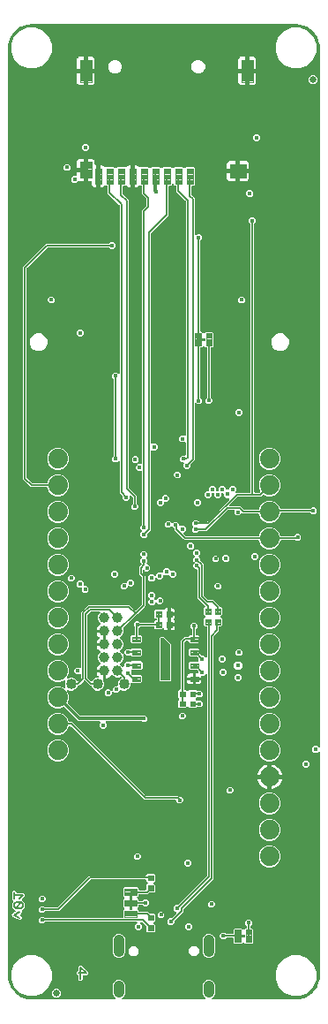
<source format=gbl>
G04 EAGLE Gerber RS-274X export*
G75*
%MOMM*%
%FSLAX34Y34*%
%LPD*%
%INBottom Copper*%
%IPPOS*%
%AMOC8*
5,1,8,0,0,1.08239X$1,22.5*%
G01*
%ADD10C,0.203200*%
%ADD11C,0.635000*%
%ADD12C,0.099059*%
%ADD13C,0.102000*%
%ADD14C,0.100000*%
%ADD15C,1.000000*%
%ADD16C,0.105000*%
%ADD17C,0.096000*%
%ADD18C,0.098000*%
%ADD19C,1.879600*%
%ADD20C,1.000000*%
%ADD21C,1.016000*%
%ADD22C,0.450000*%
%ADD23C,0.127000*%
%ADD24C,0.304800*%
%ADD25C,0.101600*%

G36*
X105381Y2553D02*
X105381Y2553D01*
X105467Y2555D01*
X105521Y2573D01*
X105577Y2581D01*
X105656Y2616D01*
X105738Y2642D01*
X105785Y2674D01*
X105836Y2697D01*
X105902Y2752D01*
X105974Y2800D01*
X106010Y2844D01*
X106053Y2880D01*
X106101Y2952D01*
X106157Y3018D01*
X106180Y3070D01*
X106211Y3117D01*
X106237Y3199D01*
X106272Y3278D01*
X106280Y3334D01*
X106297Y3388D01*
X106299Y3474D01*
X106311Y3560D01*
X106303Y3616D01*
X106304Y3672D01*
X106282Y3756D01*
X106270Y3841D01*
X106247Y3893D01*
X106232Y3947D01*
X106188Y4021D01*
X106153Y4100D01*
X106116Y4143D01*
X106087Y4192D01*
X106024Y4251D01*
X105968Y4316D01*
X105926Y4342D01*
X105880Y4386D01*
X105829Y4412D01*
X104099Y6142D01*
X103183Y8353D01*
X103183Y16747D01*
X104099Y18958D01*
X105792Y20651D01*
X108003Y21567D01*
X110397Y21567D01*
X112608Y20651D01*
X114301Y18958D01*
X115217Y16747D01*
X115217Y8353D01*
X114301Y6142D01*
X112583Y4424D01*
X112564Y4415D01*
X112520Y4379D01*
X112471Y4350D01*
X112412Y4287D01*
X112347Y4231D01*
X112315Y4184D01*
X112276Y4143D01*
X112237Y4066D01*
X112189Y3995D01*
X112172Y3941D01*
X112146Y3890D01*
X112129Y3806D01*
X112103Y3724D01*
X112102Y3667D01*
X112091Y3612D01*
X112098Y3526D01*
X112096Y3440D01*
X112110Y3385D01*
X112115Y3328D01*
X112146Y3248D01*
X112168Y3165D01*
X112197Y3116D01*
X112217Y3063D01*
X112269Y2994D01*
X112313Y2920D01*
X112354Y2881D01*
X112389Y2836D01*
X112457Y2785D01*
X112520Y2726D01*
X112571Y2700D01*
X112616Y2666D01*
X112697Y2635D01*
X112773Y2596D01*
X112822Y2588D01*
X112882Y2565D01*
X113027Y2554D01*
X113105Y2541D01*
X191695Y2541D01*
X191781Y2553D01*
X191867Y2555D01*
X191921Y2573D01*
X191977Y2581D01*
X192056Y2616D01*
X192138Y2642D01*
X192185Y2674D01*
X192236Y2697D01*
X192302Y2752D01*
X192374Y2800D01*
X192410Y2844D01*
X192453Y2880D01*
X192501Y2952D01*
X192557Y3018D01*
X192580Y3070D01*
X192611Y3117D01*
X192637Y3199D01*
X192672Y3278D01*
X192680Y3334D01*
X192697Y3388D01*
X192699Y3474D01*
X192711Y3560D01*
X192703Y3616D01*
X192704Y3672D01*
X192682Y3756D01*
X192670Y3841D01*
X192647Y3893D01*
X192632Y3947D01*
X192588Y4021D01*
X192553Y4100D01*
X192516Y4143D01*
X192487Y4192D01*
X192424Y4251D01*
X192368Y4316D01*
X192326Y4342D01*
X192280Y4386D01*
X192229Y4412D01*
X190499Y6142D01*
X189583Y8353D01*
X189583Y16747D01*
X190499Y18958D01*
X192192Y20651D01*
X194403Y21567D01*
X196797Y21567D01*
X199008Y20651D01*
X200701Y18958D01*
X201617Y16747D01*
X201617Y8353D01*
X200701Y6142D01*
X198983Y4424D01*
X198964Y4415D01*
X198920Y4379D01*
X198871Y4350D01*
X198812Y4287D01*
X198747Y4231D01*
X198715Y4184D01*
X198676Y4143D01*
X198637Y4066D01*
X198589Y3995D01*
X198572Y3941D01*
X198546Y3890D01*
X198529Y3806D01*
X198503Y3724D01*
X198502Y3667D01*
X198491Y3612D01*
X198498Y3526D01*
X198496Y3440D01*
X198510Y3385D01*
X198515Y3328D01*
X198546Y3248D01*
X198568Y3165D01*
X198597Y3116D01*
X198617Y3063D01*
X198669Y2994D01*
X198713Y2920D01*
X198754Y2881D01*
X198789Y2836D01*
X198857Y2785D01*
X198920Y2726D01*
X198971Y2700D01*
X199016Y2666D01*
X199097Y2635D01*
X199173Y2596D01*
X199222Y2588D01*
X199282Y2565D01*
X199427Y2554D01*
X199505Y2541D01*
X279400Y2541D01*
X279444Y2547D01*
X279480Y2544D01*
X282897Y2813D01*
X283055Y2848D01*
X283131Y2859D01*
X289631Y4971D01*
X289886Y5096D01*
X289900Y5109D01*
X289914Y5115D01*
X295443Y9133D01*
X295647Y9330D01*
X295656Y9346D01*
X295667Y9357D01*
X299685Y14886D01*
X299818Y15137D01*
X299822Y15156D01*
X299829Y15169D01*
X301941Y21669D01*
X301969Y21829D01*
X301987Y21903D01*
X302256Y25320D01*
X302253Y25365D01*
X302259Y25400D01*
X302259Y239328D01*
X302255Y239357D01*
X302258Y239387D01*
X302235Y239498D01*
X302219Y239610D01*
X302207Y239637D01*
X302202Y239665D01*
X302149Y239766D01*
X302103Y239869D01*
X302084Y239892D01*
X302071Y239918D01*
X301993Y240000D01*
X301920Y240086D01*
X301895Y240103D01*
X301875Y240124D01*
X301777Y240181D01*
X301683Y240244D01*
X301655Y240253D01*
X301630Y240268D01*
X301520Y240295D01*
X301412Y240330D01*
X301382Y240330D01*
X301354Y240338D01*
X301241Y240334D01*
X301128Y240337D01*
X301099Y240330D01*
X301070Y240329D01*
X300962Y240294D01*
X300853Y240265D01*
X300827Y240250D01*
X300799Y240241D01*
X300735Y240196D01*
X300608Y240120D01*
X300565Y240074D01*
X300526Y240046D01*
X299513Y239033D01*
X296807Y239033D01*
X294893Y240947D01*
X294893Y243653D01*
X296807Y245567D01*
X299513Y245567D01*
X300526Y244554D01*
X300550Y244536D01*
X300569Y244514D01*
X300663Y244451D01*
X300753Y244383D01*
X300781Y244372D01*
X300805Y244356D01*
X300913Y244322D01*
X301019Y244282D01*
X301048Y244279D01*
X301076Y244270D01*
X301190Y244267D01*
X301302Y244258D01*
X301331Y244264D01*
X301360Y244263D01*
X301470Y244292D01*
X301581Y244314D01*
X301607Y244327D01*
X301635Y244335D01*
X301733Y244393D01*
X301833Y244445D01*
X301855Y244465D01*
X301880Y244480D01*
X301957Y244563D01*
X302039Y244641D01*
X302054Y244666D01*
X302074Y244687D01*
X302126Y244788D01*
X302183Y244886D01*
X302190Y244914D01*
X302204Y244941D01*
X302217Y245018D01*
X302253Y245161D01*
X302251Y245224D01*
X302259Y245272D01*
X302259Y914400D01*
X302253Y914444D01*
X302256Y914480D01*
X301987Y917897D01*
X301952Y918055D01*
X301941Y918131D01*
X299829Y924631D01*
X299704Y924886D01*
X299691Y924900D01*
X299685Y924914D01*
X295667Y930443D01*
X295470Y930647D01*
X295454Y930656D01*
X295443Y930667D01*
X289914Y934685D01*
X289663Y934818D01*
X289644Y934822D01*
X289631Y934829D01*
X283131Y936941D01*
X282971Y936969D01*
X282897Y936987D01*
X279480Y937256D01*
X279435Y937253D01*
X279400Y937259D01*
X25400Y937259D01*
X25356Y937253D01*
X25320Y937256D01*
X21903Y936987D01*
X21745Y936952D01*
X21669Y936941D01*
X15169Y934829D01*
X14914Y934704D01*
X14900Y934691D01*
X14886Y934685D01*
X9357Y930667D01*
X9153Y930470D01*
X9144Y930454D01*
X9133Y930443D01*
X5115Y924914D01*
X4982Y924663D01*
X4978Y924644D01*
X4971Y924631D01*
X2859Y918131D01*
X2831Y917971D01*
X2813Y917897D01*
X2544Y914480D01*
X2547Y914435D01*
X2541Y914400D01*
X2541Y25400D01*
X2547Y25356D01*
X2544Y25320D01*
X2813Y21903D01*
X2848Y21745D01*
X2859Y21669D01*
X4971Y15169D01*
X5096Y14914D01*
X5109Y14900D01*
X5115Y14886D01*
X9133Y9357D01*
X9330Y9153D01*
X9346Y9144D01*
X9357Y9133D01*
X14886Y5115D01*
X15137Y4982D01*
X15156Y4978D01*
X15169Y4971D01*
X21669Y2859D01*
X21829Y2831D01*
X21903Y2813D01*
X25320Y2544D01*
X25365Y2547D01*
X25400Y2541D01*
X105295Y2541D01*
X105381Y2553D01*
G37*
%LPC*%
G36*
X131997Y444918D02*
X131997Y444918D01*
X130083Y446832D01*
X130083Y449538D01*
X131250Y450705D01*
X131285Y450751D01*
X131327Y450792D01*
X131370Y450864D01*
X131421Y450932D01*
X131441Y450986D01*
X131471Y451037D01*
X131492Y451119D01*
X131522Y451197D01*
X131527Y451256D01*
X131541Y451312D01*
X131538Y451397D01*
X131545Y451481D01*
X131534Y451538D01*
X131532Y451597D01*
X131506Y451677D01*
X131490Y451760D01*
X131463Y451811D01*
X131445Y451867D01*
X131404Y451923D01*
X131359Y452012D01*
X131290Y452084D01*
X131250Y452140D01*
X130083Y453307D01*
X130083Y456013D01*
X131401Y457331D01*
X131453Y457401D01*
X131513Y457464D01*
X131539Y457514D01*
X131572Y457558D01*
X131603Y457640D01*
X131643Y457718D01*
X131651Y457765D01*
X131673Y457824D01*
X131685Y457971D01*
X131698Y458049D01*
X131698Y508068D01*
X131690Y508126D01*
X131692Y508184D01*
X131670Y508266D01*
X131658Y508350D01*
X131635Y508403D01*
X131620Y508459D01*
X131577Y508532D01*
X131542Y508609D01*
X131504Y508654D01*
X131475Y508704D01*
X131413Y508762D01*
X131359Y508826D01*
X131310Y508858D01*
X131267Y508898D01*
X131192Y508937D01*
X131122Y508984D01*
X131066Y509001D01*
X131014Y509028D01*
X130946Y509039D01*
X130851Y509069D01*
X130751Y509072D01*
X130683Y509083D01*
X127727Y509083D01*
X125813Y510997D01*
X125813Y513703D01*
X127080Y514970D01*
X127098Y514994D01*
X127120Y515013D01*
X127183Y515107D01*
X127251Y515197D01*
X127262Y515225D01*
X127278Y515249D01*
X127312Y515357D01*
X127352Y515463D01*
X127355Y515492D01*
X127364Y515520D01*
X127367Y515633D01*
X127370Y515680D01*
X127387Y515672D01*
X127464Y515659D01*
X127607Y515623D01*
X127670Y515625D01*
X127718Y515617D01*
X130683Y515617D01*
X130741Y515625D01*
X130799Y515623D01*
X130881Y515645D01*
X130965Y515657D01*
X131018Y515680D01*
X131074Y515695D01*
X131147Y515738D01*
X131224Y515773D01*
X131269Y515811D01*
X131319Y515840D01*
X131377Y515902D01*
X131441Y515956D01*
X131473Y516005D01*
X131513Y516048D01*
X131552Y516123D01*
X131599Y516193D01*
X131616Y516249D01*
X131643Y516301D01*
X131654Y516369D01*
X131684Y516464D01*
X131687Y516564D01*
X131698Y516632D01*
X131698Y758874D01*
X135211Y762387D01*
X135263Y762457D01*
X135323Y762521D01*
X135349Y762570D01*
X135382Y762614D01*
X135413Y762696D01*
X135453Y762774D01*
X135461Y762821D01*
X135483Y762880D01*
X135495Y763027D01*
X135508Y763105D01*
X135508Y769785D01*
X135496Y769872D01*
X135493Y769959D01*
X135476Y770012D01*
X135468Y770067D01*
X135433Y770147D01*
X135406Y770230D01*
X135378Y770269D01*
X135352Y770326D01*
X135256Y770439D01*
X135211Y770503D01*
X131698Y774016D01*
X131698Y781588D01*
X131690Y781646D01*
X131692Y781704D01*
X131670Y781786D01*
X131658Y781870D01*
X131635Y781923D01*
X131620Y781979D01*
X131577Y782052D01*
X131542Y782129D01*
X131504Y782174D01*
X131475Y782224D01*
X131413Y782282D01*
X131359Y782346D01*
X131310Y782378D01*
X131267Y782418D01*
X131192Y782457D01*
X131122Y782504D01*
X131066Y782521D01*
X131014Y782548D01*
X130946Y782559D01*
X130851Y782589D01*
X130751Y782592D01*
X130683Y782603D01*
X129826Y782603D01*
X129645Y782784D01*
X129606Y782814D01*
X129573Y782850D01*
X129493Y782899D01*
X129418Y782955D01*
X129372Y782973D01*
X129331Y782998D01*
X129240Y783023D01*
X129152Y783057D01*
X129104Y783061D01*
X129057Y783074D01*
X128963Y783072D01*
X128869Y783080D01*
X128821Y783071D01*
X128772Y783070D01*
X128682Y783043D01*
X128590Y783024D01*
X128547Y783002D01*
X128500Y782988D01*
X128422Y782937D01*
X128338Y782893D01*
X128303Y782860D01*
X128262Y782833D01*
X128214Y782776D01*
X128132Y782697D01*
X128088Y782623D01*
X128048Y782574D01*
X127868Y782262D01*
X127297Y781692D01*
X126598Y781288D01*
X125819Y781079D01*
X124189Y781079D01*
X124189Y790886D01*
X124181Y790944D01*
X124183Y791002D01*
X124161Y791084D01*
X124149Y791167D01*
X124126Y791221D01*
X124111Y791277D01*
X124068Y791350D01*
X124033Y791427D01*
X123995Y791471D01*
X123966Y791522D01*
X123904Y791579D01*
X123867Y791623D01*
X123868Y791624D01*
X123932Y791679D01*
X123964Y791727D01*
X124004Y791770D01*
X124043Y791845D01*
X124090Y791915D01*
X124107Y791971D01*
X124134Y792023D01*
X124145Y792091D01*
X124175Y792186D01*
X124178Y792286D01*
X124189Y792354D01*
X124189Y802161D01*
X125819Y802161D01*
X126598Y801952D01*
X127297Y801548D01*
X127868Y800978D01*
X128048Y800666D01*
X128078Y800627D01*
X128101Y800584D01*
X128165Y800516D01*
X128223Y800442D01*
X128263Y800413D01*
X128296Y800378D01*
X128377Y800331D01*
X128454Y800275D01*
X128500Y800259D01*
X128542Y800234D01*
X128633Y800211D01*
X128721Y800179D01*
X128770Y800176D01*
X128817Y800164D01*
X128911Y800167D01*
X129005Y800161D01*
X129053Y800172D01*
X129101Y800173D01*
X129191Y800202D01*
X129283Y800222D01*
X129325Y800246D01*
X129372Y800261D01*
X129432Y800304D01*
X129532Y800358D01*
X129594Y800419D01*
X129645Y800456D01*
X129826Y800637D01*
X137054Y800637D01*
X138222Y799468D01*
X138269Y799433D01*
X138309Y799391D01*
X138382Y799348D01*
X138449Y799297D01*
X138504Y799276D01*
X138554Y799247D01*
X138636Y799226D01*
X138715Y799196D01*
X138773Y799191D01*
X138830Y799177D01*
X138914Y799180D01*
X138998Y799173D01*
X139056Y799184D01*
X139114Y799186D01*
X139194Y799212D01*
X139277Y799228D01*
X139329Y799255D01*
X139385Y799273D01*
X139441Y799314D01*
X139529Y799359D01*
X139602Y799428D01*
X139658Y799468D01*
X140826Y800637D01*
X148054Y800637D01*
X149222Y799468D01*
X149269Y799433D01*
X149309Y799391D01*
X149382Y799348D01*
X149449Y799297D01*
X149504Y799276D01*
X149554Y799247D01*
X149636Y799226D01*
X149715Y799196D01*
X149773Y799191D01*
X149830Y799177D01*
X149914Y799180D01*
X149998Y799173D01*
X150056Y799184D01*
X150114Y799186D01*
X150194Y799212D01*
X150277Y799228D01*
X150329Y799255D01*
X150385Y799273D01*
X150441Y799314D01*
X150529Y799359D01*
X150602Y799428D01*
X150658Y799468D01*
X151826Y800637D01*
X159054Y800637D01*
X160222Y799468D01*
X160269Y799433D01*
X160309Y799391D01*
X160382Y799348D01*
X160449Y799297D01*
X160504Y799276D01*
X160554Y799247D01*
X160636Y799226D01*
X160715Y799196D01*
X160773Y799191D01*
X160830Y799177D01*
X160914Y799180D01*
X160998Y799173D01*
X161056Y799184D01*
X161114Y799186D01*
X161194Y799212D01*
X161277Y799228D01*
X161329Y799255D01*
X161385Y799273D01*
X161441Y799313D01*
X161529Y799359D01*
X161602Y799428D01*
X161658Y799468D01*
X162826Y800637D01*
X170054Y800637D01*
X171222Y799468D01*
X171269Y799433D01*
X171309Y799391D01*
X171382Y799348D01*
X171449Y799297D01*
X171504Y799276D01*
X171554Y799247D01*
X171636Y799226D01*
X171715Y799196D01*
X171773Y799191D01*
X171830Y799177D01*
X171914Y799180D01*
X171998Y799173D01*
X172056Y799184D01*
X172114Y799186D01*
X172194Y799212D01*
X172277Y799228D01*
X172329Y799255D01*
X172385Y799273D01*
X172441Y799313D01*
X172529Y799359D01*
X172602Y799428D01*
X172658Y799468D01*
X173826Y800637D01*
X181054Y800637D01*
X181957Y799734D01*
X181957Y783506D01*
X181054Y782603D01*
X180107Y782603D01*
X180049Y782595D01*
X179991Y782597D01*
X179909Y782575D01*
X179825Y782563D01*
X179772Y782540D01*
X179716Y782525D01*
X179643Y782482D01*
X179566Y782447D01*
X179521Y782409D01*
X179471Y782380D01*
X179413Y782318D01*
X179349Y782264D01*
X179317Y782215D01*
X179277Y782172D01*
X179238Y782097D01*
X179191Y782027D01*
X179174Y781971D01*
X179147Y781919D01*
X179136Y781851D01*
X179106Y781756D01*
X179103Y781656D01*
X179092Y781588D01*
X179092Y773675D01*
X179104Y773588D01*
X179107Y773501D01*
X179124Y773448D01*
X179132Y773393D01*
X179167Y773313D01*
X179194Y773230D01*
X179222Y773191D01*
X179248Y773134D01*
X179344Y773021D01*
X179389Y772957D01*
X181882Y770464D01*
X181882Y735863D01*
X181886Y735834D01*
X181883Y735804D01*
X181906Y735693D01*
X181922Y735581D01*
X181934Y735554D01*
X181939Y735526D01*
X181992Y735425D01*
X182038Y735322D01*
X182057Y735299D01*
X182070Y735273D01*
X182148Y735191D01*
X182221Y735105D01*
X182246Y735088D01*
X182266Y735067D01*
X182364Y735010D01*
X182458Y734947D01*
X182486Y734938D01*
X182511Y734923D01*
X182621Y734896D01*
X182729Y734861D01*
X182759Y734861D01*
X182787Y734853D01*
X182900Y734857D01*
X183013Y734854D01*
X183042Y734861D01*
X183071Y734862D01*
X183179Y734897D01*
X183288Y734926D01*
X183314Y734941D01*
X183342Y734950D01*
X183406Y734995D01*
X183533Y735071D01*
X183576Y735117D01*
X183615Y735145D01*
X184527Y736057D01*
X187233Y736057D01*
X189147Y734143D01*
X189147Y731437D01*
X187829Y730119D01*
X187777Y730049D01*
X187717Y729986D01*
X187691Y729936D01*
X187658Y729892D01*
X187627Y729810D01*
X187587Y729732D01*
X187579Y729685D01*
X187557Y729626D01*
X187545Y729479D01*
X187532Y729401D01*
X187532Y643382D01*
X187540Y643324D01*
X187538Y643266D01*
X187560Y643184D01*
X187572Y643100D01*
X187595Y643047D01*
X187610Y642991D01*
X187653Y642918D01*
X187688Y642841D01*
X187726Y642796D01*
X187755Y642746D01*
X187817Y642688D01*
X187871Y642624D01*
X187920Y642592D01*
X187963Y642552D01*
X188038Y642513D01*
X188108Y642466D01*
X188164Y642449D01*
X188216Y642422D01*
X188284Y642411D01*
X188379Y642381D01*
X188479Y642378D01*
X188547Y642367D01*
X188726Y642367D01*
X189782Y641311D01*
X189829Y641276D01*
X189869Y641233D01*
X189942Y641190D01*
X190009Y641140D01*
X190064Y641119D01*
X190114Y641089D01*
X190196Y641069D01*
X190275Y641039D01*
X190333Y641034D01*
X190390Y641019D01*
X190474Y641022D01*
X190558Y641015D01*
X190616Y641026D01*
X190674Y641028D01*
X190754Y641054D01*
X190837Y641071D01*
X190889Y641098D01*
X190945Y641116D01*
X191001Y641156D01*
X191089Y641202D01*
X191162Y641271D01*
X191218Y641311D01*
X192274Y642367D01*
X199140Y642367D01*
X200026Y641481D01*
X200026Y628519D01*
X199140Y627633D01*
X198374Y627633D01*
X198316Y627625D01*
X198258Y627627D01*
X198176Y627605D01*
X198092Y627593D01*
X198039Y627570D01*
X197983Y627555D01*
X197910Y627512D01*
X197833Y627477D01*
X197788Y627439D01*
X197738Y627410D01*
X197680Y627348D01*
X197616Y627294D01*
X197584Y627245D01*
X197544Y627202D01*
X197505Y627127D01*
X197458Y627057D01*
X197441Y627001D01*
X197414Y626949D01*
X197403Y626881D01*
X197373Y626786D01*
X197370Y626686D01*
X197359Y626618D01*
X197359Y579842D01*
X197371Y579755D01*
X197374Y579668D01*
X197391Y579615D01*
X197399Y579560D01*
X197434Y579480D01*
X197461Y579397D01*
X197489Y579358D01*
X197515Y579301D01*
X197611Y579187D01*
X197656Y579124D01*
X198847Y577933D01*
X198847Y575227D01*
X196933Y573313D01*
X194227Y573313D01*
X192313Y575227D01*
X192313Y577933D01*
X193758Y579378D01*
X193810Y579448D01*
X193870Y579511D01*
X193896Y579561D01*
X193929Y579605D01*
X193960Y579687D01*
X194000Y579765D01*
X194008Y579812D01*
X194030Y579871D01*
X194042Y580018D01*
X194055Y580096D01*
X194055Y626618D01*
X194047Y626676D01*
X194049Y626734D01*
X194027Y626816D01*
X194015Y626900D01*
X193992Y626953D01*
X193977Y627009D01*
X193934Y627082D01*
X193899Y627159D01*
X193861Y627204D01*
X193832Y627254D01*
X193770Y627312D01*
X193716Y627376D01*
X193667Y627408D01*
X193624Y627448D01*
X193549Y627487D01*
X193479Y627534D01*
X193423Y627551D01*
X193371Y627578D01*
X193303Y627589D01*
X193208Y627619D01*
X193108Y627622D01*
X193040Y627633D01*
X192274Y627633D01*
X191218Y628689D01*
X191171Y628724D01*
X191131Y628767D01*
X191058Y628810D01*
X190991Y628860D01*
X190936Y628881D01*
X190886Y628911D01*
X190804Y628931D01*
X190725Y628961D01*
X190667Y628966D01*
X190610Y628981D01*
X190526Y628978D01*
X190442Y628985D01*
X190384Y628974D01*
X190326Y628972D01*
X190246Y628946D01*
X190163Y628929D01*
X190111Y628902D01*
X190055Y628884D01*
X189999Y628844D01*
X189911Y628798D01*
X189838Y628729D01*
X189782Y628689D01*
X188726Y627633D01*
X187960Y627633D01*
X187902Y627625D01*
X187844Y627627D01*
X187762Y627605D01*
X187678Y627593D01*
X187625Y627570D01*
X187569Y627555D01*
X187496Y627512D01*
X187419Y627477D01*
X187374Y627439D01*
X187324Y627410D01*
X187266Y627348D01*
X187202Y627294D01*
X187170Y627245D01*
X187130Y627202D01*
X187091Y627127D01*
X187044Y627057D01*
X187027Y627001D01*
X187000Y626949D01*
X186989Y626881D01*
X186959Y626786D01*
X186956Y626686D01*
X186945Y626618D01*
X186945Y580465D01*
X186957Y580378D01*
X186960Y580291D01*
X186977Y580238D01*
X186985Y580183D01*
X187020Y580103D01*
X187047Y580020D01*
X187075Y579981D01*
X187101Y579924D01*
X187197Y579810D01*
X187242Y579747D01*
X189147Y577842D01*
X189147Y575136D01*
X187233Y573222D01*
X184527Y573222D01*
X183615Y574134D01*
X183591Y574152D01*
X183572Y574174D01*
X183478Y574237D01*
X183388Y574305D01*
X183360Y574316D01*
X183336Y574332D01*
X183228Y574366D01*
X183122Y574406D01*
X183093Y574409D01*
X183065Y574418D01*
X182951Y574421D01*
X182839Y574430D01*
X182810Y574424D01*
X182781Y574425D01*
X182671Y574396D01*
X182560Y574374D01*
X182534Y574361D01*
X182506Y574353D01*
X182408Y574295D01*
X182308Y574243D01*
X182286Y574223D01*
X182261Y574208D01*
X182184Y574125D01*
X182102Y574047D01*
X182087Y574022D01*
X182067Y574001D01*
X182015Y573900D01*
X181958Y573802D01*
X181951Y573774D01*
X181937Y573747D01*
X181924Y573670D01*
X181888Y573527D01*
X181890Y573464D01*
X181882Y573416D01*
X181882Y519206D01*
X178254Y515578D01*
X178202Y515508D01*
X178142Y515444D01*
X178116Y515395D01*
X178083Y515351D01*
X178052Y515269D01*
X178012Y515191D01*
X178004Y515144D01*
X177982Y515085D01*
X177970Y514938D01*
X177957Y514860D01*
X177957Y512997D01*
X176043Y511083D01*
X173337Y511083D01*
X171423Y512997D01*
X171423Y515704D01*
X171438Y515724D01*
X171460Y515743D01*
X171523Y515837D01*
X171591Y515927D01*
X171602Y515955D01*
X171618Y515979D01*
X171652Y516087D01*
X171692Y516193D01*
X171695Y516222D01*
X171704Y516250D01*
X171707Y516363D01*
X171716Y516476D01*
X171710Y516505D01*
X171711Y516534D01*
X171682Y516644D01*
X171660Y516755D01*
X171647Y516781D01*
X171639Y516809D01*
X171581Y516907D01*
X171529Y517007D01*
X171509Y517029D01*
X171494Y517054D01*
X171411Y517131D01*
X171333Y517213D01*
X171308Y517228D01*
X171287Y517248D01*
X171186Y517300D01*
X171088Y517357D01*
X171060Y517364D01*
X171033Y517378D01*
X170956Y517391D01*
X170813Y517427D01*
X170750Y517425D01*
X170702Y517433D01*
X169637Y517433D01*
X167723Y519347D01*
X167723Y522053D01*
X169637Y523967D01*
X172333Y523967D01*
X172391Y523975D01*
X172449Y523973D01*
X172531Y523995D01*
X172615Y524007D01*
X172668Y524030D01*
X172724Y524045D01*
X172797Y524088D01*
X172874Y524123D01*
X172919Y524161D01*
X172969Y524190D01*
X173027Y524252D01*
X173091Y524306D01*
X173123Y524355D01*
X173163Y524398D01*
X173202Y524473D01*
X173249Y524543D01*
X173266Y524599D01*
X173293Y524651D01*
X173304Y524719D01*
X173334Y524814D01*
X173337Y524914D01*
X173348Y524982D01*
X173348Y536277D01*
X173344Y536306D01*
X173347Y536336D01*
X173324Y536447D01*
X173308Y536559D01*
X173296Y536586D01*
X173291Y536614D01*
X173238Y536715D01*
X173192Y536818D01*
X173173Y536841D01*
X173160Y536867D01*
X173082Y536949D01*
X173009Y537035D01*
X172984Y537052D01*
X172964Y537073D01*
X172866Y537130D01*
X172772Y537193D01*
X172744Y537202D01*
X172719Y537217D01*
X172609Y537244D01*
X172501Y537279D01*
X172471Y537279D01*
X172443Y537287D01*
X172330Y537283D01*
X172217Y537286D01*
X172188Y537279D01*
X172159Y537278D01*
X172051Y537243D01*
X171942Y537214D01*
X171916Y537199D01*
X171888Y537190D01*
X171824Y537145D01*
X171697Y537069D01*
X171654Y537023D01*
X171615Y536995D01*
X171353Y536733D01*
X168647Y536733D01*
X166733Y538647D01*
X166733Y541353D01*
X168647Y543267D01*
X171353Y543267D01*
X171615Y543005D01*
X171639Y542987D01*
X171658Y542965D01*
X171752Y542902D01*
X171842Y542834D01*
X171870Y542823D01*
X171894Y542807D01*
X172002Y542773D01*
X172108Y542733D01*
X172137Y542730D01*
X172165Y542721D01*
X172279Y542718D01*
X172391Y542709D01*
X172420Y542715D01*
X172449Y542714D01*
X172559Y542743D01*
X172670Y542765D01*
X172696Y542778D01*
X172724Y542786D01*
X172822Y542844D01*
X172922Y542896D01*
X172944Y542916D01*
X172969Y542931D01*
X173046Y543014D01*
X173128Y543092D01*
X173143Y543117D01*
X173163Y543138D01*
X173215Y543239D01*
X173272Y543337D01*
X173279Y543365D01*
X173293Y543392D01*
X173306Y543469D01*
X173342Y543612D01*
X173340Y543675D01*
X173348Y543723D01*
X173348Y767505D01*
X173336Y767592D01*
X173333Y767679D01*
X173316Y767732D01*
X173308Y767787D01*
X173273Y767867D01*
X173246Y767950D01*
X173218Y767989D01*
X173192Y768046D01*
X173096Y768159D01*
X173051Y768223D01*
X164788Y776486D01*
X164788Y781588D01*
X164780Y781646D01*
X164782Y781704D01*
X164760Y781786D01*
X164748Y781870D01*
X164725Y781923D01*
X164710Y781979D01*
X164667Y782052D01*
X164632Y782129D01*
X164594Y782174D01*
X164565Y782224D01*
X164503Y782282D01*
X164449Y782346D01*
X164400Y782378D01*
X164357Y782418D01*
X164282Y782457D01*
X164212Y782504D01*
X164156Y782521D01*
X164104Y782548D01*
X164036Y782559D01*
X163941Y782589D01*
X163841Y782592D01*
X163773Y782603D01*
X162826Y782603D01*
X161658Y783772D01*
X161611Y783807D01*
X161571Y783849D01*
X161498Y783892D01*
X161431Y783943D01*
X161376Y783964D01*
X161326Y783993D01*
X161244Y784014D01*
X161165Y784044D01*
X161107Y784049D01*
X161050Y784063D01*
X160966Y784060D01*
X160882Y784067D01*
X160824Y784056D01*
X160766Y784054D01*
X160686Y784028D01*
X160603Y784012D01*
X160551Y783985D01*
X160495Y783967D01*
X160439Y783926D01*
X160351Y783881D01*
X160278Y783812D01*
X160222Y783772D01*
X159054Y782603D01*
X158107Y782603D01*
X158049Y782595D01*
X157991Y782597D01*
X157909Y782575D01*
X157825Y782563D01*
X157772Y782540D01*
X157716Y782525D01*
X157643Y782482D01*
X157566Y782447D01*
X157521Y782409D01*
X157471Y782380D01*
X157413Y782318D01*
X157349Y782264D01*
X157317Y782215D01*
X157277Y782172D01*
X157238Y782097D01*
X157191Y782027D01*
X157174Y781971D01*
X157147Y781919D01*
X157136Y781851D01*
X157106Y781756D01*
X157103Y781656D01*
X157092Y781588D01*
X157092Y754196D01*
X140379Y737483D01*
X140327Y737413D01*
X140267Y737349D01*
X140241Y737300D01*
X140208Y737256D01*
X140177Y737174D01*
X140137Y737096D01*
X140129Y737049D01*
X140107Y736990D01*
X140095Y736843D01*
X140082Y736765D01*
X140082Y536033D01*
X140086Y536004D01*
X140083Y535974D01*
X140106Y535863D01*
X140122Y535751D01*
X140134Y535724D01*
X140139Y535696D01*
X140192Y535595D01*
X140238Y535492D01*
X140257Y535469D01*
X140270Y535443D01*
X140348Y535361D01*
X140421Y535275D01*
X140446Y535258D01*
X140466Y535237D01*
X140564Y535180D01*
X140658Y535117D01*
X140686Y535108D01*
X140711Y535093D01*
X140821Y535065D01*
X140929Y535031D01*
X140958Y535031D01*
X140987Y535023D01*
X141100Y535027D01*
X141213Y535024D01*
X141242Y535031D01*
X141271Y535032D01*
X141379Y535067D01*
X141488Y535096D01*
X141514Y535111D01*
X141542Y535120D01*
X141606Y535165D01*
X141733Y535241D01*
X141776Y535287D01*
X141815Y535315D01*
X141897Y535397D01*
X144603Y535397D01*
X146517Y533483D01*
X146517Y530777D01*
X144603Y528863D01*
X141897Y528863D01*
X141815Y528945D01*
X141791Y528963D01*
X141772Y528985D01*
X141678Y529048D01*
X141588Y529116D01*
X141560Y529127D01*
X141536Y529143D01*
X141428Y529177D01*
X141322Y529217D01*
X141293Y529220D01*
X141265Y529229D01*
X141152Y529232D01*
X141039Y529241D01*
X141010Y529235D01*
X140981Y529236D01*
X140871Y529207D01*
X140760Y529185D01*
X140734Y529172D01*
X140706Y529164D01*
X140608Y529106D01*
X140508Y529054D01*
X140486Y529034D01*
X140461Y529019D01*
X140384Y528936D01*
X140302Y528858D01*
X140287Y528833D01*
X140267Y528812D01*
X140215Y528711D01*
X140158Y528613D01*
X140151Y528585D01*
X140137Y528558D01*
X140124Y528481D01*
X140088Y528338D01*
X140090Y528275D01*
X140082Y528227D01*
X140082Y452581D01*
X136914Y449413D01*
X136862Y449343D01*
X136802Y449279D01*
X136776Y449230D01*
X136743Y449186D01*
X136712Y449104D01*
X136672Y449026D01*
X136664Y448979D01*
X136642Y448920D01*
X136630Y448773D01*
X136617Y448695D01*
X136617Y446832D01*
X134703Y444918D01*
X131997Y444918D01*
G37*
%LPD*%
%LPC*%
G36*
X92627Y262163D02*
X92627Y262163D01*
X90713Y264077D01*
X90713Y266783D01*
X91436Y267506D01*
X91454Y267530D01*
X91476Y267549D01*
X91539Y267643D01*
X91607Y267733D01*
X91618Y267761D01*
X91634Y267785D01*
X91668Y267893D01*
X91708Y267999D01*
X91711Y268028D01*
X91720Y268056D01*
X91723Y268170D01*
X91732Y268282D01*
X91726Y268311D01*
X91727Y268340D01*
X91698Y268450D01*
X91676Y268561D01*
X91663Y268587D01*
X91655Y268615D01*
X91597Y268713D01*
X91545Y268813D01*
X91525Y268835D01*
X91510Y268860D01*
X91427Y268937D01*
X91349Y269019D01*
X91324Y269034D01*
X91303Y269054D01*
X91202Y269106D01*
X91104Y269163D01*
X91076Y269170D01*
X91049Y269184D01*
X90972Y269197D01*
X90829Y269233D01*
X90766Y269231D01*
X90718Y269239D01*
X70068Y269239D01*
X56710Y282597D01*
X56709Y282598D01*
X56708Y282599D01*
X56593Y282685D01*
X56483Y282768D01*
X56481Y282768D01*
X56480Y282769D01*
X56347Y282820D01*
X56217Y282869D01*
X56216Y282869D01*
X56214Y282870D01*
X56070Y282881D01*
X55934Y282892D01*
X55932Y282892D01*
X55931Y282892D01*
X55915Y282889D01*
X55655Y282837D01*
X55628Y282823D01*
X55604Y282817D01*
X52872Y281685D01*
X48728Y281685D01*
X44900Y283271D01*
X41971Y286200D01*
X40385Y290028D01*
X40385Y294172D01*
X41971Y298000D01*
X44900Y300929D01*
X48728Y302515D01*
X52872Y302515D01*
X56614Y300965D01*
X56642Y300957D01*
X56668Y300944D01*
X56779Y300922D01*
X56889Y300894D01*
X56918Y300895D01*
X56947Y300889D01*
X57060Y300899D01*
X57173Y300902D01*
X57201Y300911D01*
X57230Y300913D01*
X57336Y300954D01*
X57444Y300989D01*
X57468Y301005D01*
X57496Y301015D01*
X57586Y301084D01*
X57680Y301147D01*
X57699Y301169D01*
X57722Y301187D01*
X57790Y301278D01*
X57863Y301364D01*
X57875Y301391D01*
X57892Y301415D01*
X57932Y301521D01*
X57978Y301624D01*
X57982Y301653D01*
X57993Y301681D01*
X58002Y301794D01*
X58017Y301906D01*
X58013Y301935D01*
X58016Y301964D01*
X57998Y302041D01*
X57977Y302187D01*
X57951Y302244D01*
X57940Y302291D01*
X57403Y303587D01*
X57403Y306013D01*
X57940Y307309D01*
X57947Y307337D01*
X57961Y307363D01*
X57983Y307474D01*
X58011Y307584D01*
X58010Y307613D01*
X58016Y307642D01*
X58006Y307755D01*
X58003Y307868D01*
X57994Y307896D01*
X57991Y307925D01*
X57951Y308031D01*
X57916Y308139D01*
X57900Y308163D01*
X57889Y308191D01*
X57821Y308281D01*
X57758Y308375D01*
X57736Y308394D01*
X57718Y308417D01*
X57627Y308485D01*
X57540Y308558D01*
X57514Y308570D01*
X57490Y308588D01*
X57384Y308628D01*
X57281Y308674D01*
X57252Y308678D01*
X57224Y308688D01*
X57111Y308697D01*
X56999Y308713D01*
X56970Y308708D01*
X56941Y308711D01*
X56864Y308693D01*
X56718Y308672D01*
X56661Y308646D01*
X56614Y308635D01*
X52872Y307085D01*
X48728Y307085D01*
X44900Y308671D01*
X41971Y311600D01*
X40385Y315428D01*
X40385Y319572D01*
X41971Y323400D01*
X44900Y326329D01*
X48728Y327915D01*
X52872Y327915D01*
X56700Y326329D01*
X59629Y323400D01*
X61215Y319572D01*
X61215Y315428D01*
X59665Y311686D01*
X59657Y311658D01*
X59644Y311632D01*
X59622Y311521D01*
X59594Y311411D01*
X59595Y311382D01*
X59589Y311353D01*
X59599Y311240D01*
X59602Y311127D01*
X59611Y311099D01*
X59613Y311070D01*
X59654Y310964D01*
X59689Y310856D01*
X59705Y310832D01*
X59715Y310804D01*
X59784Y310714D01*
X59847Y310620D01*
X59869Y310601D01*
X59887Y310578D01*
X59978Y310510D01*
X60064Y310437D01*
X60091Y310425D01*
X60115Y310408D01*
X60221Y310368D01*
X60324Y310322D01*
X60353Y310318D01*
X60381Y310307D01*
X60494Y310298D01*
X60606Y310283D01*
X60635Y310287D01*
X60664Y310284D01*
X60741Y310302D01*
X60887Y310323D01*
X60944Y310349D01*
X60991Y310360D01*
X62287Y310897D01*
X64713Y310897D01*
X66954Y309969D01*
X68669Y308254D01*
X68760Y308032D01*
X68819Y307933D01*
X68872Y307831D01*
X68891Y307811D01*
X68905Y307787D01*
X68988Y307708D01*
X69068Y307625D01*
X69092Y307611D01*
X69112Y307592D01*
X69214Y307539D01*
X69313Y307481D01*
X69340Y307474D01*
X69364Y307461D01*
X69477Y307439D01*
X69588Y307411D01*
X69616Y307412D01*
X69643Y307406D01*
X69758Y307416D01*
X69872Y307420D01*
X69899Y307428D01*
X69927Y307431D01*
X70034Y307472D01*
X70143Y307507D01*
X70163Y307522D01*
X70192Y307533D01*
X70404Y307694D01*
X70416Y307702D01*
X72981Y310267D01*
X73033Y310337D01*
X73093Y310401D01*
X73119Y310450D01*
X73152Y310494D01*
X73183Y310576D01*
X73223Y310654D01*
X73231Y310701D01*
X73253Y310760D01*
X73265Y310907D01*
X73278Y310985D01*
X73278Y313857D01*
X73274Y313886D01*
X73277Y313916D01*
X73254Y314027D01*
X73238Y314139D01*
X73226Y314166D01*
X73221Y314194D01*
X73168Y314295D01*
X73122Y314398D01*
X73103Y314421D01*
X73090Y314447D01*
X73012Y314529D01*
X72939Y314615D01*
X72914Y314632D01*
X72894Y314653D01*
X72796Y314710D01*
X72702Y314773D01*
X72674Y314782D01*
X72649Y314797D01*
X72539Y314824D01*
X72431Y314859D01*
X72401Y314859D01*
X72373Y314867D01*
X72260Y314863D01*
X72147Y314866D01*
X72118Y314859D01*
X72089Y314858D01*
X71981Y314823D01*
X71872Y314794D01*
X71846Y314779D01*
X71818Y314770D01*
X71754Y314725D01*
X71627Y314649D01*
X71584Y314603D01*
X71545Y314575D01*
X71203Y314233D01*
X68497Y314233D01*
X66583Y316147D01*
X66583Y318853D01*
X68497Y320767D01*
X71203Y320767D01*
X71545Y320425D01*
X71569Y320407D01*
X71588Y320385D01*
X71682Y320322D01*
X71772Y320254D01*
X71800Y320243D01*
X71824Y320227D01*
X71932Y320193D01*
X72038Y320153D01*
X72067Y320150D01*
X72095Y320141D01*
X72209Y320138D01*
X72321Y320129D01*
X72350Y320135D01*
X72379Y320134D01*
X72489Y320163D01*
X72600Y320185D01*
X72626Y320198D01*
X72654Y320206D01*
X72752Y320264D01*
X72852Y320316D01*
X72874Y320336D01*
X72899Y320351D01*
X72976Y320434D01*
X73058Y320512D01*
X73073Y320537D01*
X73093Y320558D01*
X73145Y320659D01*
X73202Y320757D01*
X73209Y320785D01*
X73223Y320812D01*
X73236Y320889D01*
X73272Y321032D01*
X73270Y321095D01*
X73278Y321143D01*
X73278Y374064D01*
X79755Y380541D01*
X119635Y380541D01*
X124377Y375799D01*
X124424Y375764D01*
X124464Y375721D01*
X124537Y375678D01*
X124604Y375628D01*
X124659Y375607D01*
X124709Y375578D01*
X124791Y375557D01*
X124870Y375527D01*
X124928Y375522D01*
X124985Y375507D01*
X125069Y375510D01*
X125153Y375503D01*
X125211Y375515D01*
X125269Y375516D01*
X125349Y375542D01*
X125432Y375559D01*
X125484Y375586D01*
X125540Y375604D01*
X125596Y375644D01*
X125684Y375690D01*
X125757Y375759D01*
X125813Y375799D01*
X131276Y381262D01*
X131328Y381332D01*
X131388Y381395D01*
X131414Y381445D01*
X131447Y381489D01*
X131478Y381571D01*
X131518Y381649D01*
X131526Y381696D01*
X131548Y381755D01*
X131560Y381902D01*
X131573Y381980D01*
X131573Y407027D01*
X131561Y407113D01*
X131558Y407201D01*
X131541Y407253D01*
X131533Y407308D01*
X131498Y407388D01*
X131471Y407471D01*
X131443Y407510D01*
X131417Y407567D01*
X131321Y407681D01*
X131276Y407744D01*
X128765Y410255D01*
X128765Y416991D01*
X130030Y418256D01*
X130989Y419215D01*
X131025Y419262D01*
X131067Y419302D01*
X131110Y419375D01*
X131160Y419442D01*
X131181Y419497D01*
X131211Y419547D01*
X131231Y419629D01*
X131261Y419708D01*
X131266Y419766D01*
X131281Y419823D01*
X131278Y419907D01*
X131285Y419991D01*
X131274Y420048D01*
X131272Y420107D01*
X131246Y420187D01*
X131229Y420270D01*
X131202Y420322D01*
X131184Y420377D01*
X131144Y420434D01*
X131098Y420522D01*
X131029Y420595D01*
X130989Y420651D01*
X130083Y421557D01*
X130083Y424263D01*
X131187Y425367D01*
X131222Y425414D01*
X131265Y425454D01*
X131307Y425527D01*
X131358Y425594D01*
X131379Y425649D01*
X131409Y425699D01*
X131429Y425781D01*
X131459Y425860D01*
X131464Y425918D01*
X131479Y425975D01*
X131476Y426059D01*
X131483Y426143D01*
X131471Y426201D01*
X131470Y426259D01*
X131444Y426339D01*
X131427Y426422D01*
X131400Y426474D01*
X131382Y426530D01*
X131342Y426586D01*
X131296Y426674D01*
X131227Y426747D01*
X131187Y426803D01*
X130083Y427907D01*
X130083Y430613D01*
X131997Y432527D01*
X134703Y432527D01*
X136617Y430613D01*
X136617Y427907D01*
X135513Y426803D01*
X135478Y426756D01*
X135435Y426716D01*
X135393Y426643D01*
X135342Y426576D01*
X135321Y426521D01*
X135291Y426471D01*
X135271Y426389D01*
X135241Y426310D01*
X135236Y426252D01*
X135221Y426195D01*
X135224Y426111D01*
X135217Y426027D01*
X135229Y425969D01*
X135230Y425911D01*
X135256Y425831D01*
X135273Y425748D01*
X135300Y425696D01*
X135318Y425640D01*
X135358Y425584D01*
X135404Y425496D01*
X135473Y425423D01*
X135513Y425367D01*
X136617Y424263D01*
X136617Y421557D01*
X136223Y421163D01*
X136205Y421139D01*
X136183Y421120D01*
X136120Y421026D01*
X136052Y420936D01*
X136041Y420908D01*
X136025Y420884D01*
X135991Y420776D01*
X135951Y420670D01*
X135948Y420641D01*
X135939Y420613D01*
X135936Y420499D01*
X135927Y420387D01*
X135933Y420358D01*
X135932Y420329D01*
X135961Y420219D01*
X135983Y420108D01*
X135996Y420082D01*
X136004Y420054D01*
X136062Y419956D01*
X136114Y419856D01*
X136134Y419834D01*
X136149Y419809D01*
X136232Y419732D01*
X136310Y419650D01*
X136335Y419635D01*
X136356Y419615D01*
X136457Y419563D01*
X136555Y419506D01*
X136583Y419499D01*
X136610Y419485D01*
X136687Y419472D01*
X136830Y419436D01*
X136893Y419438D01*
X136941Y419430D01*
X137453Y419430D01*
X139367Y417516D01*
X139367Y414810D01*
X137453Y412896D01*
X134747Y412896D01*
X133802Y413841D01*
X133778Y413859D01*
X133759Y413881D01*
X133665Y413944D01*
X133575Y414012D01*
X133547Y414023D01*
X133523Y414039D01*
X133415Y414073D01*
X133309Y414113D01*
X133280Y414116D01*
X133252Y414125D01*
X133138Y414128D01*
X133026Y414137D01*
X132997Y414131D01*
X132968Y414132D01*
X132858Y414103D01*
X132747Y414081D01*
X132721Y414068D01*
X132693Y414060D01*
X132595Y414002D01*
X132495Y413950D01*
X132473Y413930D01*
X132448Y413915D01*
X132371Y413832D01*
X132289Y413754D01*
X132274Y413729D01*
X132254Y413708D01*
X132202Y413607D01*
X132145Y413509D01*
X132138Y413481D01*
X132124Y413454D01*
X132111Y413377D01*
X132075Y413234D01*
X132077Y413171D01*
X132069Y413123D01*
X132069Y412044D01*
X132081Y411957D01*
X132084Y411870D01*
X132101Y411817D01*
X132109Y411762D01*
X132144Y411683D01*
X132171Y411599D01*
X132199Y411560D01*
X132225Y411503D01*
X132321Y411390D01*
X132366Y411326D01*
X134877Y408815D01*
X134877Y380191D01*
X133612Y378926D01*
X127044Y372358D01*
X125482Y370796D01*
X113719Y359033D01*
X113718Y359032D01*
X113717Y359031D01*
X113624Y358907D01*
X113548Y358806D01*
X113547Y358804D01*
X113546Y358803D01*
X113496Y358669D01*
X113447Y358540D01*
X113447Y358539D01*
X113446Y358537D01*
X113434Y358393D01*
X113423Y358257D01*
X113423Y358255D01*
X113423Y358254D01*
X113427Y358238D01*
X113479Y357978D01*
X113493Y357951D01*
X113499Y357927D01*
X113967Y356797D01*
X113967Y354403D01*
X113051Y352192D01*
X111358Y350499D01*
X110607Y350188D01*
X110581Y350173D01*
X110553Y350164D01*
X110459Y350101D01*
X110362Y350043D01*
X110342Y350022D01*
X110317Y350006D01*
X110244Y349919D01*
X110167Y349837D01*
X110153Y349811D01*
X110134Y349788D01*
X110088Y349685D01*
X110036Y349584D01*
X110031Y349555D01*
X110019Y349528D01*
X110003Y349416D01*
X109981Y349305D01*
X109984Y349276D01*
X109980Y349247D01*
X109996Y349135D01*
X110006Y349022D01*
X110016Y348995D01*
X110021Y348965D01*
X110067Y348862D01*
X110108Y348757D01*
X110126Y348733D01*
X110138Y348706D01*
X110211Y348620D01*
X110280Y348530D01*
X110303Y348512D01*
X110322Y348490D01*
X110388Y348448D01*
X110507Y348360D01*
X110566Y348338D01*
X110607Y348312D01*
X111358Y348001D01*
X113051Y346308D01*
X113967Y344097D01*
X113967Y341703D01*
X113051Y339492D01*
X111358Y337799D01*
X110607Y337488D01*
X110581Y337473D01*
X110553Y337464D01*
X110503Y337430D01*
X110474Y337417D01*
X110443Y337392D01*
X110362Y337343D01*
X110342Y337322D01*
X110317Y337306D01*
X110244Y337219D01*
X110167Y337137D01*
X110153Y337111D01*
X110134Y337088D01*
X110088Y336985D01*
X110036Y336884D01*
X110031Y336855D01*
X110019Y336828D01*
X110003Y336716D01*
X109981Y336605D01*
X109984Y336576D01*
X109980Y336547D01*
X109996Y336435D01*
X110006Y336322D01*
X110016Y336295D01*
X110021Y336265D01*
X110067Y336162D01*
X110108Y336057D01*
X110126Y336033D01*
X110138Y336006D01*
X110211Y335920D01*
X110280Y335830D01*
X110303Y335812D01*
X110322Y335790D01*
X110388Y335748D01*
X110507Y335660D01*
X110566Y335638D01*
X110607Y335612D01*
X111358Y335301D01*
X113110Y333549D01*
X113134Y333531D01*
X113153Y333509D01*
X113247Y333446D01*
X113337Y333378D01*
X113365Y333367D01*
X113389Y333351D01*
X113497Y333317D01*
X113530Y333305D01*
X113510Y333271D01*
X113489Y333188D01*
X113458Y333107D01*
X113454Y333051D01*
X113440Y332995D01*
X113443Y332909D01*
X113436Y332824D01*
X113447Y332776D01*
X113449Y332711D01*
X113493Y332573D01*
X113511Y332497D01*
X113967Y331397D01*
X113967Y329003D01*
X113051Y326792D01*
X111358Y325099D01*
X110607Y324788D01*
X110581Y324773D01*
X110553Y324764D01*
X110459Y324701D01*
X110362Y324644D01*
X110342Y324622D01*
X110317Y324606D01*
X110245Y324519D01*
X110167Y324437D01*
X110153Y324411D01*
X110134Y324388D01*
X110088Y324285D01*
X110036Y324184D01*
X110031Y324155D01*
X110019Y324128D01*
X110003Y324016D01*
X109981Y323905D01*
X109984Y323876D01*
X109980Y323847D01*
X109996Y323735D01*
X110006Y323622D01*
X110016Y323594D01*
X110021Y323566D01*
X110067Y323462D01*
X110108Y323357D01*
X110126Y323333D01*
X110138Y323306D01*
X110211Y323220D01*
X110279Y323130D01*
X110303Y323112D01*
X110322Y323090D01*
X110389Y323048D01*
X110507Y322960D01*
X110566Y322938D01*
X110607Y322912D01*
X111358Y322601D01*
X112348Y321611D01*
X112372Y321593D01*
X112391Y321571D01*
X112443Y321536D01*
X112466Y321514D01*
X112499Y321497D01*
X112575Y321440D01*
X112603Y321429D01*
X112627Y321413D01*
X112735Y321379D01*
X112841Y321339D01*
X112870Y321336D01*
X112898Y321327D01*
X113012Y321324D01*
X113124Y321315D01*
X113153Y321321D01*
X113182Y321320D01*
X113292Y321349D01*
X113403Y321371D01*
X113429Y321385D01*
X113457Y321392D01*
X113555Y321450D01*
X113655Y321502D01*
X113677Y321522D01*
X113702Y321537D01*
X113779Y321620D01*
X113861Y321698D01*
X113876Y321723D01*
X113896Y321744D01*
X113948Y321845D01*
X114005Y321943D01*
X114012Y321971D01*
X114026Y321998D01*
X114039Y322075D01*
X114054Y322133D01*
X114067Y322177D01*
X114068Y322188D01*
X114075Y322219D01*
X114073Y322281D01*
X114081Y322329D01*
X114081Y324249D01*
X116441Y326609D01*
X119818Y326609D01*
X119819Y326608D01*
X119887Y326557D01*
X119941Y326536D01*
X119992Y326507D01*
X120073Y326486D01*
X120152Y326456D01*
X120211Y326451D01*
X120267Y326437D01*
X120351Y326439D01*
X120436Y326432D01*
X120493Y326444D01*
X120551Y326446D01*
X120632Y326472D01*
X120714Y326488D01*
X120766Y326515D01*
X120822Y326533D01*
X120878Y326573D01*
X120967Y326619D01*
X121039Y326688D01*
X121095Y326728D01*
X121226Y326859D01*
X130614Y326859D01*
X131949Y325524D01*
X131949Y319636D01*
X130614Y318301D01*
X121840Y318301D01*
X121811Y318297D01*
X121781Y318300D01*
X121670Y318277D01*
X121558Y318261D01*
X121531Y318249D01*
X121503Y318244D01*
X121402Y318191D01*
X121299Y318145D01*
X121276Y318126D01*
X121250Y318113D01*
X121168Y318035D01*
X121082Y317962D01*
X121065Y317937D01*
X121044Y317917D01*
X120987Y317819D01*
X120924Y317725D01*
X120915Y317697D01*
X120900Y317672D01*
X120873Y317562D01*
X120838Y317454D01*
X120838Y317424D01*
X120830Y317396D01*
X120834Y317283D01*
X120831Y317170D01*
X120838Y317141D01*
X120839Y317112D01*
X120874Y317004D01*
X120903Y316895D01*
X120918Y316869D01*
X120927Y316841D01*
X120972Y316777D01*
X121048Y316650D01*
X121064Y316635D01*
X121066Y316632D01*
X121096Y316604D01*
X121122Y316568D01*
X121377Y316313D01*
X121377Y314450D01*
X121389Y314363D01*
X121392Y314276D01*
X121409Y314223D01*
X121417Y314168D01*
X121452Y314088D01*
X121479Y314005D01*
X121507Y313966D01*
X121533Y313909D01*
X121622Y313803D01*
X121638Y313776D01*
X121651Y313764D01*
X121674Y313732D01*
X121712Y313694D01*
X121782Y313642D01*
X121846Y313582D01*
X121895Y313556D01*
X121939Y313523D01*
X122021Y313492D01*
X122099Y313452D01*
X122146Y313444D01*
X122205Y313422D01*
X122352Y313410D01*
X122430Y313397D01*
X130298Y313397D01*
X131187Y312508D01*
X131187Y307252D01*
X130298Y306363D01*
X121412Y306363D01*
X121354Y306355D01*
X121296Y306357D01*
X121214Y306335D01*
X121130Y306323D01*
X121077Y306300D01*
X121021Y306285D01*
X120948Y306242D01*
X120871Y306207D01*
X120826Y306169D01*
X120776Y306140D01*
X120718Y306078D01*
X120654Y306024D01*
X120622Y305975D01*
X120582Y305932D01*
X120543Y305857D01*
X120496Y305787D01*
X120479Y305731D01*
X120452Y305679D01*
X120441Y305611D01*
X120411Y305516D01*
X120408Y305416D01*
X120397Y305348D01*
X120397Y303587D01*
X119469Y301346D01*
X117754Y299631D01*
X115513Y298703D01*
X113087Y298703D01*
X111351Y299423D01*
X111239Y299451D01*
X111130Y299486D01*
X111102Y299487D01*
X111075Y299494D01*
X110961Y299490D01*
X110846Y299493D01*
X110819Y299486D01*
X110791Y299485D01*
X110682Y299450D01*
X110571Y299421D01*
X110547Y299407D01*
X110520Y299399D01*
X110425Y299335D01*
X110326Y299276D01*
X110307Y299256D01*
X110284Y299241D01*
X110210Y299153D01*
X110132Y299069D01*
X110119Y299044D01*
X110101Y299023D01*
X110055Y298918D01*
X110002Y298816D01*
X109998Y298791D01*
X109986Y298763D01*
X109949Y298499D01*
X109947Y298485D01*
X109947Y298367D01*
X108033Y296453D01*
X105327Y296453D01*
X104060Y297720D01*
X104036Y297738D01*
X104017Y297760D01*
X103923Y297823D01*
X103833Y297891D01*
X103805Y297902D01*
X103781Y297918D01*
X103673Y297952D01*
X103567Y297992D01*
X103538Y297995D01*
X103510Y298004D01*
X103396Y298007D01*
X103284Y298016D01*
X103255Y298010D01*
X103226Y298011D01*
X103116Y297982D01*
X103005Y297960D01*
X102979Y297947D01*
X102951Y297939D01*
X102853Y297881D01*
X102753Y297829D01*
X102731Y297809D01*
X102706Y297794D01*
X102629Y297711D01*
X102547Y297633D01*
X102532Y297608D01*
X102512Y297587D01*
X102460Y297486D01*
X102403Y297388D01*
X102396Y297360D01*
X102382Y297333D01*
X102369Y297256D01*
X102333Y297113D01*
X102335Y297050D01*
X102327Y297002D01*
X102327Y295367D01*
X100413Y293453D01*
X97707Y293453D01*
X95793Y295367D01*
X95793Y298073D01*
X97707Y299987D01*
X100413Y299987D01*
X101680Y298720D01*
X101704Y298702D01*
X101723Y298680D01*
X101817Y298617D01*
X101907Y298549D01*
X101935Y298538D01*
X101959Y298522D01*
X102067Y298488D01*
X102173Y298448D01*
X102202Y298445D01*
X102230Y298436D01*
X102344Y298433D01*
X102456Y298424D01*
X102485Y298430D01*
X102514Y298429D01*
X102624Y298458D01*
X102735Y298480D01*
X102761Y298493D01*
X102789Y298501D01*
X102887Y298559D01*
X102987Y298611D01*
X103009Y298631D01*
X103034Y298646D01*
X103111Y298729D01*
X103193Y298807D01*
X103208Y298832D01*
X103228Y298853D01*
X103280Y298954D01*
X103337Y299052D01*
X103344Y299080D01*
X103358Y299107D01*
X103371Y299184D01*
X103407Y299327D01*
X103405Y299390D01*
X103413Y299438D01*
X103413Y301073D01*
X105327Y302987D01*
X107188Y302987D01*
X107246Y302995D01*
X107304Y302993D01*
X107386Y303015D01*
X107470Y303027D01*
X107523Y303050D01*
X107579Y303065D01*
X107652Y303108D01*
X107729Y303143D01*
X107774Y303181D01*
X107824Y303210D01*
X107882Y303272D01*
X107946Y303326D01*
X107978Y303375D01*
X108018Y303418D01*
X108057Y303493D01*
X108104Y303563D01*
X108121Y303619D01*
X108148Y303671D01*
X108159Y303739D01*
X108189Y303834D01*
X108192Y303934D01*
X108203Y304002D01*
X108203Y306013D01*
X109131Y308254D01*
X110846Y309969D01*
X111068Y310060D01*
X111167Y310119D01*
X111269Y310172D01*
X111289Y310191D01*
X111313Y310205D01*
X111392Y310288D01*
X111475Y310368D01*
X111489Y310392D01*
X111508Y310412D01*
X111561Y310514D01*
X111619Y310613D01*
X111626Y310640D01*
X111639Y310664D01*
X111661Y310777D01*
X111689Y310888D01*
X111688Y310916D01*
X111694Y310943D01*
X111684Y311058D01*
X111680Y311172D01*
X111672Y311199D01*
X111669Y311227D01*
X111628Y311334D01*
X111593Y311443D01*
X111578Y311463D01*
X111567Y311492D01*
X111406Y311705D01*
X111398Y311716D01*
X111396Y311718D01*
X111396Y311719D01*
X111395Y311719D01*
X111383Y311731D01*
X111382Y311732D01*
X111381Y311733D01*
X111264Y311821D01*
X111156Y311902D01*
X111154Y311903D01*
X111153Y311904D01*
X111019Y311954D01*
X110890Y312003D01*
X110889Y312003D01*
X110887Y312004D01*
X110743Y312016D01*
X110607Y312027D01*
X110605Y312027D01*
X110604Y312027D01*
X110588Y312023D01*
X110328Y311971D01*
X110301Y311957D01*
X110277Y311951D01*
X109147Y311483D01*
X106753Y311483D01*
X104542Y312399D01*
X103240Y313701D01*
X103228Y313710D01*
X103218Y313722D01*
X103114Y313796D01*
X103013Y313872D01*
X102998Y313877D01*
X102986Y313886D01*
X102866Y313928D01*
X102747Y313973D01*
X102732Y313974D01*
X102717Y313980D01*
X102590Y313986D01*
X102464Y313997D01*
X102449Y313994D01*
X102433Y313995D01*
X102310Y313966D01*
X102185Y313941D01*
X102171Y313934D01*
X102156Y313930D01*
X102046Y313869D01*
X101933Y313810D01*
X101922Y313799D01*
X101908Y313792D01*
X101861Y313742D01*
X101727Y313614D01*
X101703Y313574D01*
X101678Y313547D01*
X101107Y312693D01*
X100057Y311643D01*
X98822Y310818D01*
X97450Y310249D01*
X96519Y310064D01*
X96519Y317246D01*
X96511Y317304D01*
X96513Y317362D01*
X96491Y317444D01*
X96479Y317527D01*
X96456Y317581D01*
X96441Y317637D01*
X96398Y317710D01*
X96363Y317787D01*
X96325Y317831D01*
X96296Y317882D01*
X96234Y317939D01*
X96180Y318004D01*
X96131Y318036D01*
X96088Y318076D01*
X96013Y318115D01*
X95943Y318161D01*
X95919Y318169D01*
X95889Y318218D01*
X95855Y318295D01*
X95817Y318340D01*
X95787Y318390D01*
X95726Y318448D01*
X95671Y318512D01*
X95623Y318544D01*
X95580Y318584D01*
X95505Y318623D01*
X95435Y318670D01*
X95379Y318687D01*
X95327Y318714D01*
X95259Y318725D01*
X95164Y318755D01*
X95064Y318758D01*
X94996Y318769D01*
X87814Y318769D01*
X87999Y319700D01*
X88568Y321072D01*
X89393Y322307D01*
X90443Y323357D01*
X91297Y323928D01*
X91309Y323938D01*
X91323Y323945D01*
X91414Y324033D01*
X91509Y324117D01*
X91517Y324131D01*
X91529Y324141D01*
X91593Y324250D01*
X91660Y324358D01*
X91665Y324373D01*
X91672Y324387D01*
X91703Y324509D01*
X91739Y324632D01*
X91739Y324647D01*
X91742Y324662D01*
X91738Y324789D01*
X91738Y324916D01*
X91734Y324931D01*
X91733Y324946D01*
X91694Y325067D01*
X91659Y325189D01*
X91651Y325202D01*
X91646Y325217D01*
X91606Y325273D01*
X91507Y325429D01*
X91472Y325460D01*
X91451Y325490D01*
X90149Y326792D01*
X89233Y329003D01*
X89233Y331397D01*
X90149Y333608D01*
X91451Y334910D01*
X91460Y334922D01*
X91472Y334932D01*
X91546Y335036D01*
X91622Y335137D01*
X91627Y335152D01*
X91636Y335164D01*
X91678Y335284D01*
X91723Y335403D01*
X91724Y335418D01*
X91730Y335433D01*
X91736Y335559D01*
X91747Y335686D01*
X91744Y335701D01*
X91745Y335717D01*
X91716Y335840D01*
X91691Y335965D01*
X91684Y335979D01*
X91680Y335994D01*
X91619Y336104D01*
X91560Y336217D01*
X91549Y336228D01*
X91542Y336242D01*
X91492Y336289D01*
X91364Y336423D01*
X91324Y336447D01*
X91297Y336472D01*
X90443Y337043D01*
X89393Y338093D01*
X88568Y339328D01*
X87999Y340700D01*
X87814Y341631D01*
X94996Y341631D01*
X95054Y341639D01*
X95112Y341637D01*
X95194Y341659D01*
X95277Y341671D01*
X95331Y341694D01*
X95387Y341709D01*
X95460Y341752D01*
X95537Y341787D01*
X95581Y341825D01*
X95632Y341854D01*
X95689Y341916D01*
X95754Y341970D01*
X95786Y342019D01*
X95826Y342062D01*
X95865Y342137D01*
X95911Y342207D01*
X95919Y342231D01*
X95968Y342261D01*
X96045Y342295D01*
X96090Y342333D01*
X96140Y342363D01*
X96198Y342424D01*
X96262Y342479D01*
X96294Y342527D01*
X96334Y342570D01*
X96373Y342645D01*
X96420Y342715D01*
X96437Y342771D01*
X96464Y342823D01*
X96475Y342891D01*
X96505Y342986D01*
X96508Y343086D01*
X96519Y343154D01*
X96519Y355346D01*
X96511Y355404D01*
X96513Y355462D01*
X96491Y355544D01*
X96479Y355627D01*
X96456Y355681D01*
X96441Y355737D01*
X96398Y355810D01*
X96363Y355887D01*
X96325Y355931D01*
X96296Y355982D01*
X96234Y356039D01*
X96180Y356104D01*
X96131Y356136D01*
X96088Y356176D01*
X96013Y356215D01*
X95943Y356261D01*
X95919Y356269D01*
X95889Y356318D01*
X95855Y356395D01*
X95817Y356440D01*
X95787Y356490D01*
X95726Y356548D01*
X95671Y356612D01*
X95623Y356644D01*
X95580Y356684D01*
X95505Y356723D01*
X95435Y356770D01*
X95379Y356787D01*
X95327Y356814D01*
X95259Y356825D01*
X95164Y356855D01*
X95064Y356858D01*
X94996Y356869D01*
X87814Y356869D01*
X87999Y357800D01*
X88568Y359172D01*
X89393Y360407D01*
X90443Y361457D01*
X91297Y362028D01*
X91309Y362038D01*
X91323Y362045D01*
X91414Y362133D01*
X91509Y362217D01*
X91517Y362231D01*
X91529Y362241D01*
X91593Y362350D01*
X91660Y362458D01*
X91665Y362473D01*
X91672Y362487D01*
X91703Y362609D01*
X91739Y362732D01*
X91739Y362747D01*
X91742Y362762D01*
X91738Y362889D01*
X91738Y363016D01*
X91734Y363031D01*
X91733Y363046D01*
X91694Y363167D01*
X91659Y363289D01*
X91651Y363302D01*
X91646Y363317D01*
X91606Y363373D01*
X91507Y363529D01*
X91472Y363560D01*
X91451Y363590D01*
X90149Y364892D01*
X89233Y367103D01*
X89233Y369497D01*
X90149Y371708D01*
X90976Y372535D01*
X90994Y372559D01*
X91016Y372578D01*
X91079Y372672D01*
X91147Y372762D01*
X91158Y372790D01*
X91174Y372814D01*
X91208Y372922D01*
X91248Y373028D01*
X91251Y373057D01*
X91260Y373085D01*
X91263Y373199D01*
X91272Y373311D01*
X91266Y373340D01*
X91267Y373369D01*
X91238Y373479D01*
X91216Y373590D01*
X91202Y373616D01*
X91195Y373644D01*
X91137Y373742D01*
X91085Y373842D01*
X91065Y373864D01*
X91050Y373889D01*
X90967Y373966D01*
X90889Y374048D01*
X90864Y374063D01*
X90843Y374083D01*
X90742Y374135D01*
X90644Y374192D01*
X90616Y374199D01*
X90589Y374213D01*
X90512Y374226D01*
X90368Y374262D01*
X90306Y374260D01*
X90258Y374268D01*
X82385Y374268D01*
X82298Y374256D01*
X82211Y374253D01*
X82158Y374236D01*
X82103Y374228D01*
X82023Y374193D01*
X81940Y374166D01*
X81901Y374138D01*
X81844Y374112D01*
X81731Y374016D01*
X81667Y373971D01*
X79419Y371723D01*
X79367Y371653D01*
X79307Y371589D01*
X79281Y371540D01*
X79248Y371496D01*
X79217Y371414D01*
X79177Y371336D01*
X79169Y371289D01*
X79147Y371230D01*
X79135Y371083D01*
X79122Y371005D01*
X79122Y310985D01*
X79134Y310898D01*
X79137Y310811D01*
X79154Y310758D01*
X79162Y310703D01*
X79197Y310623D01*
X79224Y310540D01*
X79252Y310501D01*
X79278Y310444D01*
X79374Y310331D01*
X79419Y310267D01*
X81984Y307702D01*
X82075Y307633D01*
X82163Y307559D01*
X82189Y307548D01*
X82211Y307531D01*
X82318Y307490D01*
X82423Y307444D01*
X82451Y307440D01*
X82477Y307430D01*
X82591Y307421D01*
X82705Y307405D01*
X82732Y307409D01*
X82760Y307407D01*
X82872Y307429D01*
X82986Y307446D01*
X83011Y307457D01*
X83039Y307462D01*
X83140Y307515D01*
X83245Y307563D01*
X83266Y307581D01*
X83291Y307593D01*
X83374Y307672D01*
X83462Y307747D01*
X83475Y307768D01*
X83497Y307789D01*
X83632Y308019D01*
X83640Y308032D01*
X83731Y308254D01*
X85446Y309969D01*
X87687Y310897D01*
X88738Y310897D01*
X88767Y310901D01*
X88796Y310898D01*
X88908Y310921D01*
X89020Y310937D01*
X89046Y310949D01*
X89075Y310954D01*
X89176Y311007D01*
X89279Y311053D01*
X89301Y311072D01*
X89327Y311085D01*
X89410Y311163D01*
X89496Y311236D01*
X89512Y311261D01*
X89534Y311281D01*
X89591Y311379D01*
X89654Y311473D01*
X89662Y311501D01*
X89677Y311526D01*
X89705Y311636D01*
X89739Y311744D01*
X89740Y311773D01*
X89747Y311802D01*
X89744Y311915D01*
X89747Y312028D01*
X89739Y312057D01*
X89738Y312086D01*
X89703Y312194D01*
X89675Y312303D01*
X89660Y312329D01*
X89651Y312357D01*
X89605Y312421D01*
X89530Y312548D01*
X89484Y312591D01*
X89456Y312630D01*
X89393Y312693D01*
X88568Y313928D01*
X87999Y315300D01*
X87814Y316231D01*
X93981Y316231D01*
X93981Y309511D01*
X93961Y309477D01*
X93898Y309383D01*
X93889Y309355D01*
X93875Y309330D01*
X93847Y309220D01*
X93813Y309112D01*
X93812Y309082D01*
X93805Y309054D01*
X93808Y308941D01*
X93805Y308828D01*
X93813Y308799D01*
X93814Y308770D01*
X93848Y308662D01*
X93877Y308553D01*
X93892Y308527D01*
X93901Y308499D01*
X93947Y308435D01*
X94022Y308308D01*
X94061Y308272D01*
X94997Y306013D01*
X94997Y303587D01*
X94069Y301346D01*
X92354Y299631D01*
X90113Y298703D01*
X87687Y298703D01*
X85446Y299631D01*
X83731Y301346D01*
X83245Y302522D01*
X83244Y302523D01*
X83244Y302524D01*
X83174Y302641D01*
X83100Y302766D01*
X83099Y302768D01*
X83098Y302769D01*
X82997Y302864D01*
X82894Y302962D01*
X82892Y302962D01*
X82891Y302963D01*
X82765Y303028D01*
X82641Y303092D01*
X82639Y303092D01*
X82638Y303093D01*
X82623Y303095D01*
X82362Y303147D01*
X82331Y303144D01*
X82307Y303148D01*
X81866Y303148D01*
X76918Y308096D01*
X76871Y308131D01*
X76831Y308174D01*
X76758Y308216D01*
X76691Y308267D01*
X76636Y308288D01*
X76586Y308317D01*
X76504Y308338D01*
X76425Y308368D01*
X76367Y308373D01*
X76310Y308388D01*
X76226Y308385D01*
X76142Y308392D01*
X76084Y308380D01*
X76026Y308379D01*
X75946Y308353D01*
X75863Y308336D01*
X75811Y308309D01*
X75755Y308291D01*
X75699Y308251D01*
X75611Y308205D01*
X75538Y308136D01*
X75482Y308096D01*
X71799Y304413D01*
X70534Y303148D01*
X70093Y303148D01*
X70092Y303148D01*
X70090Y303148D01*
X69949Y303128D01*
X69812Y303108D01*
X69810Y303108D01*
X69809Y303108D01*
X69679Y303049D01*
X69552Y302992D01*
X69551Y302991D01*
X69550Y302990D01*
X69442Y302899D01*
X69335Y302809D01*
X69334Y302807D01*
X69333Y302806D01*
X69325Y302794D01*
X69178Y302572D01*
X69168Y302543D01*
X69155Y302522D01*
X68669Y301346D01*
X66954Y299631D01*
X64713Y298703D01*
X62287Y298703D01*
X60991Y299240D01*
X60963Y299247D01*
X60937Y299261D01*
X60826Y299283D01*
X60716Y299311D01*
X60687Y299310D01*
X60658Y299316D01*
X60545Y299306D01*
X60432Y299303D01*
X60404Y299294D01*
X60375Y299291D01*
X60269Y299251D01*
X60161Y299216D01*
X60137Y299200D01*
X60109Y299189D01*
X60019Y299121D01*
X59925Y299058D01*
X59906Y299036D01*
X59883Y299018D01*
X59815Y298927D01*
X59742Y298840D01*
X59730Y298814D01*
X59712Y298790D01*
X59672Y298684D01*
X59626Y298581D01*
X59622Y298552D01*
X59612Y298524D01*
X59603Y298411D01*
X59587Y298299D01*
X59592Y298270D01*
X59589Y298241D01*
X59607Y298164D01*
X59628Y298018D01*
X59654Y297961D01*
X59665Y297914D01*
X61215Y294172D01*
X61215Y290028D01*
X60083Y287296D01*
X60083Y287295D01*
X60082Y287293D01*
X60048Y287159D01*
X60012Y287021D01*
X60012Y287019D01*
X60012Y287018D01*
X60016Y286877D01*
X60020Y286737D01*
X60021Y286735D01*
X60021Y286734D01*
X60064Y286601D01*
X60107Y286466D01*
X60108Y286465D01*
X60108Y286463D01*
X60117Y286451D01*
X60265Y286230D01*
X60289Y286210D01*
X60303Y286190D01*
X71875Y274618D01*
X71945Y274566D01*
X72009Y274506D01*
X72058Y274480D01*
X72102Y274447D01*
X72184Y274416D01*
X72262Y274376D01*
X72309Y274368D01*
X72368Y274346D01*
X72516Y274334D01*
X72593Y274321D01*
X130850Y274321D01*
X130937Y274333D01*
X131024Y274336D01*
X131077Y274353D01*
X131132Y274361D01*
X131212Y274396D01*
X131295Y274423D01*
X131334Y274451D01*
X131391Y274477D01*
X131505Y274573D01*
X131568Y274618D01*
X131997Y275047D01*
X134703Y275047D01*
X136617Y273133D01*
X136617Y270427D01*
X134703Y268513D01*
X131997Y268513D01*
X131568Y268942D01*
X131498Y268994D01*
X131435Y269054D01*
X131385Y269080D01*
X131341Y269113D01*
X131259Y269144D01*
X131181Y269184D01*
X131134Y269192D01*
X131075Y269214D01*
X130928Y269226D01*
X130850Y269239D01*
X97242Y269239D01*
X97213Y269235D01*
X97183Y269238D01*
X97072Y269215D01*
X96960Y269199D01*
X96933Y269187D01*
X96905Y269182D01*
X96804Y269129D01*
X96701Y269083D01*
X96678Y269064D01*
X96652Y269051D01*
X96570Y268973D01*
X96484Y268900D01*
X96467Y268875D01*
X96446Y268855D01*
X96389Y268757D01*
X96326Y268663D01*
X96317Y268635D01*
X96302Y268610D01*
X96275Y268500D01*
X96240Y268392D01*
X96240Y268362D01*
X96232Y268334D01*
X96236Y268221D01*
X96233Y268108D01*
X96240Y268079D01*
X96241Y268050D01*
X96276Y267942D01*
X96305Y267833D01*
X96320Y267807D01*
X96329Y267779D01*
X96374Y267715D01*
X96450Y267588D01*
X96496Y267545D01*
X96524Y267506D01*
X97247Y266783D01*
X97247Y264077D01*
X95333Y262163D01*
X92627Y262163D01*
G37*
%LPD*%
%LPC*%
G36*
X123107Y471713D02*
X123107Y471713D01*
X121193Y473627D01*
X121193Y476333D01*
X122511Y477651D01*
X122563Y477721D01*
X122623Y477784D01*
X122649Y477834D01*
X122682Y477878D01*
X122713Y477960D01*
X122753Y478038D01*
X122761Y478085D01*
X122783Y478144D01*
X122795Y478291D01*
X122808Y478369D01*
X122808Y483342D01*
X122796Y483429D01*
X122793Y483516D01*
X122776Y483569D01*
X122768Y483624D01*
X122733Y483704D01*
X122706Y483787D01*
X122678Y483826D01*
X122652Y483883D01*
X122556Y483996D01*
X122511Y484060D01*
X121110Y485461D01*
X121086Y485479D01*
X121067Y485501D01*
X120973Y485564D01*
X120883Y485632D01*
X120855Y485643D01*
X120831Y485659D01*
X120723Y485693D01*
X120617Y485733D01*
X120588Y485736D01*
X120560Y485745D01*
X120446Y485748D01*
X120334Y485757D01*
X120305Y485751D01*
X120276Y485752D01*
X120166Y485723D01*
X120055Y485701D01*
X120029Y485688D01*
X120001Y485680D01*
X119903Y485622D01*
X119803Y485570D01*
X119781Y485550D01*
X119756Y485535D01*
X119679Y485452D01*
X119597Y485374D01*
X119582Y485349D01*
X119562Y485328D01*
X119510Y485227D01*
X119453Y485129D01*
X119446Y485101D01*
X119432Y485074D01*
X119419Y484997D01*
X119383Y484854D01*
X119385Y484791D01*
X119377Y484743D01*
X119377Y482707D01*
X117463Y480793D01*
X114757Y480793D01*
X112843Y482707D01*
X112843Y484570D01*
X112831Y484657D01*
X112828Y484744D01*
X112811Y484797D01*
X112803Y484852D01*
X112768Y484932D01*
X112741Y485015D01*
X112713Y485054D01*
X112687Y485111D01*
X112591Y485224D01*
X112546Y485288D01*
X110045Y487789D01*
X110045Y517674D01*
X110041Y517703D01*
X110044Y517733D01*
X110021Y517844D01*
X110005Y517956D01*
X109993Y517983D01*
X109988Y518011D01*
X109935Y518112D01*
X109889Y518215D01*
X109870Y518238D01*
X109857Y518264D01*
X109779Y518346D01*
X109706Y518432D01*
X109681Y518449D01*
X109661Y518470D01*
X109563Y518527D01*
X109469Y518590D01*
X109441Y518599D01*
X109416Y518614D01*
X109306Y518641D01*
X109198Y518676D01*
X109168Y518676D01*
X109140Y518684D01*
X109027Y518680D01*
X108914Y518683D01*
X108885Y518676D01*
X108856Y518675D01*
X108748Y518640D01*
X108639Y518611D01*
X108613Y518596D01*
X108585Y518587D01*
X108521Y518542D01*
X108394Y518466D01*
X108351Y518420D01*
X108312Y518392D01*
X107353Y517433D01*
X104647Y517433D01*
X102733Y519347D01*
X102733Y522053D01*
X104051Y523371D01*
X104103Y523441D01*
X104163Y523504D01*
X104189Y523554D01*
X104222Y523598D01*
X104253Y523680D01*
X104293Y523758D01*
X104301Y523805D01*
X104323Y523864D01*
X104335Y524011D01*
X104348Y524089D01*
X104348Y596641D01*
X104336Y596728D01*
X104333Y596815D01*
X104316Y596868D01*
X104308Y596923D01*
X104273Y597003D01*
X104246Y597086D01*
X104218Y597125D01*
X104192Y597182D01*
X104096Y597296D01*
X104051Y597359D01*
X102553Y598857D01*
X102553Y601563D01*
X104467Y603477D01*
X107173Y603477D01*
X108312Y602338D01*
X108336Y602320D01*
X108355Y602298D01*
X108449Y602235D01*
X108539Y602167D01*
X108567Y602156D01*
X108591Y602140D01*
X108699Y602106D01*
X108805Y602066D01*
X108834Y602063D01*
X108862Y602054D01*
X108976Y602051D01*
X109088Y602042D01*
X109117Y602048D01*
X109146Y602047D01*
X109256Y602076D01*
X109367Y602098D01*
X109393Y602111D01*
X109421Y602119D01*
X109519Y602177D01*
X109619Y602229D01*
X109641Y602249D01*
X109666Y602264D01*
X109743Y602347D01*
X109825Y602425D01*
X109840Y602450D01*
X109860Y602471D01*
X109912Y602572D01*
X109969Y602670D01*
X109976Y602698D01*
X109990Y602725D01*
X110003Y602802D01*
X110039Y602945D01*
X110037Y603008D01*
X110045Y603056D01*
X110045Y763498D01*
X110033Y763585D01*
X110030Y763672D01*
X110013Y763725D01*
X110005Y763780D01*
X109970Y763860D01*
X109943Y763943D01*
X109915Y763982D01*
X109889Y764039D01*
X109793Y764152D01*
X109748Y764216D01*
X98678Y775286D01*
X98678Y781588D01*
X98670Y781646D01*
X98672Y781704D01*
X98650Y781786D01*
X98638Y781870D01*
X98615Y781923D01*
X98600Y781979D01*
X98557Y782052D01*
X98522Y782129D01*
X98484Y782174D01*
X98455Y782224D01*
X98393Y782282D01*
X98339Y782346D01*
X98290Y782378D01*
X98247Y782418D01*
X98172Y782457D01*
X98102Y782504D01*
X98046Y782521D01*
X97994Y782548D01*
X97926Y782559D01*
X97831Y782589D01*
X97731Y782592D01*
X97663Y782603D01*
X96826Y782603D01*
X96645Y782784D01*
X96606Y782814D01*
X96573Y782850D01*
X96493Y782899D01*
X96418Y782955D01*
X96372Y782973D01*
X96331Y782998D01*
X96240Y783023D01*
X96152Y783057D01*
X96104Y783061D01*
X96057Y783074D01*
X95963Y783072D01*
X95869Y783080D01*
X95821Y783071D01*
X95772Y783070D01*
X95682Y783043D01*
X95590Y783024D01*
X95547Y783002D01*
X95500Y782988D01*
X95422Y782937D01*
X95338Y782893D01*
X95303Y782860D01*
X95262Y782833D01*
X95214Y782776D01*
X95132Y782697D01*
X95088Y782623D01*
X95048Y782574D01*
X94868Y782262D01*
X94297Y781692D01*
X93598Y781288D01*
X92819Y781079D01*
X91189Y781079D01*
X91189Y790886D01*
X91181Y790944D01*
X91183Y791002D01*
X91161Y791084D01*
X91149Y791167D01*
X91126Y791221D01*
X91111Y791277D01*
X91068Y791350D01*
X91033Y791427D01*
X90995Y791471D01*
X90966Y791522D01*
X90904Y791579D01*
X90867Y791623D01*
X90868Y791624D01*
X90932Y791679D01*
X90964Y791727D01*
X91004Y791770D01*
X91043Y791845D01*
X91090Y791915D01*
X91107Y791971D01*
X91134Y792023D01*
X91145Y792091D01*
X91175Y792186D01*
X91178Y792286D01*
X91189Y792354D01*
X91189Y802161D01*
X92819Y802161D01*
X93598Y801952D01*
X94297Y801548D01*
X94868Y800978D01*
X95048Y800666D01*
X95078Y800627D01*
X95101Y800584D01*
X95165Y800516D01*
X95223Y800442D01*
X95263Y800413D01*
X95296Y800378D01*
X95377Y800331D01*
X95454Y800275D01*
X95500Y800259D01*
X95542Y800234D01*
X95633Y800211D01*
X95721Y800179D01*
X95770Y800176D01*
X95817Y800164D01*
X95911Y800167D01*
X96005Y800161D01*
X96053Y800172D01*
X96101Y800173D01*
X96191Y800202D01*
X96283Y800222D01*
X96325Y800246D01*
X96372Y800261D01*
X96432Y800304D01*
X96532Y800358D01*
X96594Y800419D01*
X96645Y800456D01*
X96826Y800637D01*
X104054Y800637D01*
X105222Y799468D01*
X105269Y799433D01*
X105309Y799391D01*
X105382Y799348D01*
X105449Y799297D01*
X105504Y799276D01*
X105554Y799247D01*
X105636Y799226D01*
X105715Y799196D01*
X105773Y799191D01*
X105830Y799177D01*
X105914Y799180D01*
X105998Y799173D01*
X106056Y799184D01*
X106114Y799186D01*
X106194Y799212D01*
X106277Y799228D01*
X106329Y799255D01*
X106385Y799273D01*
X106441Y799314D01*
X106529Y799359D01*
X106602Y799428D01*
X106658Y799468D01*
X107826Y800637D01*
X115054Y800637D01*
X115235Y800456D01*
X115274Y800426D01*
X115307Y800390D01*
X115387Y800341D01*
X115462Y800285D01*
X115508Y800267D01*
X115549Y800242D01*
X115640Y800217D01*
X115728Y800183D01*
X115776Y800179D01*
X115823Y800166D01*
X115917Y800168D01*
X116011Y800160D01*
X116059Y800169D01*
X116108Y800170D01*
X116198Y800197D01*
X116290Y800216D01*
X116333Y800238D01*
X116380Y800252D01*
X116458Y800303D01*
X116542Y800347D01*
X116577Y800380D01*
X116618Y800407D01*
X116666Y800464D01*
X116748Y800543D01*
X116792Y800617D01*
X116832Y800666D01*
X117012Y800978D01*
X117583Y801548D01*
X118282Y801952D01*
X119061Y802161D01*
X120691Y802161D01*
X120691Y792354D01*
X120698Y792304D01*
X120697Y792289D01*
X120699Y792284D01*
X120697Y792238D01*
X120719Y792156D01*
X120731Y792073D01*
X120754Y792019D01*
X120769Y791963D01*
X120812Y791890D01*
X120847Y791813D01*
X120885Y791769D01*
X120914Y791718D01*
X120976Y791661D01*
X121013Y791617D01*
X121012Y791616D01*
X120948Y791561D01*
X120916Y791513D01*
X120876Y791470D01*
X120837Y791395D01*
X120790Y791325D01*
X120773Y791269D01*
X120746Y791217D01*
X120735Y791149D01*
X120705Y791054D01*
X120702Y790954D01*
X120691Y790886D01*
X120691Y781079D01*
X119061Y781079D01*
X118282Y781288D01*
X117583Y781692D01*
X117012Y782262D01*
X116832Y782574D01*
X116802Y782613D01*
X116779Y782656D01*
X116715Y782724D01*
X116657Y782798D01*
X116617Y782827D01*
X116584Y782862D01*
X116503Y782909D01*
X116426Y782965D01*
X116380Y782981D01*
X116338Y783006D01*
X116247Y783029D01*
X116159Y783061D01*
X116110Y783064D01*
X116063Y783076D01*
X115969Y783073D01*
X115875Y783079D01*
X115827Y783068D01*
X115779Y783067D01*
X115689Y783038D01*
X115597Y783018D01*
X115555Y782994D01*
X115508Y782979D01*
X115448Y782936D01*
X115348Y782882D01*
X115286Y782821D01*
X115235Y782784D01*
X115054Y782603D01*
X114107Y782603D01*
X114049Y782595D01*
X113991Y782597D01*
X113909Y782575D01*
X113825Y782563D01*
X113772Y782540D01*
X113716Y782525D01*
X113643Y782482D01*
X113566Y782447D01*
X113521Y782409D01*
X113471Y782380D01*
X113413Y782318D01*
X113349Y782264D01*
X113317Y782215D01*
X113277Y782172D01*
X113238Y782097D01*
X113191Y782027D01*
X113174Y781971D01*
X113147Y781919D01*
X113136Y781851D01*
X113106Y781756D01*
X113103Y781656D01*
X113092Y781588D01*
X113092Y774855D01*
X113104Y774768D01*
X113107Y774681D01*
X113124Y774628D01*
X113132Y774573D01*
X113167Y774493D01*
X113194Y774410D01*
X113222Y774371D01*
X113248Y774314D01*
X113344Y774201D01*
X113389Y774137D01*
X118683Y768843D01*
X118683Y492981D01*
X118695Y492894D01*
X118698Y492807D01*
X118715Y492754D01*
X118723Y492699D01*
X118758Y492619D01*
X118785Y492536D01*
X118813Y492497D01*
X118839Y492440D01*
X118935Y492327D01*
X118980Y492263D01*
X126112Y485131D01*
X126112Y478369D01*
X126124Y478282D01*
X126127Y478195D01*
X126144Y478142D01*
X126152Y478087D01*
X126187Y478007D01*
X126214Y477924D01*
X126242Y477885D01*
X126268Y477828D01*
X126364Y477714D01*
X126409Y477651D01*
X127727Y476333D01*
X127727Y473627D01*
X125813Y471713D01*
X123107Y471713D01*
G37*
%LPD*%
%LPC*%
G36*
X157667Y73913D02*
X157667Y73913D01*
X155753Y75827D01*
X155753Y78533D01*
X157667Y80447D01*
X159530Y80447D01*
X159617Y80459D01*
X159704Y80462D01*
X159757Y80479D01*
X159812Y80487D01*
X159892Y80522D01*
X159975Y80549D01*
X160014Y80577D01*
X160071Y80603D01*
X160184Y80699D01*
X160248Y80744D01*
X164329Y84825D01*
X164347Y84849D01*
X164369Y84868D01*
X164432Y84962D01*
X164500Y85052D01*
X164511Y85080D01*
X164527Y85104D01*
X164561Y85212D01*
X164601Y85318D01*
X164604Y85347D01*
X164613Y85375D01*
X164616Y85489D01*
X164625Y85601D01*
X164619Y85630D01*
X164620Y85659D01*
X164591Y85769D01*
X164569Y85880D01*
X164556Y85906D01*
X164548Y85934D01*
X164490Y86032D01*
X164438Y86132D01*
X164418Y86154D01*
X164403Y86179D01*
X164320Y86256D01*
X164242Y86338D01*
X164217Y86353D01*
X164196Y86373D01*
X164095Y86425D01*
X163997Y86482D01*
X163969Y86489D01*
X163942Y86503D01*
X163865Y86516D01*
X163764Y86542D01*
X161833Y88472D01*
X161833Y91178D01*
X163747Y93092D01*
X165610Y93092D01*
X165697Y93104D01*
X165784Y93107D01*
X165837Y93124D01*
X165892Y93132D01*
X165972Y93167D01*
X166055Y93194D01*
X166094Y93222D01*
X166151Y93248D01*
X166264Y93344D01*
X166328Y93389D01*
X193631Y120692D01*
X193683Y120762D01*
X193743Y120826D01*
X193769Y120875D01*
X193802Y120919D01*
X193833Y121001D01*
X193873Y121079D01*
X193881Y121126D01*
X193903Y121185D01*
X193915Y121332D01*
X193928Y121410D01*
X193928Y313857D01*
X193924Y313886D01*
X193927Y313916D01*
X193904Y314027D01*
X193888Y314139D01*
X193876Y314166D01*
X193871Y314194D01*
X193818Y314295D01*
X193772Y314398D01*
X193753Y314421D01*
X193740Y314447D01*
X193662Y314529D01*
X193589Y314615D01*
X193564Y314632D01*
X193544Y314653D01*
X193446Y314710D01*
X193352Y314773D01*
X193324Y314782D01*
X193299Y314797D01*
X193189Y314824D01*
X193081Y314859D01*
X193051Y314859D01*
X193023Y314867D01*
X192910Y314863D01*
X192797Y314866D01*
X192768Y314859D01*
X192739Y314858D01*
X192631Y314823D01*
X192522Y314794D01*
X192496Y314779D01*
X192468Y314770D01*
X192405Y314725D01*
X192277Y314649D01*
X192234Y314603D01*
X192195Y314575D01*
X190583Y312963D01*
X189226Y312963D01*
X189168Y312955D01*
X189110Y312957D01*
X189028Y312935D01*
X188944Y312923D01*
X188891Y312900D01*
X188835Y312885D01*
X188762Y312842D01*
X188685Y312807D01*
X188640Y312769D01*
X188590Y312740D01*
X188532Y312678D01*
X188468Y312624D01*
X188436Y312575D01*
X188396Y312532D01*
X188357Y312457D01*
X188310Y312387D01*
X188293Y312331D01*
X188266Y312279D01*
X188255Y312211D01*
X188225Y312116D01*
X188222Y312016D01*
X188211Y311948D01*
X188211Y311129D01*
X182669Y311129D01*
X182669Y314921D01*
X184948Y314921D01*
X185006Y314929D01*
X185064Y314927D01*
X185146Y314949D01*
X185230Y314961D01*
X185283Y314984D01*
X185339Y314999D01*
X185412Y315042D01*
X185489Y315077D01*
X185534Y315115D01*
X185584Y315144D01*
X185642Y315206D01*
X185706Y315260D01*
X185738Y315309D01*
X185778Y315352D01*
X185817Y315427D01*
X185864Y315497D01*
X185881Y315553D01*
X185908Y315605D01*
X185919Y315673D01*
X185949Y315768D01*
X185952Y315868D01*
X185963Y315936D01*
X185963Y316740D01*
X185951Y316827D01*
X185948Y316914D01*
X185931Y316967D01*
X185923Y317022D01*
X185888Y317102D01*
X185861Y317185D01*
X185833Y317224D01*
X185807Y317281D01*
X185711Y317394D01*
X185666Y317458D01*
X184358Y318766D01*
X184288Y318818D01*
X184224Y318878D01*
X184175Y318904D01*
X184131Y318937D01*
X184049Y318968D01*
X183971Y319008D01*
X183924Y319016D01*
X183865Y319038D01*
X183718Y319050D01*
X183640Y319063D01*
X177042Y319063D01*
X176153Y319952D01*
X176153Y325208D01*
X177042Y326097D01*
X184992Y326097D01*
X185022Y326101D01*
X185051Y326098D01*
X185162Y326121D01*
X185274Y326137D01*
X185301Y326149D01*
X185330Y326154D01*
X185430Y326207D01*
X185533Y326253D01*
X185556Y326272D01*
X185582Y326285D01*
X185664Y326364D01*
X185750Y326436D01*
X185767Y326461D01*
X185788Y326481D01*
X185845Y326579D01*
X185908Y326673D01*
X185917Y326701D01*
X185932Y326727D01*
X185960Y326836D01*
X185994Y326944D01*
X185994Y326974D01*
X186002Y327002D01*
X185998Y327115D01*
X186001Y327228D01*
X185993Y327257D01*
X185993Y327286D01*
X185963Y327377D01*
X185963Y329440D01*
X185951Y329527D01*
X185948Y329614D01*
X185931Y329667D01*
X185923Y329722D01*
X185888Y329802D01*
X185861Y329885D01*
X185833Y329924D01*
X185807Y329981D01*
X185754Y330043D01*
X185729Y330087D01*
X185692Y330121D01*
X185666Y330158D01*
X184358Y331466D01*
X184288Y331518D01*
X184224Y331578D01*
X184175Y331604D01*
X184131Y331637D01*
X184049Y331668D01*
X183971Y331708D01*
X183924Y331716D01*
X183865Y331738D01*
X183718Y331750D01*
X183640Y331763D01*
X177042Y331763D01*
X176153Y332652D01*
X176153Y337908D01*
X177042Y338797D01*
X185798Y338797D01*
X186687Y337908D01*
X186687Y334230D01*
X186699Y334143D01*
X186702Y334056D01*
X186719Y334003D01*
X186727Y333948D01*
X186762Y333868D01*
X186789Y333785D01*
X186817Y333746D01*
X186843Y333689D01*
X186939Y333576D01*
X186984Y333512D01*
X188002Y332494D01*
X188072Y332442D01*
X188136Y332382D01*
X188185Y332356D01*
X188229Y332323D01*
X188311Y332292D01*
X188389Y332252D01*
X188436Y332244D01*
X188495Y332222D01*
X188642Y332210D01*
X188720Y332197D01*
X190583Y332197D01*
X192195Y330585D01*
X192219Y330567D01*
X192238Y330545D01*
X192332Y330482D01*
X192422Y330414D01*
X192450Y330403D01*
X192474Y330387D01*
X192582Y330353D01*
X192688Y330313D01*
X192717Y330310D01*
X192745Y330301D01*
X192859Y330298D01*
X192971Y330289D01*
X193000Y330295D01*
X193029Y330294D01*
X193139Y330323D01*
X193250Y330345D01*
X193276Y330358D01*
X193304Y330366D01*
X193402Y330424D01*
X193502Y330476D01*
X193524Y330496D01*
X193549Y330511D01*
X193626Y330594D01*
X193708Y330672D01*
X193723Y330697D01*
X193743Y330718D01*
X193795Y330819D01*
X193852Y330917D01*
X193859Y330945D01*
X193873Y330972D01*
X193886Y331049D01*
X193922Y331192D01*
X193920Y331255D01*
X193928Y331303D01*
X193928Y359538D01*
X193920Y359596D01*
X193922Y359654D01*
X193900Y359736D01*
X193888Y359820D01*
X193865Y359873D01*
X193850Y359929D01*
X193807Y360002D01*
X193772Y360079D01*
X193734Y360124D01*
X193705Y360174D01*
X193643Y360232D01*
X193589Y360296D01*
X193540Y360328D01*
X193497Y360368D01*
X193422Y360407D01*
X193352Y360454D01*
X193296Y360471D01*
X193244Y360498D01*
X193176Y360509D01*
X193081Y360539D01*
X192981Y360542D01*
X192913Y360553D01*
X191696Y360553D01*
X190801Y361448D01*
X190801Y367692D01*
X191961Y368852D01*
X191996Y368899D01*
X192039Y368939D01*
X192081Y369012D01*
X192132Y369079D01*
X192153Y369134D01*
X192182Y369184D01*
X192203Y369266D01*
X192233Y369345D01*
X192238Y369403D01*
X192252Y369460D01*
X192250Y369544D01*
X192257Y369628D01*
X192245Y369686D01*
X192243Y369744D01*
X192217Y369824D01*
X192201Y369907D01*
X192174Y369959D01*
X192156Y370015D01*
X192116Y370071D01*
X192070Y370159D01*
X192001Y370232D01*
X191961Y370288D01*
X190801Y371448D01*
X190801Y377692D01*
X191786Y378677D01*
X191821Y378724D01*
X191864Y378764D01*
X191906Y378837D01*
X191957Y378904D01*
X191978Y378959D01*
X192007Y379009D01*
X192028Y379091D01*
X192058Y379170D01*
X192063Y379228D01*
X192077Y379285D01*
X192075Y379369D01*
X192082Y379453D01*
X192070Y379511D01*
X192068Y379569D01*
X192043Y379649D01*
X192026Y379732D01*
X191999Y379784D01*
X191981Y379840D01*
X191941Y379896D01*
X191895Y379984D01*
X191826Y380057D01*
X191786Y380113D01*
X186014Y385885D01*
X184749Y387150D01*
X184749Y413903D01*
X184741Y413961D01*
X184742Y414019D01*
X184721Y414101D01*
X184709Y414185D01*
X184685Y414238D01*
X184670Y414294D01*
X184627Y414367D01*
X184593Y414444D01*
X184555Y414489D01*
X184525Y414539D01*
X184464Y414597D01*
X184409Y414661D01*
X184360Y414693D01*
X184318Y414733D01*
X184243Y414772D01*
X184172Y414819D01*
X184117Y414836D01*
X184065Y414863D01*
X183997Y414874D01*
X183901Y414904D01*
X183802Y414907D01*
X183734Y414918D01*
X182797Y414918D01*
X180883Y416832D01*
X180883Y419538D01*
X181697Y420352D01*
X181732Y420399D01*
X181775Y420439D01*
X181817Y420512D01*
X181868Y420579D01*
X181889Y420634D01*
X181919Y420684D01*
X181939Y420766D01*
X181969Y420845D01*
X181974Y420903D01*
X181989Y420960D01*
X181986Y421044D01*
X181993Y421128D01*
X181981Y421186D01*
X181980Y421244D01*
X181954Y421324D01*
X181937Y421407D01*
X181910Y421459D01*
X181892Y421515D01*
X181852Y421571D01*
X181806Y421659D01*
X181737Y421732D01*
X181697Y421788D01*
X180883Y422602D01*
X180883Y425308D01*
X182100Y426525D01*
X182135Y426571D01*
X182177Y426612D01*
X182220Y426684D01*
X182271Y426752D01*
X182291Y426806D01*
X182321Y426857D01*
X182342Y426938D01*
X182372Y427017D01*
X182377Y427076D01*
X182391Y427132D01*
X182388Y427217D01*
X182395Y427301D01*
X182384Y427358D01*
X182382Y427417D01*
X182356Y427497D01*
X182340Y427579D01*
X182313Y427631D01*
X182295Y427687D01*
X182255Y427743D01*
X182209Y427832D01*
X182140Y427904D01*
X182100Y427960D01*
X180883Y429177D01*
X180883Y431883D01*
X182797Y433797D01*
X185503Y433797D01*
X187417Y431883D01*
X187417Y429177D01*
X186200Y427960D01*
X186165Y427914D01*
X186123Y427873D01*
X186080Y427801D01*
X186029Y427733D01*
X186009Y427679D01*
X185979Y427628D01*
X185958Y427546D01*
X185928Y427468D01*
X185923Y427409D01*
X185909Y427353D01*
X185912Y427268D01*
X185905Y427184D01*
X185916Y427127D01*
X185918Y427068D01*
X185944Y426988D01*
X185960Y426905D01*
X185987Y426854D01*
X186005Y426798D01*
X186046Y426742D01*
X186091Y426653D01*
X186160Y426581D01*
X186200Y426525D01*
X187417Y425308D01*
X187417Y423551D01*
X187429Y423464D01*
X187432Y423377D01*
X187449Y423324D01*
X187457Y423269D01*
X187492Y423190D01*
X187519Y423106D01*
X187547Y423067D01*
X187573Y423010D01*
X187669Y422897D01*
X187714Y422833D01*
X190592Y419955D01*
X190592Y389991D01*
X190605Y389905D01*
X190607Y389817D01*
X190624Y389765D01*
X190632Y389710D01*
X190668Y389630D01*
X190695Y389547D01*
X190723Y389508D01*
X190748Y389450D01*
X190844Y389337D01*
X190890Y389273D01*
X193986Y386177D01*
X194056Y386125D01*
X194119Y386065D01*
X194169Y386040D01*
X194213Y386006D01*
X194295Y385975D01*
X194373Y385935D01*
X194420Y385927D01*
X194479Y385905D01*
X194626Y385893D01*
X194704Y385880D01*
X199766Y385880D01*
X205868Y379778D01*
X205868Y379602D01*
X205876Y379544D01*
X205874Y379486D01*
X205896Y379404D01*
X205908Y379320D01*
X205931Y379267D01*
X205946Y379211D01*
X205989Y379138D01*
X206024Y379061D01*
X206062Y379016D01*
X206091Y378966D01*
X206153Y378908D01*
X206207Y378844D01*
X206256Y378812D01*
X206299Y378772D01*
X206374Y378733D01*
X206444Y378686D01*
X206500Y378669D01*
X206552Y378642D01*
X206620Y378631D01*
X206715Y378601D01*
X206815Y378598D01*
X206883Y378587D01*
X207338Y378587D01*
X208233Y377692D01*
X208233Y371448D01*
X207073Y370288D01*
X207038Y370241D01*
X206995Y370201D01*
X206953Y370128D01*
X206902Y370061D01*
X206881Y370006D01*
X206852Y369956D01*
X206831Y369874D01*
X206801Y369795D01*
X206796Y369737D01*
X206782Y369680D01*
X206784Y369596D01*
X206777Y369512D01*
X206789Y369454D01*
X206791Y369396D01*
X206817Y369316D01*
X206833Y369233D01*
X206860Y369181D01*
X206878Y369125D01*
X206918Y369069D01*
X206964Y368981D01*
X207033Y368908D01*
X207073Y368852D01*
X208233Y367692D01*
X208233Y361448D01*
X207338Y360553D01*
X206212Y360553D01*
X206154Y360545D01*
X206096Y360547D01*
X206014Y360525D01*
X205930Y360513D01*
X205877Y360490D01*
X205821Y360475D01*
X205748Y360432D01*
X205671Y360397D01*
X205626Y360359D01*
X205576Y360330D01*
X205518Y360268D01*
X205454Y360214D01*
X205422Y360165D01*
X205382Y360122D01*
X205343Y360047D01*
X205296Y359977D01*
X205279Y359921D01*
X205252Y359869D01*
X205241Y359801D01*
X205211Y359706D01*
X205208Y359606D01*
X205197Y359538D01*
X205197Y355735D01*
X200069Y350607D01*
X200017Y350537D01*
X199957Y350473D01*
X199931Y350424D01*
X199898Y350380D01*
X199867Y350298D01*
X199827Y350220D01*
X199819Y350173D01*
X199797Y350114D01*
X199785Y349967D01*
X199772Y349889D01*
X199772Y118136D01*
X171129Y89493D01*
X171077Y89423D01*
X171017Y89359D01*
X170991Y89310D01*
X170958Y89266D01*
X170927Y89184D01*
X170887Y89106D01*
X170879Y89059D01*
X170857Y89000D01*
X170845Y88853D01*
X170832Y88775D01*
X170832Y86656D01*
X162584Y78408D01*
X162532Y78338D01*
X162472Y78274D01*
X162446Y78225D01*
X162413Y78181D01*
X162382Y78099D01*
X162342Y78021D01*
X162334Y77974D01*
X162312Y77915D01*
X162307Y77858D01*
X162301Y77837D01*
X162299Y77762D01*
X162287Y77690D01*
X162287Y75827D01*
X160373Y73913D01*
X157667Y73913D01*
G37*
%LPD*%
%LPC*%
G36*
X181527Y449778D02*
X181527Y449778D01*
X179613Y451692D01*
X179613Y454398D01*
X180427Y455212D01*
X180462Y455259D01*
X180505Y455299D01*
X180547Y455372D01*
X180598Y455439D01*
X180619Y455494D01*
X180649Y455544D01*
X180669Y455626D01*
X180699Y455705D01*
X180704Y455763D01*
X180719Y455820D01*
X180716Y455904D01*
X180723Y455988D01*
X180711Y456046D01*
X180710Y456104D01*
X180684Y456184D01*
X180667Y456267D01*
X180640Y456319D01*
X180622Y456375D01*
X180582Y456431D01*
X180536Y456519D01*
X180467Y456592D01*
X180427Y456648D01*
X179613Y457462D01*
X179613Y460168D01*
X181527Y462082D01*
X184233Y462082D01*
X185551Y460764D01*
X185621Y460712D01*
X185684Y460652D01*
X185734Y460626D01*
X185778Y460593D01*
X185860Y460562D01*
X185938Y460522D01*
X185985Y460514D01*
X186044Y460492D01*
X186191Y460480D01*
X186269Y460467D01*
X193768Y460467D01*
X193855Y460479D01*
X193942Y460482D01*
X193995Y460499D01*
X194050Y460507D01*
X194129Y460542D01*
X194213Y460569D01*
X194252Y460597D01*
X194309Y460623D01*
X194422Y460719D01*
X194486Y460764D01*
X215235Y481513D01*
X215252Y481536D01*
X215275Y481555D01*
X215337Y481649D01*
X215406Y481740D01*
X215416Y481767D01*
X215432Y481792D01*
X215467Y481900D01*
X215507Y482006D01*
X215509Y482035D01*
X215518Y482063D01*
X215521Y482176D01*
X215530Y482289D01*
X215525Y482318D01*
X215525Y482347D01*
X215497Y482456D01*
X215474Y482568D01*
X215461Y482594D01*
X215454Y482622D01*
X215396Y482719D01*
X215343Y482820D01*
X215323Y482841D01*
X215308Y482866D01*
X215226Y482944D01*
X215148Y483026D01*
X215122Y483041D01*
X215101Y483061D01*
X215000Y483112D01*
X214902Y483170D01*
X214874Y483177D01*
X214848Y483190D01*
X214770Y483203D01*
X214627Y483240D01*
X214564Y483238D01*
X214517Y483246D01*
X212108Y483246D01*
X209748Y485606D01*
X209748Y487208D01*
X209740Y487266D01*
X209742Y487324D01*
X209720Y487406D01*
X209708Y487490D01*
X209685Y487543D01*
X209670Y487599D01*
X209627Y487672D01*
X209592Y487749D01*
X209554Y487794D01*
X209525Y487844D01*
X209463Y487902D01*
X209409Y487966D01*
X209360Y487998D01*
X209317Y488038D01*
X209242Y488077D01*
X209172Y488124D01*
X209116Y488141D01*
X209064Y488168D01*
X208996Y488179D01*
X208901Y488209D01*
X208801Y488212D01*
X208733Y488223D01*
X208407Y488223D01*
X208349Y488215D01*
X208291Y488217D01*
X208209Y488195D01*
X208125Y488183D01*
X208072Y488160D01*
X208016Y488145D01*
X207943Y488102D01*
X207866Y488067D01*
X207821Y488029D01*
X207771Y488000D01*
X207713Y487938D01*
X207649Y487884D01*
X207617Y487835D01*
X207577Y487792D01*
X207538Y487717D01*
X207491Y487647D01*
X207474Y487591D01*
X207447Y487539D01*
X207436Y487471D01*
X207406Y487376D01*
X207403Y487276D01*
X207392Y487208D01*
X207392Y485057D01*
X205478Y483143D01*
X202772Y483143D01*
X200858Y485057D01*
X200858Y487208D01*
X200850Y487266D01*
X200852Y487324D01*
X200830Y487406D01*
X200818Y487490D01*
X200795Y487543D01*
X200780Y487599D01*
X200737Y487672D01*
X200702Y487749D01*
X200664Y487794D01*
X200635Y487844D01*
X200573Y487902D01*
X200519Y487966D01*
X200470Y487998D01*
X200427Y488038D01*
X200352Y488077D01*
X200282Y488124D01*
X200226Y488141D01*
X200174Y488168D01*
X200106Y488179D01*
X200011Y488209D01*
X199911Y488212D01*
X199843Y488223D01*
X198992Y488223D01*
X198934Y488215D01*
X198876Y488217D01*
X198794Y488195D01*
X198710Y488183D01*
X198657Y488160D01*
X198601Y488145D01*
X198528Y488102D01*
X198451Y488067D01*
X198406Y488029D01*
X198356Y488000D01*
X198298Y487938D01*
X198234Y487884D01*
X198202Y487835D01*
X198162Y487792D01*
X198123Y487717D01*
X198076Y487647D01*
X198059Y487591D01*
X198032Y487539D01*
X198021Y487471D01*
X197991Y487376D01*
X197988Y487276D01*
X197977Y487208D01*
X197977Y485057D01*
X196063Y483143D01*
X193357Y483143D01*
X191443Y485057D01*
X191443Y487763D01*
X193357Y489677D01*
X195108Y489677D01*
X195166Y489685D01*
X195224Y489683D01*
X195306Y489705D01*
X195390Y489717D01*
X195443Y489740D01*
X195499Y489755D01*
X195572Y489798D01*
X195649Y489833D01*
X195694Y489871D01*
X195744Y489900D01*
X195802Y489962D01*
X195866Y490016D01*
X195898Y490065D01*
X195938Y490108D01*
X195977Y490183D01*
X196024Y490253D01*
X196041Y490309D01*
X196068Y490361D01*
X196079Y490429D01*
X196109Y490524D01*
X196112Y490624D01*
X196123Y490692D01*
X196123Y492843D01*
X198037Y494757D01*
X200743Y494757D01*
X202657Y492843D01*
X202657Y490692D01*
X202665Y490634D01*
X202663Y490576D01*
X202685Y490494D01*
X202697Y490410D01*
X202720Y490357D01*
X202735Y490301D01*
X202778Y490228D01*
X202813Y490151D01*
X202851Y490106D01*
X202880Y490056D01*
X202942Y489998D01*
X202996Y489934D01*
X203045Y489902D01*
X203088Y489862D01*
X203163Y489823D01*
X203233Y489776D01*
X203289Y489759D01*
X203341Y489732D01*
X203409Y489721D01*
X203504Y489691D01*
X203604Y489688D01*
X203672Y489677D01*
X203998Y489677D01*
X204056Y489685D01*
X204114Y489683D01*
X204196Y489705D01*
X204280Y489717D01*
X204333Y489740D01*
X204389Y489755D01*
X204462Y489798D01*
X204539Y489833D01*
X204584Y489871D01*
X204634Y489900D01*
X204692Y489962D01*
X204756Y490016D01*
X204788Y490065D01*
X204828Y490108D01*
X204867Y490183D01*
X204914Y490253D01*
X204931Y490309D01*
X204958Y490361D01*
X204969Y490429D01*
X204999Y490524D01*
X205002Y490624D01*
X205013Y490692D01*
X205013Y492843D01*
X206927Y494757D01*
X209633Y494757D01*
X211547Y492843D01*
X211547Y492319D01*
X211555Y492261D01*
X211553Y492202D01*
X211575Y492121D01*
X211587Y492037D01*
X211610Y491984D01*
X211625Y491927D01*
X211668Y491855D01*
X211703Y491778D01*
X211741Y491733D01*
X211770Y491683D01*
X211832Y491625D01*
X211886Y491561D01*
X211935Y491528D01*
X211978Y491488D01*
X212053Y491450D01*
X212123Y491403D01*
X212179Y491385D01*
X212231Y491359D01*
X212299Y491347D01*
X212394Y491317D01*
X212494Y491315D01*
X212562Y491303D01*
X214158Y491303D01*
X214216Y491311D01*
X214274Y491310D01*
X214356Y491331D01*
X214440Y491343D01*
X214493Y491367D01*
X214549Y491382D01*
X214622Y491425D01*
X214699Y491459D01*
X214744Y491497D01*
X214794Y491527D01*
X214852Y491589D01*
X214916Y491643D01*
X214948Y491692D01*
X214988Y491734D01*
X215027Y491809D01*
X215074Y491880D01*
X215091Y491935D01*
X215118Y491987D01*
X215129Y492056D01*
X215159Y492151D01*
X215162Y492250D01*
X215173Y492319D01*
X215173Y492843D01*
X217087Y494757D01*
X219793Y494757D01*
X221707Y492843D01*
X221707Y490137D01*
X221365Y489795D01*
X221347Y489771D01*
X221325Y489752D01*
X221262Y489658D01*
X221194Y489568D01*
X221183Y489540D01*
X221167Y489516D01*
X221133Y489408D01*
X221093Y489302D01*
X221090Y489273D01*
X221081Y489245D01*
X221078Y489131D01*
X221069Y489019D01*
X221075Y488990D01*
X221074Y488961D01*
X221103Y488851D01*
X221125Y488740D01*
X221138Y488714D01*
X221146Y488686D01*
X221204Y488588D01*
X221256Y488488D01*
X221276Y488466D01*
X221291Y488441D01*
X221374Y488364D01*
X221452Y488282D01*
X221477Y488267D01*
X221498Y488247D01*
X221599Y488195D01*
X221697Y488138D01*
X221725Y488131D01*
X221752Y488117D01*
X221829Y488104D01*
X221972Y488068D01*
X222035Y488070D01*
X222083Y488062D01*
X234793Y488062D01*
X234851Y488070D01*
X234909Y488068D01*
X234991Y488090D01*
X235075Y488102D01*
X235128Y488125D01*
X235184Y488140D01*
X235257Y488183D01*
X235334Y488218D01*
X235379Y488256D01*
X235429Y488285D01*
X235487Y488347D01*
X235551Y488401D01*
X235583Y488450D01*
X235623Y488493D01*
X235662Y488568D01*
X235709Y488638D01*
X235726Y488694D01*
X235753Y488746D01*
X235764Y488814D01*
X235794Y488909D01*
X235797Y489009D01*
X235808Y489077D01*
X235808Y745611D01*
X235796Y745698D01*
X235793Y745785D01*
X235776Y745838D01*
X235768Y745893D01*
X235733Y745973D01*
X235706Y746056D01*
X235678Y746095D01*
X235652Y746152D01*
X235556Y746266D01*
X235511Y746329D01*
X234193Y747647D01*
X234193Y750353D01*
X236107Y752267D01*
X238813Y752267D01*
X240727Y750353D01*
X240727Y747647D01*
X239409Y746329D01*
X239357Y746259D01*
X239297Y746196D01*
X239271Y746146D01*
X239238Y746102D01*
X239207Y746020D01*
X239167Y745942D01*
X239159Y745895D01*
X239137Y745836D01*
X239125Y745689D01*
X239112Y745611D01*
X239112Y489077D01*
X239120Y489019D01*
X239118Y488961D01*
X239140Y488879D01*
X239152Y488795D01*
X239175Y488742D01*
X239190Y488686D01*
X239233Y488613D01*
X239268Y488536D01*
X239306Y488491D01*
X239335Y488441D01*
X239397Y488383D01*
X239451Y488319D01*
X239500Y488287D01*
X239543Y488247D01*
X239618Y488208D01*
X239688Y488161D01*
X239744Y488144D01*
X239796Y488117D01*
X239864Y488106D01*
X239959Y488076D01*
X240059Y488073D01*
X240127Y488062D01*
X244005Y488062D01*
X244092Y488074D01*
X244179Y488077D01*
X244232Y488094D01*
X244287Y488102D01*
X244366Y488137D01*
X244450Y488164D01*
X244489Y488192D01*
X244546Y488218D01*
X244659Y488313D01*
X244723Y488359D01*
X244865Y488501D01*
X244866Y488502D01*
X244867Y488503D01*
X244950Y488614D01*
X245036Y488728D01*
X245036Y488730D01*
X245037Y488731D01*
X245088Y488864D01*
X245137Y488994D01*
X245137Y488995D01*
X245138Y488997D01*
X245149Y489138D01*
X245161Y489277D01*
X245160Y489279D01*
X245161Y489280D01*
X245157Y489296D01*
X245105Y489556D01*
X245091Y489583D01*
X245085Y489607D01*
X243585Y493228D01*
X243585Y497372D01*
X245171Y501200D01*
X248100Y504129D01*
X251928Y505715D01*
X256072Y505715D01*
X259900Y504129D01*
X262829Y501200D01*
X264415Y497372D01*
X264415Y493228D01*
X262829Y489400D01*
X259900Y486471D01*
X256072Y484885D01*
X251928Y484885D01*
X248307Y486385D01*
X248306Y486386D01*
X248304Y486386D01*
X248164Y486422D01*
X248032Y486456D01*
X248030Y486456D01*
X248029Y486456D01*
X247887Y486452D01*
X247748Y486448D01*
X247746Y486447D01*
X247745Y486447D01*
X247611Y486404D01*
X247477Y486361D01*
X247476Y486360D01*
X247474Y486360D01*
X247461Y486351D01*
X247241Y486203D01*
X247221Y486180D01*
X247201Y486165D01*
X247059Y486023D01*
X245794Y484758D01*
X223573Y484758D01*
X223486Y484746D01*
X223399Y484743D01*
X223346Y484726D01*
X223291Y484718D01*
X223211Y484683D01*
X223128Y484656D01*
X223089Y484628D01*
X223032Y484602D01*
X222919Y484506D01*
X222855Y484461D01*
X215489Y477095D01*
X215471Y477071D01*
X215449Y477052D01*
X215386Y476958D01*
X215318Y476868D01*
X215307Y476840D01*
X215291Y476816D01*
X215257Y476708D01*
X215217Y476602D01*
X215214Y476573D01*
X215205Y476545D01*
X215202Y476431D01*
X215193Y476319D01*
X215199Y476290D01*
X215198Y476261D01*
X215227Y476151D01*
X215249Y476040D01*
X215262Y476014D01*
X215270Y475986D01*
X215328Y475888D01*
X215380Y475788D01*
X215400Y475766D01*
X215415Y475741D01*
X215498Y475664D01*
X215576Y475582D01*
X215601Y475567D01*
X215622Y475547D01*
X215723Y475495D01*
X215821Y475438D01*
X215849Y475431D01*
X215875Y475417D01*
X215953Y475404D01*
X216096Y475368D01*
X216159Y475370D01*
X216207Y475362D01*
X225820Y475362D01*
X229333Y471849D01*
X229402Y471797D01*
X229466Y471737D01*
X229516Y471711D01*
X229560Y471678D01*
X229642Y471647D01*
X229720Y471607D01*
X229767Y471599D01*
X229826Y471577D01*
X229973Y471565D01*
X230051Y471552D01*
X242733Y471552D01*
X242735Y471552D01*
X242736Y471552D01*
X242876Y471572D01*
X243014Y471592D01*
X243016Y471592D01*
X243017Y471592D01*
X243143Y471649D01*
X243274Y471708D01*
X243275Y471709D01*
X243277Y471710D01*
X243384Y471801D01*
X243491Y471891D01*
X243492Y471893D01*
X243493Y471894D01*
X243501Y471907D01*
X243648Y472128D01*
X243656Y472153D01*
X243663Y472163D01*
X243665Y472168D01*
X243671Y472178D01*
X245171Y475800D01*
X248100Y478729D01*
X251928Y480315D01*
X256072Y480315D01*
X259900Y478729D01*
X262829Y475800D01*
X263927Y473148D01*
X263928Y473147D01*
X263928Y473146D01*
X264000Y473025D01*
X264072Y472904D01*
X264073Y472903D01*
X264074Y472901D01*
X264178Y472804D01*
X264278Y472708D01*
X264280Y472708D01*
X264281Y472707D01*
X264409Y472641D01*
X264531Y472578D01*
X264533Y472578D01*
X264534Y472577D01*
X264549Y472575D01*
X264810Y472523D01*
X264841Y472526D01*
X264865Y472522D01*
X292341Y472522D01*
X292428Y472534D01*
X292515Y472537D01*
X292568Y472554D01*
X292623Y472562D01*
X292703Y472597D01*
X292786Y472624D01*
X292825Y472652D01*
X292882Y472678D01*
X292996Y472774D01*
X293059Y472819D01*
X294377Y474137D01*
X297083Y474137D01*
X298997Y472223D01*
X298997Y469517D01*
X297083Y467603D01*
X294377Y467603D01*
X293059Y468921D01*
X292989Y468973D01*
X292926Y469033D01*
X292876Y469059D01*
X292832Y469092D01*
X292750Y469123D01*
X292672Y469163D01*
X292625Y469171D01*
X292566Y469193D01*
X292419Y469205D01*
X292341Y469218D01*
X265430Y469218D01*
X265372Y469210D01*
X265314Y469212D01*
X265232Y469190D01*
X265148Y469178D01*
X265095Y469155D01*
X265039Y469140D01*
X264966Y469097D01*
X264889Y469062D01*
X264844Y469024D01*
X264794Y468995D01*
X264736Y468933D01*
X264672Y468879D01*
X264640Y468830D01*
X264600Y468787D01*
X264561Y468712D01*
X264514Y468642D01*
X264497Y468586D01*
X264470Y468534D01*
X264459Y468466D01*
X264429Y468371D01*
X264426Y468271D01*
X264415Y468203D01*
X264415Y467828D01*
X262829Y464000D01*
X259900Y461071D01*
X256072Y459485D01*
X251928Y459485D01*
X248100Y461071D01*
X245171Y464000D01*
X243671Y467622D01*
X243670Y467623D01*
X243670Y467624D01*
X243598Y467745D01*
X243526Y467866D01*
X243525Y467867D01*
X243524Y467869D01*
X243420Y467966D01*
X243320Y468062D01*
X243318Y468062D01*
X243317Y468063D01*
X243192Y468128D01*
X243067Y468192D01*
X243065Y468192D01*
X243064Y468193D01*
X243049Y468195D01*
X242788Y468247D01*
X242758Y468244D01*
X242733Y468248D01*
X228262Y468248D01*
X228138Y468372D01*
X228092Y468407D01*
X228051Y468449D01*
X227979Y468492D01*
X227911Y468543D01*
X227856Y468563D01*
X227806Y468593D01*
X227725Y468614D01*
X227645Y468644D01*
X227587Y468649D01*
X227531Y468663D01*
X227446Y468660D01*
X227362Y468667D01*
X227305Y468656D01*
X227246Y468654D01*
X227166Y468628D01*
X227083Y468611D01*
X227032Y468585D01*
X226976Y468567D01*
X226920Y468526D01*
X226831Y468481D01*
X226759Y468412D01*
X226703Y468372D01*
X224873Y466542D01*
X222167Y466542D01*
X220253Y468456D01*
X220253Y471043D01*
X220245Y471101D01*
X220247Y471159D01*
X220225Y471241D01*
X220213Y471325D01*
X220190Y471378D01*
X220175Y471434D01*
X220132Y471507D01*
X220097Y471584D01*
X220059Y471629D01*
X220030Y471679D01*
X219968Y471737D01*
X219914Y471801D01*
X219865Y471833D01*
X219822Y471873D01*
X219747Y471912D01*
X219677Y471959D01*
X219621Y471976D01*
X219569Y472003D01*
X219501Y472014D01*
X219406Y472044D01*
X219306Y472047D01*
X219238Y472058D01*
X214465Y472058D01*
X214378Y472046D01*
X214291Y472043D01*
X214238Y472026D01*
X214183Y472018D01*
X214103Y471983D01*
X214020Y471956D01*
X213981Y471928D01*
X213924Y471902D01*
X213811Y471806D01*
X213747Y471761D01*
X193379Y451393D01*
X186269Y451393D01*
X186182Y451381D01*
X186095Y451378D01*
X186042Y451361D01*
X185987Y451353D01*
X185907Y451318D01*
X185824Y451291D01*
X185785Y451263D01*
X185728Y451237D01*
X185614Y451141D01*
X185551Y451096D01*
X184233Y449778D01*
X181527Y449778D01*
G37*
%LPD*%
%LPC*%
G36*
X136578Y67183D02*
X136578Y67183D01*
X135683Y68078D01*
X135683Y72460D01*
X135671Y72547D01*
X135668Y72634D01*
X135651Y72687D01*
X135643Y72742D01*
X135608Y72822D01*
X135581Y72905D01*
X135553Y72944D01*
X135527Y73001D01*
X135431Y73114D01*
X135386Y73178D01*
X131773Y76791D01*
X131703Y76843D01*
X131639Y76903D01*
X131590Y76929D01*
X131546Y76962D01*
X131464Y76993D01*
X131386Y77033D01*
X131339Y77041D01*
X131280Y77063D01*
X131133Y77075D01*
X131055Y77088D01*
X130643Y77088D01*
X130614Y77084D01*
X130584Y77087D01*
X130473Y77064D01*
X130361Y77048D01*
X130334Y77036D01*
X130306Y77031D01*
X130205Y76978D01*
X130102Y76932D01*
X130079Y76913D01*
X130053Y76900D01*
X129971Y76822D01*
X129885Y76749D01*
X129868Y76724D01*
X129847Y76704D01*
X129790Y76606D01*
X129727Y76512D01*
X129718Y76484D01*
X129703Y76459D01*
X129676Y76349D01*
X129641Y76241D01*
X129641Y76211D01*
X129633Y76183D01*
X129637Y76070D01*
X129634Y75957D01*
X129641Y75928D01*
X129642Y75899D01*
X129677Y75791D01*
X129706Y75682D01*
X129721Y75656D01*
X129730Y75628D01*
X129775Y75565D01*
X129851Y75437D01*
X129897Y75394D01*
X129925Y75355D01*
X131537Y73743D01*
X131537Y71037D01*
X129623Y69123D01*
X126917Y69123D01*
X125003Y71037D01*
X125003Y73743D01*
X126615Y75355D01*
X126633Y75379D01*
X126655Y75398D01*
X126718Y75492D01*
X126786Y75582D01*
X126797Y75610D01*
X126813Y75634D01*
X126847Y75742D01*
X126887Y75848D01*
X126890Y75877D01*
X126899Y75905D01*
X126902Y76019D01*
X126911Y76131D01*
X126905Y76160D01*
X126906Y76189D01*
X126877Y76299D01*
X126855Y76410D01*
X126842Y76436D01*
X126834Y76464D01*
X126776Y76562D01*
X126724Y76662D01*
X126704Y76684D01*
X126689Y76709D01*
X126606Y76786D01*
X126528Y76868D01*
X126503Y76883D01*
X126482Y76903D01*
X126381Y76955D01*
X126283Y77012D01*
X126255Y77019D01*
X126228Y77033D01*
X126151Y77046D01*
X126008Y77082D01*
X125945Y77080D01*
X125897Y77088D01*
X38949Y77088D01*
X38862Y77076D01*
X38775Y77073D01*
X38722Y77056D01*
X38667Y77048D01*
X38587Y77013D01*
X38504Y76986D01*
X38465Y76958D01*
X38408Y76932D01*
X38294Y76836D01*
X38231Y76791D01*
X36913Y75473D01*
X34207Y75473D01*
X32293Y77387D01*
X32293Y80093D01*
X34207Y82007D01*
X36913Y82007D01*
X38231Y80689D01*
X38301Y80637D01*
X38364Y80577D01*
X38414Y80551D01*
X38458Y80518D01*
X38540Y80487D01*
X38618Y80447D01*
X38665Y80439D01*
X38724Y80417D01*
X38871Y80405D01*
X38949Y80392D01*
X112268Y80392D01*
X112326Y80400D01*
X112384Y80398D01*
X112466Y80420D01*
X112550Y80432D01*
X112603Y80455D01*
X112659Y80470D01*
X112732Y80513D01*
X112809Y80548D01*
X112854Y80586D01*
X112904Y80615D01*
X112962Y80677D01*
X113026Y80731D01*
X113058Y80780D01*
X113098Y80823D01*
X113137Y80898D01*
X113184Y80968D01*
X113201Y81024D01*
X113228Y81076D01*
X113239Y81144D01*
X113269Y81239D01*
X113272Y81339D01*
X113283Y81407D01*
X113283Y88269D01*
X114339Y89325D01*
X114374Y89372D01*
X114417Y89412D01*
X114460Y89485D01*
X114510Y89552D01*
X114531Y89607D01*
X114561Y89657D01*
X114581Y89739D01*
X114611Y89818D01*
X114616Y89876D01*
X114631Y89933D01*
X114628Y90017D01*
X114635Y90101D01*
X114624Y90159D01*
X114622Y90217D01*
X114596Y90297D01*
X114579Y90380D01*
X114552Y90432D01*
X114534Y90488D01*
X114494Y90544D01*
X114448Y90632D01*
X114379Y90705D01*
X114339Y90761D01*
X113283Y91817D01*
X113283Y98683D01*
X114339Y99739D01*
X114374Y99786D01*
X114417Y99826D01*
X114460Y99899D01*
X114510Y99966D01*
X114531Y100021D01*
X114561Y100071D01*
X114581Y100153D01*
X114611Y100232D01*
X114616Y100290D01*
X114631Y100347D01*
X114628Y100431D01*
X114635Y100515D01*
X114624Y100573D01*
X114622Y100631D01*
X114596Y100711D01*
X114579Y100794D01*
X114552Y100846D01*
X114534Y100902D01*
X114494Y100958D01*
X114448Y101046D01*
X114379Y101119D01*
X114339Y101175D01*
X113283Y102231D01*
X113283Y109097D01*
X114169Y109983D01*
X127131Y109983D01*
X128017Y109097D01*
X128017Y108331D01*
X128025Y108273D01*
X128023Y108215D01*
X128045Y108133D01*
X128057Y108049D01*
X128080Y107996D01*
X128095Y107940D01*
X128138Y107867D01*
X128173Y107790D01*
X128211Y107745D01*
X128240Y107695D01*
X128302Y107637D01*
X128356Y107573D01*
X128405Y107541D01*
X128448Y107501D01*
X128523Y107462D01*
X128593Y107415D01*
X128649Y107398D01*
X128701Y107371D01*
X128769Y107360D01*
X128864Y107330D01*
X128964Y107327D01*
X129032Y107316D01*
X134668Y107316D01*
X134726Y107324D01*
X134784Y107322D01*
X134866Y107344D01*
X134950Y107356D01*
X135003Y107379D01*
X135059Y107394D01*
X135132Y107437D01*
X135209Y107472D01*
X135254Y107510D01*
X135304Y107539D01*
X135362Y107601D01*
X135426Y107655D01*
X135458Y107704D01*
X135498Y107747D01*
X135537Y107822D01*
X135584Y107892D01*
X135601Y107948D01*
X135628Y108000D01*
X135639Y108068D01*
X135669Y108163D01*
X135672Y108263D01*
X135683Y108331D01*
X135683Y112422D01*
X136843Y113582D01*
X136878Y113629D01*
X136921Y113669D01*
X136963Y113742D01*
X137014Y113809D01*
X137035Y113864D01*
X137064Y113914D01*
X137085Y113996D01*
X137115Y114075D01*
X137120Y114133D01*
X137134Y114190D01*
X137132Y114274D01*
X137139Y114358D01*
X137127Y114416D01*
X137125Y114474D01*
X137099Y114554D01*
X137083Y114637D01*
X137056Y114689D01*
X137038Y114745D01*
X136998Y114801D01*
X136952Y114889D01*
X136883Y114962D01*
X136843Y115018D01*
X135683Y116178D01*
X135683Y116633D01*
X135675Y116691D01*
X135677Y116749D01*
X135655Y116831D01*
X135643Y116915D01*
X135620Y116968D01*
X135605Y117024D01*
X135562Y117097D01*
X135527Y117174D01*
X135489Y117219D01*
X135460Y117269D01*
X135398Y117327D01*
X135344Y117391D01*
X135295Y117423D01*
X135252Y117463D01*
X135177Y117502D01*
X135107Y117549D01*
X135051Y117566D01*
X134999Y117593D01*
X134931Y117604D01*
X134836Y117634D01*
X134736Y117637D01*
X134668Y117648D01*
X82305Y117648D01*
X82218Y117636D01*
X82131Y117633D01*
X82078Y117616D01*
X82023Y117608D01*
X81943Y117573D01*
X81860Y117546D01*
X81821Y117518D01*
X81764Y117492D01*
X81651Y117396D01*
X81587Y117351D01*
X51484Y87248D01*
X38949Y87248D01*
X38862Y87236D01*
X38775Y87233D01*
X38722Y87216D01*
X38667Y87208D01*
X38587Y87173D01*
X38504Y87146D01*
X38465Y87118D01*
X38408Y87092D01*
X38294Y86996D01*
X38231Y86951D01*
X36913Y85633D01*
X34207Y85633D01*
X32293Y87547D01*
X32293Y90253D01*
X34207Y92167D01*
X36913Y92167D01*
X38231Y90849D01*
X38301Y90797D01*
X38364Y90737D01*
X38414Y90711D01*
X38458Y90678D01*
X38540Y90647D01*
X38618Y90607D01*
X38665Y90599D01*
X38724Y90577D01*
X38871Y90565D01*
X38949Y90552D01*
X49695Y90552D01*
X49782Y90564D01*
X49869Y90567D01*
X49922Y90584D01*
X49977Y90592D01*
X50057Y90627D01*
X50140Y90654D01*
X50179Y90682D01*
X50236Y90708D01*
X50349Y90804D01*
X50413Y90849D01*
X80516Y120952D01*
X134668Y120952D01*
X134726Y120960D01*
X134784Y120958D01*
X134866Y120980D01*
X134950Y120992D01*
X135003Y121015D01*
X135059Y121030D01*
X135132Y121073D01*
X135209Y121108D01*
X135254Y121146D01*
X135304Y121175D01*
X135362Y121237D01*
X135426Y121291D01*
X135458Y121340D01*
X135498Y121383D01*
X135537Y121458D01*
X135584Y121528D01*
X135601Y121584D01*
X135628Y121636D01*
X135639Y121704D01*
X135669Y121799D01*
X135672Y121899D01*
X135683Y121967D01*
X135683Y122422D01*
X136578Y123317D01*
X142822Y123317D01*
X143717Y122422D01*
X143717Y116178D01*
X142557Y115018D01*
X142522Y114971D01*
X142479Y114931D01*
X142437Y114858D01*
X142386Y114791D01*
X142365Y114736D01*
X142336Y114686D01*
X142315Y114604D01*
X142285Y114525D01*
X142280Y114467D01*
X142266Y114410D01*
X142268Y114326D01*
X142261Y114242D01*
X142273Y114184D01*
X142275Y114126D01*
X142301Y114046D01*
X142317Y113963D01*
X142344Y113911D01*
X142362Y113855D01*
X142402Y113799D01*
X142448Y113711D01*
X142517Y113638D01*
X142557Y113582D01*
X143717Y112422D01*
X143717Y106178D01*
X142822Y105283D01*
X138440Y105283D01*
X138353Y105271D01*
X138266Y105268D01*
X138213Y105251D01*
X138158Y105243D01*
X138078Y105208D01*
X137995Y105181D01*
X137956Y105153D01*
X137899Y105127D01*
X137786Y105031D01*
X137722Y104986D01*
X136748Y104012D01*
X129032Y104012D01*
X128974Y104004D01*
X128916Y104006D01*
X128834Y103984D01*
X128750Y103972D01*
X128697Y103949D01*
X128641Y103934D01*
X128568Y103891D01*
X128491Y103856D01*
X128446Y103818D01*
X128396Y103789D01*
X128338Y103727D01*
X128274Y103673D01*
X128242Y103624D01*
X128202Y103581D01*
X128163Y103506D01*
X128116Y103436D01*
X128099Y103380D01*
X128072Y103328D01*
X128061Y103260D01*
X128031Y103165D01*
X128028Y103065D01*
X128017Y102997D01*
X128017Y102231D01*
X126961Y101175D01*
X126926Y101128D01*
X126883Y101088D01*
X126840Y101015D01*
X126790Y100948D01*
X126769Y100893D01*
X126739Y100843D01*
X126719Y100761D01*
X126689Y100682D01*
X126684Y100624D01*
X126669Y100567D01*
X126672Y100483D01*
X126665Y100399D01*
X126676Y100341D01*
X126678Y100283D01*
X126704Y100203D01*
X126721Y100120D01*
X126748Y100068D01*
X126766Y100012D01*
X126806Y99956D01*
X126852Y99868D01*
X126921Y99795D01*
X126961Y99739D01*
X128017Y98683D01*
X128017Y97917D01*
X128024Y97868D01*
X128023Y97858D01*
X128025Y97853D01*
X128023Y97801D01*
X128045Y97719D01*
X128057Y97635D01*
X128080Y97582D01*
X128095Y97526D01*
X128138Y97453D01*
X128173Y97376D01*
X128211Y97331D01*
X128240Y97281D01*
X128302Y97223D01*
X128356Y97159D01*
X128405Y97127D01*
X128448Y97087D01*
X128523Y97048D01*
X128593Y97001D01*
X128649Y96984D01*
X128701Y96957D01*
X128769Y96946D01*
X128864Y96916D01*
X128964Y96913D01*
X129032Y96902D01*
X131231Y96902D01*
X131318Y96914D01*
X131405Y96917D01*
X131458Y96934D01*
X131513Y96942D01*
X131593Y96977D01*
X131676Y97004D01*
X131715Y97032D01*
X131772Y97058D01*
X131886Y97154D01*
X131949Y97199D01*
X133267Y98517D01*
X135973Y98517D01*
X137887Y96603D01*
X137887Y93897D01*
X135973Y91983D01*
X133267Y91983D01*
X131949Y93301D01*
X131879Y93353D01*
X131816Y93413D01*
X131766Y93439D01*
X131722Y93472D01*
X131640Y93503D01*
X131562Y93543D01*
X131515Y93551D01*
X131456Y93573D01*
X131309Y93585D01*
X131231Y93598D01*
X129032Y93598D01*
X128974Y93590D01*
X128916Y93592D01*
X128834Y93570D01*
X128750Y93558D01*
X128697Y93535D01*
X128641Y93520D01*
X128568Y93477D01*
X128491Y93442D01*
X128446Y93404D01*
X128396Y93375D01*
X128338Y93313D01*
X128274Y93259D01*
X128242Y93210D01*
X128202Y93167D01*
X128163Y93092D01*
X128116Y93022D01*
X128099Y92966D01*
X128072Y92914D01*
X128061Y92846D01*
X128031Y92751D01*
X128028Y92651D01*
X128017Y92583D01*
X128017Y91817D01*
X126961Y90761D01*
X126926Y90714D01*
X126883Y90674D01*
X126840Y90601D01*
X126790Y90534D01*
X126769Y90479D01*
X126739Y90429D01*
X126719Y90347D01*
X126689Y90268D01*
X126684Y90210D01*
X126669Y90153D01*
X126672Y90069D01*
X126665Y89985D01*
X126676Y89927D01*
X126678Y89869D01*
X126704Y89789D01*
X126721Y89706D01*
X126748Y89654D01*
X126766Y89598D01*
X126806Y89542D01*
X126852Y89454D01*
X126921Y89381D01*
X126961Y89325D01*
X128017Y88269D01*
X128017Y87503D01*
X128025Y87445D01*
X128023Y87387D01*
X128045Y87305D01*
X128057Y87221D01*
X128080Y87168D01*
X128095Y87112D01*
X128138Y87039D01*
X128173Y86962D01*
X128211Y86917D01*
X128240Y86867D01*
X128302Y86809D01*
X128356Y86745D01*
X128405Y86713D01*
X128448Y86673D01*
X128523Y86634D01*
X128593Y86587D01*
X128649Y86570D01*
X128701Y86543D01*
X128769Y86532D01*
X128864Y86502D01*
X128964Y86499D01*
X129032Y86488D01*
X136748Y86488D01*
X137722Y85514D01*
X137792Y85462D01*
X137856Y85402D01*
X137905Y85376D01*
X137949Y85343D01*
X138031Y85312D01*
X138109Y85272D01*
X138156Y85264D01*
X138215Y85242D01*
X138362Y85230D01*
X138440Y85217D01*
X142822Y85217D01*
X143717Y84322D01*
X143717Y78078D01*
X142557Y76918D01*
X142522Y76871D01*
X142479Y76831D01*
X142437Y76758D01*
X142386Y76691D01*
X142365Y76636D01*
X142336Y76586D01*
X142315Y76504D01*
X142285Y76425D01*
X142280Y76367D01*
X142266Y76310D01*
X142268Y76226D01*
X142261Y76142D01*
X142273Y76084D01*
X142275Y76026D01*
X142301Y75946D01*
X142317Y75863D01*
X142344Y75811D01*
X142362Y75755D01*
X142402Y75699D01*
X142448Y75611D01*
X142517Y75538D01*
X142557Y75482D01*
X143717Y74322D01*
X143717Y68078D01*
X142822Y67183D01*
X136578Y67183D01*
G37*
%LPD*%
%LPC*%
G36*
X48728Y484885D02*
X48728Y484885D01*
X44900Y486471D01*
X41971Y489400D01*
X40471Y493022D01*
X40470Y493023D01*
X40470Y493024D01*
X40398Y493145D01*
X40326Y493266D01*
X40325Y493267D01*
X40324Y493269D01*
X40221Y493366D01*
X40120Y493462D01*
X40118Y493462D01*
X40117Y493463D01*
X39992Y493528D01*
X39867Y493592D01*
X39865Y493592D01*
X39864Y493593D01*
X39849Y493595D01*
X39588Y493647D01*
X39558Y493644D01*
X39533Y493648D01*
X24716Y493648D01*
X17398Y500966D01*
X17398Y704954D01*
X39366Y726922D01*
X98891Y726922D01*
X98978Y726934D01*
X99065Y726937D01*
X99118Y726954D01*
X99173Y726962D01*
X99253Y726997D01*
X99336Y727024D01*
X99375Y727052D01*
X99432Y727078D01*
X99546Y727174D01*
X99609Y727219D01*
X100927Y728537D01*
X103633Y728537D01*
X105547Y726623D01*
X105547Y723917D01*
X103633Y722003D01*
X100927Y722003D01*
X99609Y723321D01*
X99539Y723373D01*
X99476Y723433D01*
X99426Y723459D01*
X99382Y723492D01*
X99300Y723523D01*
X99222Y723563D01*
X99175Y723571D01*
X99116Y723593D01*
X98969Y723605D01*
X98891Y723618D01*
X41155Y723618D01*
X41068Y723606D01*
X40981Y723603D01*
X40928Y723586D01*
X40873Y723578D01*
X40793Y723543D01*
X40710Y723516D01*
X40671Y723488D01*
X40614Y723462D01*
X40501Y723366D01*
X40437Y723321D01*
X20999Y703883D01*
X20947Y703813D01*
X20887Y703749D01*
X20861Y703700D01*
X20828Y703656D01*
X20797Y703574D01*
X20757Y703496D01*
X20749Y703449D01*
X20727Y703390D01*
X20715Y703243D01*
X20702Y703165D01*
X20702Y502755D01*
X20714Y502668D01*
X20717Y502581D01*
X20734Y502528D01*
X20742Y502473D01*
X20777Y502393D01*
X20804Y502310D01*
X20832Y502271D01*
X20858Y502214D01*
X20954Y502101D01*
X20999Y502037D01*
X25787Y497249D01*
X25857Y497197D01*
X25921Y497137D01*
X25970Y497111D01*
X26014Y497078D01*
X26096Y497047D01*
X26174Y497007D01*
X26221Y496999D01*
X26280Y496977D01*
X26427Y496965D01*
X26505Y496952D01*
X39533Y496952D01*
X39535Y496952D01*
X39536Y496952D01*
X39676Y496972D01*
X39814Y496992D01*
X39816Y496992D01*
X39817Y496992D01*
X39943Y497049D01*
X40074Y497108D01*
X40075Y497109D01*
X40077Y497110D01*
X40184Y497201D01*
X40291Y497291D01*
X40292Y497293D01*
X40293Y497294D01*
X40301Y497307D01*
X40448Y497528D01*
X40452Y497539D01*
X40455Y497544D01*
X40461Y497562D01*
X40471Y497578D01*
X41971Y501200D01*
X44900Y504129D01*
X48728Y505715D01*
X52872Y505715D01*
X56700Y504129D01*
X59629Y501200D01*
X61215Y497372D01*
X61215Y493228D01*
X59629Y489400D01*
X56700Y486471D01*
X52872Y484885D01*
X48728Y484885D01*
G37*
%LPD*%
%LPC*%
G36*
X275510Y894841D02*
X275510Y894841D01*
X268321Y897819D01*
X262819Y903321D01*
X259841Y910510D01*
X259841Y918290D01*
X262819Y925479D01*
X268321Y930981D01*
X275510Y933959D01*
X283290Y933959D01*
X290479Y930981D01*
X295981Y925479D01*
X298959Y918290D01*
X298959Y910510D01*
X295981Y903321D01*
X290479Y897819D01*
X283290Y894841D01*
X275510Y894841D01*
G37*
%LPD*%
%LPC*%
G36*
X275510Y5841D02*
X275510Y5841D01*
X268321Y8819D01*
X262819Y14321D01*
X259841Y21510D01*
X259841Y29290D01*
X262819Y36479D01*
X268321Y41981D01*
X275510Y44959D01*
X283290Y44959D01*
X290479Y41981D01*
X295981Y36479D01*
X298959Y29290D01*
X298959Y21510D01*
X295981Y14321D01*
X290479Y8819D01*
X283290Y5841D01*
X275510Y5841D01*
G37*
%LPD*%
%LPC*%
G36*
X21510Y5841D02*
X21510Y5841D01*
X14321Y8819D01*
X8819Y14321D01*
X5841Y21510D01*
X5841Y29290D01*
X8819Y36479D01*
X14321Y41981D01*
X21510Y44959D01*
X29290Y44959D01*
X36479Y41981D01*
X41981Y36479D01*
X44959Y29290D01*
X44959Y21510D01*
X41981Y14321D01*
X36479Y8819D01*
X29290Y5841D01*
X21510Y5841D01*
G37*
%LPD*%
%LPC*%
G36*
X21510Y894841D02*
X21510Y894841D01*
X14321Y897819D01*
X8819Y903321D01*
X5841Y910510D01*
X5841Y918290D01*
X8819Y925479D01*
X14321Y930981D01*
X21510Y933959D01*
X29290Y933959D01*
X36479Y930981D01*
X41981Y925479D01*
X44959Y918290D01*
X44959Y910510D01*
X41981Y903321D01*
X36479Y897819D01*
X29290Y894841D01*
X21510Y894841D01*
G37*
%LPD*%
%LPC*%
G36*
X166287Y190433D02*
X166287Y190433D01*
X164373Y192347D01*
X164373Y192913D01*
X164365Y192971D01*
X164367Y193029D01*
X164345Y193111D01*
X164333Y193195D01*
X164310Y193248D01*
X164295Y193304D01*
X164252Y193377D01*
X164217Y193454D01*
X164179Y193499D01*
X164150Y193549D01*
X164088Y193607D01*
X164034Y193671D01*
X163985Y193703D01*
X163942Y193743D01*
X163867Y193782D01*
X163797Y193829D01*
X163741Y193846D01*
X163689Y193873D01*
X163621Y193884D01*
X163526Y193914D01*
X163426Y193917D01*
X163358Y193928D01*
X133936Y193928D01*
X63113Y264751D01*
X63043Y264803D01*
X62979Y264863D01*
X62930Y264889D01*
X62886Y264922D01*
X62804Y264953D01*
X62726Y264993D01*
X62679Y265001D01*
X62620Y265023D01*
X62473Y265035D01*
X62395Y265048D01*
X62067Y265048D01*
X62065Y265048D01*
X62064Y265048D01*
X61924Y265028D01*
X61786Y265008D01*
X61784Y265008D01*
X61783Y265008D01*
X61657Y264951D01*
X61526Y264892D01*
X61525Y264891D01*
X61523Y264890D01*
X61416Y264799D01*
X61309Y264709D01*
X61308Y264707D01*
X61307Y264706D01*
X61299Y264693D01*
X61152Y264472D01*
X61142Y264443D01*
X61129Y264422D01*
X59629Y260800D01*
X56700Y257871D01*
X52872Y256285D01*
X48728Y256285D01*
X44900Y257871D01*
X41971Y260800D01*
X40385Y264628D01*
X40385Y268772D01*
X41971Y272600D01*
X44900Y275529D01*
X48728Y277115D01*
X52872Y277115D01*
X56700Y275529D01*
X59629Y272600D01*
X61129Y268978D01*
X61130Y268977D01*
X61130Y268976D01*
X61202Y268855D01*
X61274Y268734D01*
X61275Y268733D01*
X61276Y268731D01*
X61380Y268634D01*
X61480Y268538D01*
X61482Y268538D01*
X61483Y268537D01*
X61608Y268472D01*
X61733Y268408D01*
X61735Y268408D01*
X61736Y268407D01*
X61751Y268405D01*
X62012Y268353D01*
X62042Y268356D01*
X62067Y268352D01*
X64184Y268352D01*
X135007Y197529D01*
X135077Y197477D01*
X135141Y197417D01*
X135190Y197391D01*
X135234Y197358D01*
X135316Y197327D01*
X135394Y197287D01*
X135441Y197279D01*
X135500Y197257D01*
X135647Y197245D01*
X135725Y197232D01*
X166455Y197232D01*
X166482Y197212D01*
X166546Y197152D01*
X166595Y197126D01*
X166639Y197093D01*
X166721Y197062D01*
X166799Y197022D01*
X166846Y197014D01*
X166905Y196992D01*
X167052Y196980D01*
X167130Y196967D01*
X168993Y196967D01*
X170907Y195053D01*
X170907Y192347D01*
X168993Y190433D01*
X166287Y190433D01*
G37*
%LPD*%
%LPC*%
G36*
X251928Y434085D02*
X251928Y434085D01*
X248100Y435671D01*
X245171Y438600D01*
X243671Y442222D01*
X243670Y442223D01*
X243670Y442224D01*
X243598Y442345D01*
X243526Y442466D01*
X243525Y442467D01*
X243524Y442469D01*
X243420Y442566D01*
X243320Y442662D01*
X243318Y442662D01*
X243317Y442663D01*
X243192Y442728D01*
X243067Y442792D01*
X243065Y442792D01*
X243064Y442793D01*
X243049Y442795D01*
X242788Y442847D01*
X242758Y442844D01*
X242733Y442848D01*
X172510Y442848D01*
X171245Y444113D01*
X162652Y452706D01*
X162652Y453337D01*
X162645Y453391D01*
X162646Y453428D01*
X162639Y453453D01*
X162637Y453511D01*
X162620Y453564D01*
X162612Y453619D01*
X162577Y453699D01*
X162550Y453782D01*
X162522Y453821D01*
X162496Y453878D01*
X162400Y453992D01*
X162355Y454055D01*
X160501Y455909D01*
X160454Y455944D01*
X160414Y455987D01*
X160341Y456029D01*
X160274Y456080D01*
X160219Y456101D01*
X160169Y456130D01*
X160087Y456151D01*
X160008Y456181D01*
X159950Y456186D01*
X159893Y456201D01*
X159809Y456198D01*
X159725Y456205D01*
X159667Y456193D01*
X159609Y456192D01*
X159529Y456166D01*
X159446Y456149D01*
X159394Y456122D01*
X159338Y456104D01*
X159282Y456064D01*
X159194Y456018D01*
X159121Y455949D01*
X159065Y455909D01*
X157961Y454805D01*
X155255Y454805D01*
X153341Y456719D01*
X153341Y459425D01*
X155255Y461339D01*
X157961Y461339D01*
X159937Y459363D01*
X159984Y459328D01*
X160024Y459285D01*
X160097Y459243D01*
X160164Y459192D01*
X160219Y459171D01*
X160269Y459141D01*
X160351Y459121D01*
X160430Y459091D01*
X160488Y459086D01*
X160545Y459071D01*
X160629Y459074D01*
X160713Y459067D01*
X160771Y459079D01*
X160829Y459080D01*
X160909Y459106D01*
X160992Y459123D01*
X161044Y459150D01*
X161100Y459168D01*
X161156Y459208D01*
X161244Y459254D01*
X161317Y459323D01*
X161373Y459363D01*
X162477Y460467D01*
X165183Y460467D01*
X167097Y458553D01*
X167097Y457378D01*
X167101Y457349D01*
X167098Y457319D01*
X167121Y457208D01*
X167137Y457096D01*
X167149Y457069D01*
X167154Y457041D01*
X167206Y456940D01*
X167253Y456837D01*
X167272Y456814D01*
X167285Y456788D01*
X167363Y456706D01*
X167436Y456620D01*
X167461Y456603D01*
X167481Y456582D01*
X167579Y456525D01*
X167673Y456462D01*
X167701Y456453D01*
X167726Y456438D01*
X167836Y456410D01*
X167944Y456376D01*
X167973Y456376D01*
X168002Y456368D01*
X168115Y456372D01*
X168228Y456369D01*
X168257Y456376D01*
X168286Y456377D01*
X168394Y456412D01*
X168503Y456441D01*
X168529Y456456D01*
X168557Y456465D01*
X168620Y456510D01*
X168748Y456586D01*
X168791Y456632D01*
X168826Y456657D01*
X171533Y456657D01*
X173447Y454743D01*
X173447Y452037D01*
X171438Y450028D01*
X171403Y449981D01*
X171360Y449941D01*
X171317Y449868D01*
X171267Y449801D01*
X171246Y449746D01*
X171216Y449696D01*
X171196Y449614D01*
X171166Y449535D01*
X171161Y449477D01*
X171146Y449420D01*
X171149Y449336D01*
X171142Y449252D01*
X171154Y449194D01*
X171155Y449136D01*
X171181Y449056D01*
X171198Y448973D01*
X171225Y448921D01*
X171243Y448865D01*
X171283Y448809D01*
X171329Y448721D01*
X171398Y448648D01*
X171438Y448592D01*
X173581Y446449D01*
X173650Y446397D01*
X173714Y446337D01*
X173764Y446311D01*
X173808Y446278D01*
X173890Y446247D01*
X173968Y446207D01*
X174015Y446199D01*
X174074Y446177D01*
X174221Y446165D01*
X174299Y446152D01*
X242733Y446152D01*
X242735Y446152D01*
X242736Y446152D01*
X242876Y446172D01*
X243014Y446192D01*
X243016Y446192D01*
X243017Y446192D01*
X243143Y446249D01*
X243274Y446308D01*
X243275Y446309D01*
X243277Y446310D01*
X243384Y446401D01*
X243491Y446491D01*
X243492Y446493D01*
X243493Y446494D01*
X243501Y446507D01*
X243648Y446728D01*
X243658Y446757D01*
X243671Y446778D01*
X245171Y450400D01*
X248100Y453329D01*
X251928Y454915D01*
X256072Y454915D01*
X259900Y453329D01*
X262829Y450400D01*
X264329Y446778D01*
X264330Y446777D01*
X264330Y446776D01*
X264402Y446655D01*
X264474Y446534D01*
X264475Y446533D01*
X264476Y446531D01*
X264580Y446434D01*
X264680Y446338D01*
X264682Y446338D01*
X264683Y446337D01*
X264808Y446272D01*
X264933Y446208D01*
X264935Y446208D01*
X264936Y446207D01*
X264951Y446205D01*
X265212Y446153D01*
X265242Y446156D01*
X265267Y446152D01*
X276547Y446152D01*
X276605Y446160D01*
X276663Y446158D01*
X276745Y446180D01*
X276829Y446192D01*
X276882Y446215D01*
X276938Y446230D01*
X277011Y446273D01*
X277088Y446308D01*
X277133Y446346D01*
X277183Y446375D01*
X277241Y446437D01*
X277305Y446491D01*
X277337Y446540D01*
X277377Y446583D01*
X277416Y446658D01*
X277463Y446728D01*
X277474Y446765D01*
X279476Y448767D01*
X282182Y448767D01*
X284096Y446853D01*
X284096Y444147D01*
X282182Y442233D01*
X279476Y442233D01*
X279158Y442551D01*
X279088Y442603D01*
X279025Y442663D01*
X278975Y442689D01*
X278931Y442722D01*
X278849Y442753D01*
X278771Y442793D01*
X278724Y442801D01*
X278665Y442823D01*
X278518Y442835D01*
X278440Y442848D01*
X265267Y442848D01*
X265265Y442848D01*
X265264Y442848D01*
X265124Y442828D01*
X264986Y442808D01*
X264984Y442808D01*
X264983Y442808D01*
X264857Y442751D01*
X264726Y442692D01*
X264725Y442691D01*
X264723Y442690D01*
X264616Y442599D01*
X264509Y442509D01*
X264508Y442507D01*
X264507Y442506D01*
X264499Y442493D01*
X264352Y442272D01*
X264342Y442243D01*
X264329Y442222D01*
X262829Y438600D01*
X259900Y435671D01*
X256072Y434085D01*
X251928Y434085D01*
G37*
%LPD*%
%LPC*%
G36*
X166884Y282114D02*
X166884Y282114D01*
X165989Y283009D01*
X165989Y289253D01*
X166784Y290049D01*
X166820Y290095D01*
X166862Y290136D01*
X166905Y290208D01*
X166955Y290276D01*
X166976Y290330D01*
X167006Y290381D01*
X167027Y290462D01*
X167057Y290541D01*
X167061Y290600D01*
X167076Y290656D01*
X167073Y290741D01*
X167080Y290825D01*
X167069Y290882D01*
X167067Y290941D01*
X167041Y291021D01*
X167024Y291103D01*
X166997Y291155D01*
X166979Y291211D01*
X166939Y291267D01*
X166893Y291356D01*
X166824Y291428D01*
X166784Y291484D01*
X165989Y292280D01*
X165989Y298524D01*
X166884Y299419D01*
X167513Y299419D01*
X167571Y299427D01*
X167629Y299425D01*
X167711Y299447D01*
X167795Y299459D01*
X167848Y299482D01*
X167904Y299497D01*
X167977Y299540D01*
X168054Y299575D01*
X168099Y299613D01*
X168149Y299642D01*
X168207Y299704D01*
X168271Y299758D01*
X168303Y299807D01*
X168343Y299850D01*
X168382Y299925D01*
X168429Y299995D01*
X168446Y300051D01*
X168473Y300103D01*
X168484Y300171D01*
X168514Y300266D01*
X168517Y300366D01*
X168528Y300434D01*
X168528Y346124D01*
X172036Y349632D01*
X175138Y349632D01*
X175196Y349640D01*
X175254Y349638D01*
X175336Y349660D01*
X175420Y349672D01*
X175473Y349695D01*
X175529Y349710D01*
X175602Y349753D01*
X175679Y349788D01*
X175724Y349826D01*
X175774Y349855D01*
X175832Y349917D01*
X175896Y349971D01*
X175928Y350020D01*
X175968Y350063D01*
X176007Y350138D01*
X176054Y350208D01*
X176071Y350264D01*
X176098Y350316D01*
X176109Y350384D01*
X176139Y350479D01*
X176142Y350579D01*
X176145Y350601D01*
X177042Y351497D01*
X178943Y351497D01*
X179001Y351505D01*
X179059Y351503D01*
X179141Y351525D01*
X179225Y351537D01*
X179278Y351560D01*
X179334Y351575D01*
X179407Y351618D01*
X179484Y351653D01*
X179529Y351691D01*
X179579Y351720D01*
X179637Y351782D01*
X179701Y351836D01*
X179733Y351885D01*
X179773Y351928D01*
X179812Y352003D01*
X179859Y352073D01*
X179876Y352129D01*
X179903Y352181D01*
X179914Y352249D01*
X179944Y352344D01*
X179947Y352444D01*
X179958Y352512D01*
X179958Y357291D01*
X179946Y357378D01*
X179943Y357465D01*
X179926Y357518D01*
X179918Y357573D01*
X179883Y357653D01*
X179856Y357736D01*
X179828Y357775D01*
X179802Y357832D01*
X179706Y357946D01*
X179661Y358009D01*
X178343Y359327D01*
X178343Y362033D01*
X180257Y363947D01*
X182963Y363947D01*
X184877Y362033D01*
X184877Y359327D01*
X183559Y358009D01*
X183507Y357939D01*
X183447Y357876D01*
X183421Y357826D01*
X183388Y357782D01*
X183357Y357700D01*
X183317Y357622D01*
X183309Y357575D01*
X183287Y357516D01*
X183275Y357369D01*
X183262Y357291D01*
X183262Y352512D01*
X183270Y352454D01*
X183268Y352396D01*
X183290Y352314D01*
X183302Y352230D01*
X183325Y352177D01*
X183340Y352121D01*
X183383Y352048D01*
X183418Y351971D01*
X183456Y351926D01*
X183485Y351876D01*
X183547Y351818D01*
X183601Y351754D01*
X183650Y351722D01*
X183693Y351682D01*
X183768Y351643D01*
X183838Y351596D01*
X183894Y351579D01*
X183946Y351552D01*
X184014Y351541D01*
X184109Y351511D01*
X184209Y351508D01*
X184277Y351497D01*
X185798Y351497D01*
X186687Y350608D01*
X186687Y345352D01*
X185798Y344463D01*
X177042Y344463D01*
X176147Y345358D01*
X176145Y345371D01*
X176147Y345429D01*
X176125Y345511D01*
X176113Y345595D01*
X176090Y345648D01*
X176075Y345704D01*
X176032Y345777D01*
X175997Y345854D01*
X175959Y345899D01*
X175930Y345949D01*
X175868Y346007D01*
X175814Y346071D01*
X175765Y346103D01*
X175722Y346143D01*
X175647Y346182D01*
X175577Y346229D01*
X175521Y346246D01*
X175469Y346273D01*
X175401Y346284D01*
X175306Y346314D01*
X175206Y346317D01*
X175138Y346328D01*
X173825Y346328D01*
X173738Y346316D01*
X173651Y346313D01*
X173598Y346296D01*
X173543Y346288D01*
X173463Y346253D01*
X173380Y346226D01*
X173341Y346198D01*
X173284Y346172D01*
X173171Y346076D01*
X173107Y346031D01*
X172129Y345053D01*
X172077Y344983D01*
X172017Y344919D01*
X171991Y344870D01*
X171958Y344826D01*
X171927Y344744D01*
X171887Y344666D01*
X171879Y344619D01*
X171857Y344560D01*
X171845Y344413D01*
X171832Y344335D01*
X171832Y300434D01*
X171840Y300376D01*
X171838Y300318D01*
X171860Y300236D01*
X171872Y300152D01*
X171895Y300099D01*
X171910Y300043D01*
X171953Y299970D01*
X171988Y299893D01*
X172026Y299848D01*
X172055Y299798D01*
X172117Y299740D01*
X172171Y299676D01*
X172220Y299644D01*
X172263Y299604D01*
X172338Y299565D01*
X172408Y299518D01*
X172464Y299501D01*
X172516Y299474D01*
X172584Y299463D01*
X172679Y299433D01*
X172779Y299430D01*
X172847Y299419D01*
X173128Y299419D01*
X174288Y298259D01*
X174335Y298224D01*
X174375Y298181D01*
X174403Y298165D01*
X174405Y298163D01*
X174412Y298160D01*
X174448Y298139D01*
X174515Y298088D01*
X174570Y298067D01*
X174620Y298038D01*
X174702Y298017D01*
X174781Y297987D01*
X174839Y297982D01*
X174896Y297968D01*
X174980Y297970D01*
X175064Y297963D01*
X175122Y297975D01*
X175180Y297977D01*
X175260Y298003D01*
X175343Y298019D01*
X175395Y298046D01*
X175451Y298064D01*
X175507Y298104D01*
X175595Y298150D01*
X175668Y298219D01*
X175724Y298259D01*
X176884Y299419D01*
X183128Y299419D01*
X183763Y298784D01*
X183809Y298749D01*
X183850Y298707D01*
X183923Y298664D01*
X183990Y298613D01*
X184045Y298593D01*
X184095Y298563D01*
X184177Y298542D01*
X184256Y298512D01*
X184314Y298507D01*
X184371Y298493D01*
X184455Y298496D01*
X184539Y298489D01*
X184596Y298500D01*
X184655Y298502D01*
X184735Y298528D01*
X184818Y298545D01*
X184870Y298572D01*
X184925Y298590D01*
X184982Y298630D01*
X185057Y298669D01*
X187789Y298669D01*
X189703Y296755D01*
X189703Y294049D01*
X187789Y292135D01*
X185047Y292135D01*
X185039Y292140D01*
X184971Y292190D01*
X184917Y292211D01*
X184866Y292241D01*
X184785Y292262D01*
X184706Y292292D01*
X184647Y292297D01*
X184591Y292311D01*
X184507Y292308D01*
X184422Y292315D01*
X184365Y292304D01*
X184307Y292302D01*
X184227Y292276D01*
X184144Y292259D01*
X184092Y292232D01*
X184036Y292214D01*
X183980Y292174D01*
X183891Y292128D01*
X183819Y292060D01*
X183763Y292020D01*
X183228Y291484D01*
X183192Y291438D01*
X183150Y291397D01*
X183107Y291324D01*
X183057Y291257D01*
X183036Y291203D01*
X183006Y291152D01*
X182985Y291070D01*
X182955Y290992D01*
X182951Y290933D01*
X182936Y290877D01*
X182939Y290792D01*
X182932Y290708D01*
X182943Y290651D01*
X182945Y290592D01*
X182971Y290512D01*
X182988Y290429D01*
X183015Y290378D01*
X183033Y290322D01*
X183073Y290266D01*
X183119Y290177D01*
X183187Y290105D01*
X183228Y290049D01*
X183826Y289450D01*
X183873Y289415D01*
X183913Y289372D01*
X183986Y289330D01*
X184053Y289279D01*
X184108Y289258D01*
X184159Y289229D01*
X184240Y289208D01*
X184319Y289178D01*
X184377Y289173D01*
X184434Y289158D01*
X184519Y289161D01*
X184602Y289154D01*
X184660Y289166D01*
X184718Y289168D01*
X184798Y289193D01*
X184881Y289210D01*
X184933Y289237D01*
X184989Y289255D01*
X185011Y289271D01*
X187789Y289271D01*
X189703Y287357D01*
X189703Y284651D01*
X187789Y282737D01*
X185072Y282737D01*
X185048Y282763D01*
X184975Y282805D01*
X184908Y282856D01*
X184853Y282877D01*
X184803Y282906D01*
X184721Y282927D01*
X184642Y282957D01*
X184584Y282962D01*
X184527Y282976D01*
X184443Y282974D01*
X184359Y282981D01*
X184301Y282969D01*
X184243Y282967D01*
X184163Y282942D01*
X184080Y282925D01*
X184028Y282898D01*
X183973Y282880D01*
X183917Y282840D01*
X183828Y282794D01*
X183755Y282725D01*
X183699Y282685D01*
X183128Y282114D01*
X176884Y282114D01*
X175724Y283274D01*
X175677Y283309D01*
X175637Y283352D01*
X175564Y283394D01*
X175497Y283445D01*
X175442Y283466D01*
X175392Y283495D01*
X175310Y283516D01*
X175231Y283546D01*
X175173Y283551D01*
X175116Y283565D01*
X175032Y283563D01*
X174948Y283570D01*
X174890Y283558D01*
X174832Y283556D01*
X174752Y283530D01*
X174669Y283514D01*
X174617Y283487D01*
X174561Y283469D01*
X174505Y283429D01*
X174417Y283383D01*
X174344Y283314D01*
X174288Y283274D01*
X173128Y282114D01*
X166884Y282114D01*
G37*
%LPD*%
%LPC*%
G36*
X148845Y307663D02*
X148845Y307663D01*
X148103Y308405D01*
X148103Y349455D01*
X148845Y350197D01*
X152495Y350197D01*
X159237Y343455D01*
X159237Y308405D01*
X158495Y307663D01*
X148845Y307663D01*
G37*
%LPD*%
%LPC*%
G36*
X121542Y344463D02*
X121542Y344463D01*
X120653Y345352D01*
X120653Y350608D01*
X121542Y351497D01*
X123253Y351497D01*
X123311Y351505D01*
X123369Y351503D01*
X123451Y351525D01*
X123535Y351537D01*
X123588Y351560D01*
X123644Y351575D01*
X123717Y351618D01*
X123794Y351653D01*
X123839Y351691D01*
X123889Y351720D01*
X123947Y351782D01*
X124011Y351836D01*
X124043Y351885D01*
X124083Y351928D01*
X124122Y352003D01*
X124169Y352073D01*
X124186Y352129D01*
X124213Y352181D01*
X124224Y352249D01*
X124254Y352344D01*
X124257Y352444D01*
X124268Y352512D01*
X124268Y359641D01*
X124256Y359728D01*
X124253Y359815D01*
X124236Y359868D01*
X124228Y359923D01*
X124193Y360003D01*
X124166Y360086D01*
X124138Y360125D01*
X124112Y360182D01*
X124016Y360296D01*
X123971Y360359D01*
X123733Y360597D01*
X123733Y363303D01*
X125647Y365217D01*
X128353Y365217D01*
X129671Y363899D01*
X129741Y363847D01*
X129804Y363787D01*
X129854Y363761D01*
X129898Y363728D01*
X129980Y363697D01*
X130058Y363657D01*
X130105Y363649D01*
X130164Y363627D01*
X130311Y363615D01*
X130389Y363602D01*
X142368Y363602D01*
X142426Y363610D01*
X142484Y363608D01*
X142566Y363630D01*
X142650Y363642D01*
X142703Y363665D01*
X142759Y363680D01*
X142832Y363723D01*
X142909Y363758D01*
X142954Y363796D01*
X143004Y363825D01*
X143062Y363887D01*
X143126Y363941D01*
X143158Y363990D01*
X143198Y364033D01*
X143237Y364108D01*
X143284Y364178D01*
X143301Y364234D01*
X143328Y364286D01*
X143339Y364354D01*
X143369Y364449D01*
X143372Y364549D01*
X143383Y364617D01*
X143383Y365072D01*
X144278Y365967D01*
X144733Y365967D01*
X144791Y365975D01*
X144849Y365973D01*
X144931Y365995D01*
X145015Y366007D01*
X145068Y366030D01*
X145124Y366045D01*
X145197Y366088D01*
X145274Y366123D01*
X145319Y366161D01*
X145369Y366190D01*
X145427Y366252D01*
X145491Y366306D01*
X145523Y366355D01*
X145563Y366398D01*
X145602Y366473D01*
X145649Y366543D01*
X145666Y366599D01*
X145693Y366651D01*
X145704Y366719D01*
X145734Y366814D01*
X145737Y366914D01*
X145748Y366982D01*
X145748Y367078D01*
X145741Y367126D01*
X145742Y367132D01*
X145740Y367137D01*
X145742Y367194D01*
X145720Y367276D01*
X145708Y367360D01*
X145685Y367413D01*
X145670Y367469D01*
X145627Y367542D01*
X145592Y367619D01*
X145554Y367664D01*
X145525Y367714D01*
X145463Y367772D01*
X145409Y367836D01*
X145360Y367868D01*
X145317Y367908D01*
X145242Y367947D01*
X145172Y367994D01*
X145116Y368011D01*
X145064Y368038D01*
X144996Y368049D01*
X144901Y368079D01*
X144801Y368082D01*
X144733Y368093D01*
X144278Y368093D01*
X143383Y368988D01*
X143383Y375232D01*
X144278Y376127D01*
X150522Y376127D01*
X150694Y375955D01*
X150733Y375926D01*
X150766Y375890D01*
X150846Y375841D01*
X150921Y375784D01*
X150967Y375767D01*
X151008Y375741D01*
X151099Y375717D01*
X151187Y375683D01*
X151236Y375679D01*
X151282Y375666D01*
X151376Y375667D01*
X151470Y375659D01*
X151518Y375669D01*
X151567Y375670D01*
X151657Y375697D01*
X151749Y375715D01*
X151792Y375738D01*
X151839Y375752D01*
X151918Y375803D01*
X152001Y375846D01*
X152036Y375880D01*
X152078Y375906D01*
X152125Y375964D01*
X152207Y376042D01*
X152251Y376117D01*
X152291Y376165D01*
X152469Y376473D01*
X153037Y377041D01*
X153732Y377443D01*
X154508Y377651D01*
X155901Y377651D01*
X155901Y372594D01*
X155909Y372536D01*
X155907Y372478D01*
X155929Y372396D01*
X155941Y372313D01*
X155964Y372259D01*
X155979Y372203D01*
X156022Y372130D01*
X156031Y372111D01*
X156000Y372065D01*
X155983Y372009D01*
X155956Y371957D01*
X155945Y371889D01*
X155915Y371794D01*
X155912Y371694D01*
X155901Y371626D01*
X155901Y362434D01*
X155909Y362376D01*
X155907Y362318D01*
X155929Y362236D01*
X155941Y362153D01*
X155964Y362099D01*
X155979Y362043D01*
X156022Y361970D01*
X156031Y361951D01*
X156000Y361905D01*
X155983Y361849D01*
X155956Y361797D01*
X155945Y361729D01*
X155915Y361634D01*
X155912Y361534D01*
X155901Y361466D01*
X155901Y356409D01*
X154508Y356409D01*
X153732Y356617D01*
X153037Y357019D01*
X152469Y357587D01*
X152291Y357895D01*
X152261Y357933D01*
X152239Y357976D01*
X152174Y358045D01*
X152116Y358118D01*
X152076Y358147D01*
X152043Y358182D01*
X151962Y358230D01*
X151885Y358285D01*
X151840Y358301D01*
X151797Y358326D01*
X151706Y358349D01*
X151618Y358381D01*
X151569Y358384D01*
X151522Y358396D01*
X151428Y358393D01*
X151334Y358399D01*
X151287Y358389D01*
X151238Y358387D01*
X151148Y358358D01*
X151057Y358338D01*
X151014Y358315D01*
X150967Y358300D01*
X150907Y358257D01*
X150807Y358202D01*
X150745Y358141D01*
X150694Y358105D01*
X150522Y357933D01*
X144278Y357933D01*
X143383Y358828D01*
X143383Y359283D01*
X143375Y359341D01*
X143377Y359399D01*
X143355Y359481D01*
X143343Y359565D01*
X143320Y359618D01*
X143305Y359674D01*
X143262Y359747D01*
X143227Y359824D01*
X143189Y359869D01*
X143160Y359919D01*
X143098Y359977D01*
X143044Y360041D01*
X142995Y360073D01*
X142952Y360113D01*
X142877Y360152D01*
X142807Y360199D01*
X142751Y360216D01*
X142699Y360243D01*
X142631Y360254D01*
X142536Y360284D01*
X142436Y360287D01*
X142368Y360298D01*
X130389Y360298D01*
X130302Y360286D01*
X130215Y360283D01*
X130162Y360266D01*
X130107Y360258D01*
X130027Y360223D01*
X129944Y360196D01*
X129905Y360168D01*
X129848Y360142D01*
X129734Y360046D01*
X129671Y360001D01*
X128315Y358645D01*
X128305Y358643D01*
X128252Y358620D01*
X128196Y358605D01*
X128123Y358562D01*
X128046Y358527D01*
X128001Y358489D01*
X127951Y358460D01*
X127893Y358398D01*
X127829Y358344D01*
X127797Y358295D01*
X127757Y358252D01*
X127718Y358177D01*
X127671Y358107D01*
X127654Y358051D01*
X127627Y357999D01*
X127616Y357931D01*
X127586Y357836D01*
X127583Y357736D01*
X127572Y357668D01*
X127572Y352512D01*
X127580Y352454D01*
X127578Y352396D01*
X127600Y352314D01*
X127612Y352230D01*
X127635Y352177D01*
X127650Y352121D01*
X127693Y352048D01*
X127728Y351971D01*
X127766Y351926D01*
X127795Y351876D01*
X127857Y351818D01*
X127911Y351754D01*
X127960Y351722D01*
X128003Y351682D01*
X128078Y351643D01*
X128148Y351596D01*
X128204Y351579D01*
X128256Y351552D01*
X128324Y351541D01*
X128419Y351511D01*
X128519Y351508D01*
X128587Y351497D01*
X130298Y351497D01*
X131187Y350608D01*
X131187Y345352D01*
X130298Y344463D01*
X121542Y344463D01*
G37*
%LPD*%
%LPC*%
G36*
X219960Y56133D02*
X219960Y56133D01*
X219074Y57019D01*
X219074Y60833D01*
X219066Y60891D01*
X219068Y60949D01*
X219046Y61031D01*
X219034Y61115D01*
X219011Y61168D01*
X218996Y61224D01*
X218953Y61297D01*
X218918Y61374D01*
X218880Y61419D01*
X218851Y61469D01*
X218789Y61527D01*
X218735Y61591D01*
X218686Y61623D01*
X218643Y61663D01*
X218568Y61702D01*
X218498Y61749D01*
X218442Y61766D01*
X218390Y61793D01*
X218322Y61804D01*
X218227Y61834D01*
X218127Y61837D01*
X218059Y61848D01*
X212939Y61848D01*
X212852Y61836D01*
X212765Y61833D01*
X212712Y61816D01*
X212657Y61808D01*
X212577Y61773D01*
X212494Y61746D01*
X212455Y61718D01*
X212398Y61692D01*
X212284Y61596D01*
X212221Y61551D01*
X210903Y60233D01*
X208197Y60233D01*
X206283Y62147D01*
X206283Y64853D01*
X208197Y66767D01*
X210903Y66767D01*
X212221Y65449D01*
X212291Y65397D01*
X212354Y65337D01*
X212404Y65311D01*
X212448Y65278D01*
X212530Y65247D01*
X212608Y65207D01*
X212655Y65199D01*
X212714Y65177D01*
X212861Y65165D01*
X212939Y65152D01*
X218059Y65152D01*
X218117Y65160D01*
X218175Y65158D01*
X218257Y65180D01*
X218341Y65192D01*
X218394Y65215D01*
X218450Y65230D01*
X218523Y65273D01*
X218600Y65308D01*
X218645Y65346D01*
X218695Y65375D01*
X218753Y65437D01*
X218817Y65491D01*
X218849Y65540D01*
X218889Y65583D01*
X218928Y65658D01*
X218975Y65728D01*
X218992Y65784D01*
X219019Y65836D01*
X219030Y65904D01*
X219060Y65999D01*
X219063Y66099D01*
X219074Y66167D01*
X219074Y69981D01*
X219960Y70867D01*
X226826Y70867D01*
X227882Y69811D01*
X227929Y69776D01*
X227969Y69733D01*
X228042Y69690D01*
X228109Y69640D01*
X228164Y69619D01*
X228214Y69589D01*
X228296Y69569D01*
X228375Y69539D01*
X228433Y69534D01*
X228490Y69519D01*
X228574Y69522D01*
X228658Y69515D01*
X228716Y69526D01*
X228774Y69528D01*
X228854Y69554D01*
X228937Y69571D01*
X228989Y69598D01*
X229045Y69616D01*
X229101Y69656D01*
X229189Y69702D01*
X229262Y69771D01*
X229318Y69811D01*
X230374Y70867D01*
X231140Y70867D01*
X231198Y70875D01*
X231256Y70873D01*
X231338Y70895D01*
X231422Y70907D01*
X231475Y70930D01*
X231531Y70945D01*
X231604Y70988D01*
X231681Y71023D01*
X231726Y71061D01*
X231776Y71090D01*
X231834Y71152D01*
X231898Y71206D01*
X231930Y71255D01*
X231970Y71298D01*
X232009Y71373D01*
X232056Y71443D01*
X232073Y71499D01*
X232100Y71551D01*
X232111Y71619D01*
X232141Y71714D01*
X232144Y71814D01*
X232155Y71882D01*
X232155Y72811D01*
X232143Y72898D01*
X232140Y72985D01*
X232123Y73038D01*
X232115Y73093D01*
X232080Y73173D01*
X232053Y73256D01*
X232025Y73295D01*
X231999Y73352D01*
X231903Y73466D01*
X231858Y73529D01*
X230540Y74847D01*
X230540Y77553D01*
X232454Y79467D01*
X235160Y79467D01*
X237074Y77553D01*
X237074Y74847D01*
X235756Y73529D01*
X235704Y73459D01*
X235644Y73396D01*
X235618Y73346D01*
X235585Y73302D01*
X235554Y73220D01*
X235514Y73142D01*
X235506Y73095D01*
X235484Y73036D01*
X235472Y72889D01*
X235459Y72811D01*
X235459Y71882D01*
X235467Y71824D01*
X235465Y71766D01*
X235487Y71684D01*
X235499Y71600D01*
X235522Y71547D01*
X235537Y71491D01*
X235580Y71418D01*
X235615Y71341D01*
X235653Y71296D01*
X235682Y71246D01*
X235744Y71188D01*
X235798Y71124D01*
X235847Y71092D01*
X235890Y71052D01*
X235965Y71013D01*
X236035Y70966D01*
X236091Y70949D01*
X236143Y70922D01*
X236211Y70911D01*
X236306Y70881D01*
X236406Y70878D01*
X236474Y70867D01*
X237240Y70867D01*
X238126Y69981D01*
X238126Y57019D01*
X237240Y56133D01*
X230374Y56133D01*
X229318Y57189D01*
X229271Y57224D01*
X229231Y57267D01*
X229158Y57310D01*
X229091Y57360D01*
X229036Y57381D01*
X228986Y57411D01*
X228904Y57431D01*
X228825Y57461D01*
X228767Y57466D01*
X228710Y57481D01*
X228626Y57478D01*
X228542Y57485D01*
X228484Y57474D01*
X228426Y57472D01*
X228346Y57446D01*
X228263Y57429D01*
X228211Y57402D01*
X228155Y57384D01*
X228099Y57344D01*
X228011Y57298D01*
X227938Y57229D01*
X227882Y57189D01*
X226826Y56133D01*
X219960Y56133D01*
G37*
%LPD*%
G36*
X157986Y308686D02*
X157986Y308686D01*
X158003Y308683D01*
X158053Y308705D01*
X158104Y308720D01*
X158115Y308733D01*
X158131Y308740D01*
X158161Y308785D01*
X158196Y308825D01*
X158199Y308842D01*
X158208Y308857D01*
X158219Y308930D01*
X158219Y342930D01*
X158202Y342988D01*
X158190Y343046D01*
X158182Y343058D01*
X158180Y343064D01*
X158172Y343071D01*
X158146Y343106D01*
X152146Y349106D01*
X152094Y349135D01*
X152044Y349168D01*
X152029Y349170D01*
X152024Y349173D01*
X152013Y349173D01*
X151970Y349179D01*
X149370Y349179D01*
X149354Y349174D01*
X149337Y349177D01*
X149287Y349155D01*
X149236Y349140D01*
X149225Y349127D01*
X149209Y349120D01*
X149179Y349075D01*
X149144Y349035D01*
X149141Y349018D01*
X149132Y349004D01*
X149121Y348930D01*
X149121Y308930D01*
X149126Y308914D01*
X149123Y308897D01*
X149145Y308847D01*
X149160Y308796D01*
X149173Y308785D01*
X149180Y308769D01*
X149225Y308739D01*
X149265Y308704D01*
X149282Y308701D01*
X149297Y308692D01*
X149370Y308681D01*
X157970Y308681D01*
X157986Y308686D01*
G37*
%LPC*%
G36*
X251928Y510285D02*
X251928Y510285D01*
X248100Y511871D01*
X245171Y514800D01*
X243585Y518628D01*
X243585Y522772D01*
X245171Y526600D01*
X248100Y529529D01*
X251928Y531115D01*
X256072Y531115D01*
X259900Y529529D01*
X262829Y526600D01*
X264415Y522772D01*
X264415Y518628D01*
X262829Y514800D01*
X259900Y511871D01*
X256072Y510285D01*
X251928Y510285D01*
G37*
%LPD*%
%LPC*%
G36*
X251928Y383285D02*
X251928Y383285D01*
X248100Y384871D01*
X245171Y387800D01*
X243585Y391628D01*
X243585Y395772D01*
X245171Y399600D01*
X248100Y402529D01*
X251928Y404115D01*
X256072Y404115D01*
X259900Y402529D01*
X262829Y399600D01*
X264415Y395772D01*
X264415Y391628D01*
X262829Y387800D01*
X259900Y384871D01*
X256072Y383285D01*
X251928Y383285D01*
G37*
%LPD*%
%LPC*%
G36*
X251928Y408685D02*
X251928Y408685D01*
X248100Y410271D01*
X245171Y413200D01*
X243585Y417028D01*
X243585Y421172D01*
X245171Y425000D01*
X248100Y427929D01*
X251928Y429515D01*
X256072Y429515D01*
X259900Y427929D01*
X262829Y425000D01*
X264415Y421172D01*
X264415Y417028D01*
X262829Y413200D01*
X259900Y410271D01*
X256072Y408685D01*
X251928Y408685D01*
G37*
%LPD*%
%LPC*%
G36*
X251928Y357885D02*
X251928Y357885D01*
X248100Y359471D01*
X245171Y362400D01*
X243585Y366228D01*
X243585Y370372D01*
X245171Y374200D01*
X248100Y377129D01*
X251928Y378715D01*
X256072Y378715D01*
X259900Y377129D01*
X262829Y374200D01*
X264415Y370372D01*
X264415Y366228D01*
X262829Y362400D01*
X259900Y359471D01*
X256072Y357885D01*
X251928Y357885D01*
G37*
%LPD*%
%LPC*%
G36*
X251928Y307085D02*
X251928Y307085D01*
X248100Y308671D01*
X245171Y311600D01*
X243585Y315428D01*
X243585Y319572D01*
X245171Y323400D01*
X248100Y326329D01*
X251928Y327915D01*
X256072Y327915D01*
X259900Y326329D01*
X262829Y323400D01*
X264415Y319572D01*
X264415Y315428D01*
X262829Y311600D01*
X259900Y308671D01*
X256072Y307085D01*
X251928Y307085D01*
G37*
%LPD*%
%LPC*%
G36*
X48728Y434085D02*
X48728Y434085D01*
X44900Y435671D01*
X41971Y438600D01*
X40385Y442428D01*
X40385Y446572D01*
X41971Y450400D01*
X44900Y453329D01*
X48728Y454915D01*
X52872Y454915D01*
X56700Y453329D01*
X59629Y450400D01*
X61215Y446572D01*
X61215Y442428D01*
X59629Y438600D01*
X56700Y435671D01*
X52872Y434085D01*
X48728Y434085D01*
G37*
%LPD*%
%LPC*%
G36*
X48728Y459485D02*
X48728Y459485D01*
X44900Y461071D01*
X41971Y464000D01*
X40385Y467828D01*
X40385Y471972D01*
X41971Y475800D01*
X44900Y478729D01*
X48728Y480315D01*
X52872Y480315D01*
X56700Y478729D01*
X59629Y475800D01*
X61215Y471972D01*
X61215Y467828D01*
X59629Y464000D01*
X56700Y461071D01*
X52872Y459485D01*
X48728Y459485D01*
G37*
%LPD*%
%LPC*%
G36*
X251928Y281685D02*
X251928Y281685D01*
X248100Y283271D01*
X245171Y286200D01*
X243585Y290028D01*
X243585Y294172D01*
X245171Y298000D01*
X248100Y300929D01*
X251928Y302515D01*
X256072Y302515D01*
X259900Y300929D01*
X262829Y298000D01*
X264415Y294172D01*
X264415Y290028D01*
X262829Y286200D01*
X259900Y283271D01*
X256072Y281685D01*
X251928Y281685D01*
G37*
%LPD*%
%LPC*%
G36*
X251928Y256285D02*
X251928Y256285D01*
X248100Y257871D01*
X245171Y260800D01*
X243585Y264628D01*
X243585Y268772D01*
X245171Y272600D01*
X248100Y275529D01*
X251928Y277115D01*
X256072Y277115D01*
X259900Y275529D01*
X262829Y272600D01*
X264415Y268772D01*
X264415Y264628D01*
X262829Y260800D01*
X259900Y257871D01*
X256072Y256285D01*
X251928Y256285D01*
G37*
%LPD*%
%LPC*%
G36*
X48728Y230885D02*
X48728Y230885D01*
X44900Y232471D01*
X41971Y235400D01*
X40385Y239228D01*
X40385Y243372D01*
X41971Y247200D01*
X44900Y250129D01*
X48728Y251715D01*
X52872Y251715D01*
X56700Y250129D01*
X59629Y247200D01*
X61215Y243372D01*
X61215Y239228D01*
X59629Y235400D01*
X56700Y232471D01*
X52872Y230885D01*
X48728Y230885D01*
G37*
%LPD*%
%LPC*%
G36*
X251928Y129285D02*
X251928Y129285D01*
X248100Y130871D01*
X245171Y133800D01*
X243585Y137628D01*
X243585Y141772D01*
X245171Y145600D01*
X248100Y148529D01*
X251928Y150115D01*
X256072Y150115D01*
X259900Y148529D01*
X262829Y145600D01*
X264415Y141772D01*
X264415Y137628D01*
X262829Y133800D01*
X259900Y130871D01*
X256072Y129285D01*
X251928Y129285D01*
G37*
%LPD*%
%LPC*%
G36*
X48728Y510285D02*
X48728Y510285D01*
X44900Y511871D01*
X41971Y514800D01*
X40385Y518628D01*
X40385Y522772D01*
X41971Y526600D01*
X44900Y529529D01*
X48728Y531115D01*
X52872Y531115D01*
X56700Y529529D01*
X59629Y526600D01*
X61215Y522772D01*
X61215Y518628D01*
X59629Y514800D01*
X56700Y511871D01*
X52872Y510285D01*
X48728Y510285D01*
G37*
%LPD*%
%LPC*%
G36*
X251928Y230885D02*
X251928Y230885D01*
X248100Y232471D01*
X245171Y235400D01*
X243585Y239228D01*
X243585Y243372D01*
X245171Y247200D01*
X248100Y250129D01*
X251928Y251715D01*
X256072Y251715D01*
X259900Y250129D01*
X262829Y247200D01*
X264415Y243372D01*
X264415Y239228D01*
X262829Y235400D01*
X259900Y232471D01*
X256072Y230885D01*
X251928Y230885D01*
G37*
%LPD*%
%LPC*%
G36*
X251928Y154685D02*
X251928Y154685D01*
X248100Y156271D01*
X245171Y159200D01*
X243585Y163028D01*
X243585Y167172D01*
X245171Y171000D01*
X248100Y173929D01*
X251928Y175515D01*
X256072Y175515D01*
X259900Y173929D01*
X262829Y171000D01*
X264415Y167172D01*
X264415Y163028D01*
X262829Y159200D01*
X259900Y156271D01*
X256072Y154685D01*
X251928Y154685D01*
G37*
%LPD*%
%LPC*%
G36*
X251928Y180085D02*
X251928Y180085D01*
X248100Y181671D01*
X245171Y184600D01*
X243585Y188428D01*
X243585Y192572D01*
X245171Y196400D01*
X248100Y199329D01*
X251928Y200915D01*
X256072Y200915D01*
X259900Y199329D01*
X262829Y196400D01*
X264415Y192572D01*
X264415Y188428D01*
X262829Y184600D01*
X259900Y181671D01*
X256072Y180085D01*
X251928Y180085D01*
G37*
%LPD*%
%LPC*%
G36*
X48728Y357885D02*
X48728Y357885D01*
X44900Y359471D01*
X41971Y362400D01*
X40385Y366228D01*
X40385Y370372D01*
X41971Y374200D01*
X44900Y377129D01*
X48728Y378715D01*
X52872Y378715D01*
X56700Y377129D01*
X59629Y374200D01*
X61215Y370372D01*
X61215Y366228D01*
X59629Y362400D01*
X56700Y359471D01*
X52872Y357885D01*
X48728Y357885D01*
G37*
%LPD*%
%LPC*%
G36*
X48728Y383285D02*
X48728Y383285D01*
X44900Y384871D01*
X41971Y387800D01*
X40385Y391628D01*
X40385Y395772D01*
X41971Y399600D01*
X44900Y402529D01*
X48728Y404115D01*
X52872Y404115D01*
X56700Y402529D01*
X59629Y399600D01*
X61215Y395772D01*
X61215Y391628D01*
X59629Y387800D01*
X56700Y384871D01*
X52872Y383285D01*
X48728Y383285D01*
G37*
%LPD*%
%LPC*%
G36*
X251928Y332485D02*
X251928Y332485D01*
X248100Y334071D01*
X245171Y337000D01*
X243585Y340828D01*
X243585Y344972D01*
X245171Y348800D01*
X248100Y351729D01*
X251928Y353315D01*
X256072Y353315D01*
X259900Y351729D01*
X262829Y348800D01*
X264415Y344972D01*
X264415Y340828D01*
X262829Y337000D01*
X259900Y334071D01*
X256072Y332485D01*
X251928Y332485D01*
G37*
%LPD*%
%LPC*%
G36*
X48728Y332485D02*
X48728Y332485D01*
X44900Y334071D01*
X41971Y337000D01*
X40385Y340828D01*
X40385Y344972D01*
X41971Y348800D01*
X44900Y351729D01*
X48728Y353315D01*
X52872Y353315D01*
X56700Y351729D01*
X59629Y348800D01*
X61215Y344972D01*
X61215Y340828D01*
X59629Y337000D01*
X56700Y334071D01*
X52872Y332485D01*
X48728Y332485D01*
G37*
%LPD*%
%LPC*%
G36*
X48728Y408685D02*
X48728Y408685D01*
X44900Y410271D01*
X41971Y413200D01*
X40385Y417028D01*
X40385Y421172D01*
X41971Y425000D01*
X44900Y427929D01*
X48728Y429515D01*
X52872Y429515D01*
X56700Y427929D01*
X59629Y425000D01*
X61215Y421172D01*
X61215Y417028D01*
X59629Y413200D01*
X56700Y410271D01*
X52872Y408685D01*
X48728Y408685D01*
G37*
%LPD*%
%LPC*%
G36*
X7921Y81760D02*
X7921Y81760D01*
X7842Y81786D01*
X7788Y81815D01*
X7156Y82026D01*
X7111Y82091D01*
X7099Y82101D01*
X7090Y82113D01*
X7034Y82154D01*
X6988Y82192D01*
X6776Y82827D01*
X6739Y82901D01*
X6721Y82960D01*
X6423Y83555D01*
X6438Y83633D01*
X6436Y83649D01*
X6438Y83664D01*
X6428Y83732D01*
X6422Y83792D01*
X6721Y84390D01*
X6748Y84469D01*
X6776Y84523D01*
X6987Y85155D01*
X7052Y85200D01*
X7062Y85212D01*
X7075Y85221D01*
X7115Y85277D01*
X7153Y85323D01*
X7788Y85535D01*
X7862Y85572D01*
X7921Y85590D01*
X9466Y86362D01*
X9507Y86391D01*
X9553Y86411D01*
X9623Y86471D01*
X9700Y86524D01*
X9731Y86563D01*
X9770Y86595D01*
X9821Y86672D01*
X9880Y86744D01*
X9899Y86790D01*
X9927Y86832D01*
X9955Y86920D01*
X9992Y87005D01*
X9998Y87055D01*
X10013Y87103D01*
X10015Y87195D01*
X10027Y87287D01*
X10019Y87337D01*
X10020Y87387D01*
X9997Y87476D01*
X9982Y87568D01*
X9961Y87613D01*
X9948Y87662D01*
X9901Y87741D01*
X9862Y87826D01*
X9829Y87863D01*
X9803Y87906D01*
X9736Y87970D01*
X9675Y88039D01*
X9632Y88066D01*
X9596Y88101D01*
X9513Y88143D01*
X9435Y88193D01*
X9387Y88207D01*
X9343Y88230D01*
X9270Y88242D01*
X9163Y88274D01*
X9161Y88274D01*
X7662Y89774D01*
X6603Y90832D01*
X6603Y95228D01*
X7687Y96312D01*
X7722Y96359D01*
X7765Y96399D01*
X7807Y96472D01*
X7858Y96539D01*
X7879Y96594D01*
X7909Y96644D01*
X7929Y96726D01*
X7959Y96805D01*
X7964Y96863D01*
X7979Y96920D01*
X7976Y97004D01*
X7983Y97088D01*
X7971Y97145D01*
X7970Y97204D01*
X7944Y97284D01*
X7927Y97367D01*
X7900Y97419D01*
X7882Y97474D01*
X7842Y97531D01*
X7796Y97619D01*
X7727Y97691D01*
X7687Y97748D01*
X6603Y98832D01*
X6603Y105939D01*
X7794Y107130D01*
X9478Y107130D01*
X10669Y105939D01*
X10669Y105433D01*
X10677Y105375D01*
X10675Y105317D01*
X10697Y105235D01*
X10709Y105152D01*
X10732Y105098D01*
X10747Y105042D01*
X10790Y104969D01*
X10825Y104892D01*
X10863Y104848D01*
X10892Y104797D01*
X10954Y104740D01*
X11008Y104675D01*
X11057Y104643D01*
X11100Y104603D01*
X11175Y104564D01*
X11245Y104518D01*
X11301Y104500D01*
X11353Y104473D01*
X11421Y104462D01*
X11516Y104432D01*
X11616Y104429D01*
X11684Y104418D01*
X17613Y104418D01*
X18804Y103227D01*
X18804Y101543D01*
X16364Y99103D01*
X16329Y99057D01*
X16286Y99016D01*
X16244Y98944D01*
X16193Y98876D01*
X16172Y98822D01*
X16143Y98771D01*
X16122Y98690D01*
X16092Y98611D01*
X16087Y98552D01*
X16073Y98496D01*
X16075Y98411D01*
X16068Y98327D01*
X16080Y98270D01*
X16082Y98212D01*
X16107Y98131D01*
X16124Y98049D01*
X16151Y97997D01*
X16169Y97941D01*
X16209Y97885D01*
X16255Y97796D01*
X16324Y97724D01*
X16364Y97668D01*
X18804Y95228D01*
X18804Y90832D01*
X17316Y89344D01*
X16191Y88220D01*
X16169Y88190D01*
X16140Y88165D01*
X16084Y88077D01*
X16020Y87993D01*
X16007Y87957D01*
X15987Y87926D01*
X15957Y87825D01*
X15919Y87727D01*
X15916Y87689D01*
X15905Y87653D01*
X15904Y87548D01*
X15896Y87444D01*
X15903Y87407D01*
X15903Y87369D01*
X15926Y87294D01*
X15952Y87165D01*
X15985Y87100D01*
X16001Y87048D01*
X16254Y86542D01*
X15721Y84945D01*
X14997Y84583D01*
X14915Y84526D01*
X14829Y84477D01*
X14799Y84446D01*
X14763Y84421D01*
X14700Y84344D01*
X14631Y84273D01*
X14611Y84235D01*
X14583Y84201D01*
X14544Y84110D01*
X14497Y84022D01*
X14488Y83980D01*
X14471Y83940D01*
X14459Y83841D01*
X14439Y83744D01*
X14442Y83701D01*
X14436Y83658D01*
X14452Y83559D01*
X14459Y83460D01*
X14474Y83420D01*
X14481Y83377D01*
X14523Y83287D01*
X14558Y83193D01*
X14583Y83159D01*
X14601Y83120D01*
X14667Y83045D01*
X14726Y82964D01*
X14757Y82942D01*
X14789Y82906D01*
X14941Y82808D01*
X14997Y82767D01*
X15721Y82405D01*
X16254Y80807D01*
X15501Y79301D01*
X13903Y78769D01*
X7921Y81760D01*
G37*
%LPD*%
%LPC*%
G36*
X108003Y42833D02*
X108003Y42833D01*
X105792Y43749D01*
X104099Y45442D01*
X103183Y47653D01*
X103183Y61047D01*
X104099Y63258D01*
X105792Y64951D01*
X108003Y65867D01*
X110397Y65867D01*
X112608Y64951D01*
X114301Y63258D01*
X115217Y61047D01*
X115217Y47653D01*
X114301Y45442D01*
X112608Y43749D01*
X110397Y42833D01*
X108003Y42833D01*
G37*
%LPD*%
%LPC*%
G36*
X194403Y42833D02*
X194403Y42833D01*
X192192Y43749D01*
X190499Y45442D01*
X189583Y47653D01*
X189583Y61047D01*
X190499Y63258D01*
X192192Y64951D01*
X194403Y65867D01*
X196797Y65867D01*
X199008Y64951D01*
X200701Y63258D01*
X201617Y61047D01*
X201617Y47653D01*
X200701Y45442D01*
X199008Y43749D01*
X196797Y42833D01*
X194403Y42833D01*
G37*
%LPD*%
%LPC*%
G36*
X262290Y623935D02*
X262290Y623935D01*
X259157Y625233D01*
X256759Y627631D01*
X255461Y630764D01*
X255461Y634156D01*
X256759Y637289D01*
X259157Y639687D01*
X262290Y640985D01*
X265682Y640985D01*
X268815Y639687D01*
X271213Y637289D01*
X272511Y634156D01*
X272511Y630764D01*
X271213Y627631D01*
X268815Y625233D01*
X265682Y623935D01*
X262290Y623935D01*
G37*
%LPD*%
%LPC*%
G36*
X30290Y623935D02*
X30290Y623935D01*
X27157Y625233D01*
X24759Y627631D01*
X23461Y630764D01*
X23461Y634156D01*
X24759Y637289D01*
X27157Y639687D01*
X30290Y640985D01*
X33682Y640985D01*
X36815Y639687D01*
X39213Y637289D01*
X40511Y634156D01*
X40511Y630764D01*
X39213Y627631D01*
X36815Y625233D01*
X33682Y623935D01*
X30290Y623935D01*
G37*
%LPD*%
%LPC*%
G36*
X86061Y781079D02*
X86061Y781079D01*
X85282Y781288D01*
X84583Y781692D01*
X84012Y782263D01*
X83608Y782962D01*
X83399Y783741D01*
X83399Y786064D01*
X83391Y786122D01*
X83393Y786180D01*
X83371Y786262D01*
X83359Y786346D01*
X83336Y786399D01*
X83321Y786455D01*
X83278Y786528D01*
X83243Y786605D01*
X83205Y786650D01*
X83176Y786700D01*
X83114Y786758D01*
X83060Y786822D01*
X83011Y786854D01*
X82968Y786894D01*
X82893Y786933D01*
X82823Y786980D01*
X82767Y786997D01*
X82715Y787024D01*
X82647Y787035D01*
X82552Y787065D01*
X82452Y787068D01*
X82384Y787079D01*
X79471Y787079D01*
X79471Y796604D01*
X79463Y796662D01*
X79464Y796720D01*
X79443Y796802D01*
X79431Y796885D01*
X79407Y796939D01*
X79393Y796995D01*
X79350Y797068D01*
X79315Y797145D01*
X79277Y797189D01*
X79247Y797240D01*
X79186Y797297D01*
X79131Y797362D01*
X79083Y797394D01*
X79040Y797434D01*
X78965Y797473D01*
X78895Y797519D01*
X78839Y797537D01*
X78787Y797564D01*
X78719Y797575D01*
X78624Y797605D01*
X78524Y797608D01*
X78456Y797619D01*
X77439Y797619D01*
X77439Y797621D01*
X78456Y797621D01*
X78514Y797629D01*
X78572Y797628D01*
X78654Y797649D01*
X78737Y797661D01*
X78791Y797685D01*
X78847Y797699D01*
X78920Y797742D01*
X78997Y797777D01*
X79041Y797815D01*
X79092Y797845D01*
X79149Y797906D01*
X79214Y797961D01*
X79246Y798009D01*
X79286Y798052D01*
X79325Y798127D01*
X79371Y798197D01*
X79389Y798253D01*
X79416Y798305D01*
X79427Y798373D01*
X79457Y798468D01*
X79460Y798568D01*
X79471Y798636D01*
X79471Y808161D01*
X83358Y808161D01*
X84126Y807955D01*
X84815Y807557D01*
X85377Y806995D01*
X85775Y806306D01*
X85981Y805538D01*
X85981Y803176D01*
X85989Y803118D01*
X85987Y803060D01*
X86009Y802978D01*
X86021Y802894D01*
X86044Y802841D01*
X86059Y802785D01*
X86102Y802712D01*
X86137Y802635D01*
X86175Y802590D01*
X86204Y802540D01*
X86266Y802482D01*
X86320Y802418D01*
X86369Y802386D01*
X86412Y802346D01*
X86487Y802307D01*
X86557Y802260D01*
X86613Y802243D01*
X86665Y802216D01*
X86733Y802205D01*
X86828Y802175D01*
X86928Y802172D01*
X86996Y802161D01*
X87691Y802161D01*
X87691Y792354D01*
X87698Y792304D01*
X87697Y792289D01*
X87699Y792284D01*
X87697Y792238D01*
X87719Y792156D01*
X87731Y792073D01*
X87754Y792019D01*
X87769Y791963D01*
X87812Y791890D01*
X87847Y791813D01*
X87885Y791769D01*
X87914Y791718D01*
X87976Y791661D01*
X88013Y791617D01*
X88012Y791616D01*
X87948Y791561D01*
X87916Y791513D01*
X87876Y791470D01*
X87837Y791395D01*
X87790Y791325D01*
X87773Y791269D01*
X87746Y791217D01*
X87735Y791149D01*
X87705Y791054D01*
X87702Y790954D01*
X87691Y790886D01*
X87691Y781079D01*
X86061Y781079D01*
G37*
%LPD*%
%LPC*%
G36*
X139242Y403296D02*
X139242Y403296D01*
X137328Y405210D01*
X137328Y407916D01*
X139242Y409830D01*
X141948Y409830D01*
X143590Y408188D01*
X143614Y408170D01*
X143633Y408148D01*
X143727Y408085D01*
X143817Y408017D01*
X143845Y408006D01*
X143869Y407990D01*
X143977Y407956D01*
X144083Y407916D01*
X144112Y407913D01*
X144140Y407904D01*
X144254Y407901D01*
X144366Y407892D01*
X144395Y407898D01*
X144424Y407897D01*
X144534Y407926D01*
X144645Y407948D01*
X144671Y407961D01*
X144699Y407969D01*
X144797Y408027D01*
X144897Y408079D01*
X144919Y408099D01*
X144944Y408114D01*
X145021Y408197D01*
X145103Y408275D01*
X145118Y408300D01*
X145138Y408321D01*
X145190Y408422D01*
X145247Y408520D01*
X145254Y408548D01*
X145268Y408575D01*
X145281Y408652D01*
X145317Y408795D01*
X145315Y408858D01*
X145323Y408906D01*
X145323Y409948D01*
X147237Y411862D01*
X149944Y411862D01*
X149964Y411847D01*
X149983Y411825D01*
X150077Y411762D01*
X150167Y411694D01*
X150195Y411683D01*
X150219Y411667D01*
X150327Y411633D01*
X150433Y411593D01*
X150462Y411590D01*
X150490Y411581D01*
X150603Y411578D01*
X150716Y411569D01*
X150745Y411575D01*
X150774Y411574D01*
X150884Y411603D01*
X150995Y411625D01*
X151021Y411638D01*
X151049Y411646D01*
X151147Y411704D01*
X151247Y411756D01*
X151269Y411776D01*
X151294Y411791D01*
X151371Y411874D01*
X151453Y411952D01*
X151468Y411977D01*
X151488Y411998D01*
X151540Y412099D01*
X151597Y412197D01*
X151604Y412225D01*
X151618Y412252D01*
X151631Y412329D01*
X151667Y412472D01*
X151665Y412535D01*
X151673Y412583D01*
X151673Y414103D01*
X153587Y416017D01*
X156293Y416017D01*
X158218Y414092D01*
X158231Y414028D01*
X158247Y413916D01*
X158259Y413889D01*
X158264Y413861D01*
X158316Y413760D01*
X158363Y413657D01*
X158382Y413634D01*
X158395Y413608D01*
X158473Y413526D01*
X158546Y413440D01*
X158571Y413423D01*
X158591Y413402D01*
X158689Y413345D01*
X158783Y413282D01*
X158811Y413273D01*
X158836Y413258D01*
X158946Y413230D01*
X159054Y413196D01*
X159083Y413196D01*
X159112Y413188D01*
X159225Y413192D01*
X159338Y413189D01*
X159367Y413196D01*
X159396Y413197D01*
X159504Y413232D01*
X159613Y413261D01*
X159639Y413276D01*
X159667Y413285D01*
X159730Y413330D01*
X159858Y413406D01*
X159901Y413452D01*
X159936Y413477D01*
X162643Y413477D01*
X164557Y411563D01*
X164557Y408857D01*
X162643Y406943D01*
X159937Y406943D01*
X158012Y408868D01*
X157999Y408932D01*
X157983Y409044D01*
X157971Y409071D01*
X157966Y409099D01*
X157914Y409200D01*
X157867Y409303D01*
X157848Y409326D01*
X157835Y409352D01*
X157757Y409434D01*
X157684Y409520D01*
X157659Y409537D01*
X157639Y409558D01*
X157541Y409615D01*
X157447Y409678D01*
X157419Y409687D01*
X157394Y409702D01*
X157284Y409730D01*
X157176Y409764D01*
X157147Y409764D01*
X157118Y409772D01*
X157005Y409768D01*
X156892Y409771D01*
X156863Y409764D01*
X156834Y409763D01*
X156726Y409728D01*
X156617Y409699D01*
X156591Y409684D01*
X156563Y409675D01*
X156500Y409630D01*
X156372Y409554D01*
X156329Y409508D01*
X156294Y409483D01*
X153586Y409483D01*
X153566Y409498D01*
X153547Y409520D01*
X153453Y409583D01*
X153363Y409651D01*
X153335Y409662D01*
X153311Y409678D01*
X153203Y409712D01*
X153097Y409752D01*
X153068Y409755D01*
X153040Y409764D01*
X152927Y409767D01*
X152814Y409776D01*
X152785Y409770D01*
X152756Y409771D01*
X152646Y409742D01*
X152535Y409720D01*
X152509Y409707D01*
X152481Y409699D01*
X152383Y409641D01*
X152283Y409589D01*
X152261Y409569D01*
X152236Y409554D01*
X152159Y409471D01*
X152077Y409393D01*
X152062Y409368D01*
X152042Y409347D01*
X151990Y409246D01*
X151933Y409148D01*
X151926Y409120D01*
X151912Y409093D01*
X151899Y409016D01*
X151863Y408873D01*
X151865Y408810D01*
X151857Y408762D01*
X151857Y407242D01*
X149943Y405328D01*
X147237Y405328D01*
X145595Y406970D01*
X145571Y406988D01*
X145552Y407010D01*
X145458Y407073D01*
X145368Y407141D01*
X145340Y407152D01*
X145316Y407168D01*
X145208Y407202D01*
X145102Y407242D01*
X145073Y407245D01*
X145045Y407254D01*
X144931Y407257D01*
X144819Y407266D01*
X144790Y407260D01*
X144761Y407261D01*
X144651Y407232D01*
X144540Y407210D01*
X144514Y407197D01*
X144486Y407189D01*
X144388Y407131D01*
X144288Y407079D01*
X144266Y407059D01*
X144241Y407044D01*
X144164Y406961D01*
X144082Y406883D01*
X144067Y406858D01*
X144047Y406837D01*
X143995Y406736D01*
X143938Y406638D01*
X143931Y406610D01*
X143917Y406583D01*
X143904Y406506D01*
X143868Y406363D01*
X143870Y406300D01*
X143862Y406252D01*
X143862Y405210D01*
X141948Y403296D01*
X139242Y403296D01*
G37*
%LPD*%
%LPC*%
G36*
X104142Y890095D02*
X104142Y890095D01*
X101744Y891089D01*
X99909Y892924D01*
X98915Y895322D01*
X98915Y897918D01*
X99909Y900316D01*
X101744Y902151D01*
X104142Y903145D01*
X106738Y903145D01*
X109136Y902151D01*
X110971Y900316D01*
X111965Y897918D01*
X111965Y895322D01*
X110971Y892924D01*
X109136Y891089D01*
X106738Y890095D01*
X104142Y890095D01*
G37*
%LPD*%
%LPC*%
G36*
X184142Y890095D02*
X184142Y890095D01*
X181744Y891089D01*
X179909Y892924D01*
X178915Y895322D01*
X178915Y897918D01*
X179909Y900316D01*
X181744Y902151D01*
X184142Y903145D01*
X186738Y903145D01*
X189136Y902151D01*
X190971Y900316D01*
X191965Y897918D01*
X191965Y895322D01*
X190971Y892924D01*
X189136Y891089D01*
X186738Y890095D01*
X184142Y890095D01*
G37*
%LPD*%
%LPC*%
G36*
X139617Y380273D02*
X139617Y380273D01*
X137703Y382187D01*
X137703Y384893D01*
X138807Y385997D01*
X138842Y386044D01*
X138885Y386084D01*
X138927Y386157D01*
X138978Y386224D01*
X138999Y386279D01*
X139029Y386329D01*
X139049Y386411D01*
X139079Y386490D01*
X139084Y386548D01*
X139099Y386605D01*
X139096Y386689D01*
X139103Y386773D01*
X139091Y386831D01*
X139090Y386889D01*
X139064Y386969D01*
X139047Y387052D01*
X139020Y387104D01*
X139002Y387160D01*
X138962Y387216D01*
X138916Y387304D01*
X138847Y387377D01*
X138807Y387433D01*
X137703Y388537D01*
X137703Y391243D01*
X139617Y393157D01*
X142323Y393157D01*
X144237Y391243D01*
X144237Y388537D01*
X143133Y387433D01*
X143098Y387386D01*
X143055Y387346D01*
X143012Y387273D01*
X142962Y387206D01*
X142941Y387151D01*
X142911Y387101D01*
X142891Y387019D01*
X142861Y386940D01*
X142856Y386882D01*
X142841Y386825D01*
X142844Y386741D01*
X142837Y386657D01*
X142849Y386599D01*
X142850Y386541D01*
X142876Y386461D01*
X142893Y386378D01*
X142920Y386326D01*
X142938Y386270D01*
X142978Y386214D01*
X143024Y386126D01*
X143093Y386053D01*
X143133Y385997D01*
X143750Y385380D01*
X143774Y385362D01*
X143793Y385340D01*
X143887Y385277D01*
X143977Y385209D01*
X144005Y385198D01*
X144029Y385182D01*
X144137Y385148D01*
X144243Y385108D01*
X144272Y385105D01*
X144300Y385096D01*
X144414Y385093D01*
X144526Y385084D01*
X144555Y385090D01*
X144584Y385089D01*
X144694Y385118D01*
X144805Y385140D01*
X144831Y385153D01*
X144859Y385161D01*
X144957Y385219D01*
X145057Y385271D01*
X145079Y385291D01*
X145104Y385306D01*
X145181Y385389D01*
X145263Y385467D01*
X145278Y385492D01*
X145298Y385513D01*
X145350Y385614D01*
X145407Y385712D01*
X145414Y385740D01*
X145428Y385767D01*
X145441Y385844D01*
X145477Y385988D01*
X145475Y386050D01*
X145483Y386098D01*
X145483Y386163D01*
X147397Y388077D01*
X150103Y388077D01*
X152017Y386163D01*
X152017Y383457D01*
X150103Y381543D01*
X147397Y381543D01*
X145970Y382970D01*
X145946Y382988D01*
X145927Y383010D01*
X145877Y383044D01*
X145844Y383075D01*
X145804Y383095D01*
X145743Y383141D01*
X145715Y383152D01*
X145691Y383168D01*
X145614Y383192D01*
X145591Y383204D01*
X145567Y383208D01*
X145477Y383242D01*
X145448Y383245D01*
X145420Y383254D01*
X145306Y383257D01*
X145194Y383266D01*
X145165Y383260D01*
X145136Y383261D01*
X145026Y383232D01*
X144915Y383210D01*
X144889Y383197D01*
X144861Y383189D01*
X144763Y383131D01*
X144663Y383079D01*
X144641Y383059D01*
X144616Y383044D01*
X144539Y382961D01*
X144502Y382926D01*
X144494Y382920D01*
X144493Y382918D01*
X144457Y382883D01*
X144442Y382858D01*
X144422Y382837D01*
X144370Y382736D01*
X144359Y382718D01*
X144336Y382683D01*
X144333Y382673D01*
X144313Y382638D01*
X144306Y382610D01*
X144292Y382583D01*
X144279Y382506D01*
X144274Y382487D01*
X144251Y382412D01*
X144250Y382392D01*
X144243Y382363D01*
X144245Y382300D01*
X144237Y382252D01*
X144237Y382187D01*
X142323Y380273D01*
X139617Y380273D01*
G37*
%LPD*%
%LPC*%
G36*
X121542Y331763D02*
X121542Y331763D01*
X121095Y332210D01*
X121049Y332245D01*
X121008Y332287D01*
X120981Y332303D01*
X120972Y332312D01*
X120933Y332332D01*
X120868Y332381D01*
X120814Y332401D01*
X120763Y332431D01*
X120681Y332452D01*
X120602Y332482D01*
X120544Y332487D01*
X120487Y332501D01*
X120403Y332498D01*
X120319Y332505D01*
X120262Y332494D01*
X120203Y332492D01*
X120123Y332466D01*
X120040Y332449D01*
X119989Y332423D01*
X119933Y332405D01*
X119877Y332364D01*
X119862Y332357D01*
X119826Y332341D01*
X119819Y332334D01*
X119788Y332318D01*
X119716Y332250D01*
X119660Y332210D01*
X119463Y332013D01*
X116757Y332013D01*
X115167Y333603D01*
X115098Y333655D01*
X115036Y333714D01*
X114985Y333740D01*
X114940Y333774D01*
X114859Y333805D01*
X114783Y333844D01*
X114749Y333851D01*
X114767Y333881D01*
X114774Y333909D01*
X114788Y333936D01*
X114801Y334013D01*
X114837Y334157D01*
X114835Y334219D01*
X114843Y334267D01*
X114843Y336633D01*
X116757Y338547D01*
X119463Y338547D01*
X119660Y338350D01*
X119706Y338315D01*
X119747Y338273D01*
X119819Y338230D01*
X119887Y338179D01*
X119941Y338159D01*
X119992Y338129D01*
X120073Y338108D01*
X120152Y338078D01*
X120211Y338073D01*
X120267Y338059D01*
X120351Y338062D01*
X120436Y338055D01*
X120493Y338066D01*
X120551Y338068D01*
X120632Y338094D01*
X120714Y338111D01*
X120766Y338137D01*
X120822Y338155D01*
X120878Y338195D01*
X120967Y338241D01*
X121039Y338310D01*
X121095Y338350D01*
X121542Y338797D01*
X130298Y338797D01*
X131187Y337908D01*
X131187Y332652D01*
X130298Y331763D01*
X121542Y331763D01*
G37*
%LPD*%
%LPC*%
G36*
X71543Y20573D02*
X71543Y20573D01*
X70353Y21764D01*
X70353Y24903D01*
X70345Y24956D01*
X70346Y24993D01*
X70340Y25017D01*
X70338Y25077D01*
X70321Y25129D01*
X70313Y25184D01*
X70277Y25264D01*
X70250Y25347D01*
X70222Y25386D01*
X70197Y25443D01*
X70101Y25557D01*
X70055Y25620D01*
X68573Y27103D01*
X68573Y28787D01*
X70055Y30269D01*
X70067Y30284D01*
X70077Y30292D01*
X70103Y30333D01*
X70108Y30338D01*
X70168Y30402D01*
X70193Y30452D01*
X70226Y30496D01*
X70257Y30578D01*
X70297Y30656D01*
X70305Y30703D01*
X70327Y30762D01*
X70340Y30909D01*
X70353Y30987D01*
X70353Y34125D01*
X71543Y35316D01*
X73227Y35316D01*
X79757Y28787D01*
X79757Y27103D01*
X78566Y25912D01*
X75433Y25912D01*
X75376Y25904D01*
X75317Y25905D01*
X75235Y25884D01*
X75152Y25872D01*
X75099Y25848D01*
X75042Y25833D01*
X74970Y25790D01*
X74893Y25756D01*
X74848Y25718D01*
X74798Y25688D01*
X74740Y25627D01*
X74676Y25572D01*
X74643Y25523D01*
X74603Y25481D01*
X74565Y25406D01*
X74518Y25335D01*
X74500Y25280D01*
X74474Y25228D01*
X74462Y25160D01*
X74432Y25064D01*
X74430Y24965D01*
X74418Y24897D01*
X74418Y21764D01*
X73227Y20573D01*
X71543Y20573D01*
G37*
%LPD*%
%LPC*%
G36*
X65387Y785023D02*
X65387Y785023D01*
X63473Y786937D01*
X63473Y789643D01*
X65387Y791557D01*
X67884Y791557D01*
X67942Y791565D01*
X68000Y791563D01*
X68082Y791585D01*
X68166Y791597D01*
X68219Y791620D01*
X68275Y791635D01*
X68348Y791678D01*
X68425Y791713D01*
X68470Y791751D01*
X68520Y791780D01*
X68578Y791842D01*
X68642Y791896D01*
X68674Y791945D01*
X68714Y791988D01*
X68753Y792063D01*
X68800Y792133D01*
X68817Y792189D01*
X68844Y792241D01*
X68855Y792309D01*
X68885Y792404D01*
X68888Y792504D01*
X68899Y792572D01*
X68899Y795589D01*
X75409Y795589D01*
X75409Y787079D01*
X71522Y787079D01*
X71006Y787218D01*
X70928Y787227D01*
X70853Y787246D01*
X70788Y787244D01*
X70723Y787252D01*
X70646Y787240D01*
X70569Y787237D01*
X70507Y787217D01*
X70443Y787207D01*
X70372Y787174D01*
X70298Y787150D01*
X70253Y787117D01*
X70186Y787086D01*
X70088Y787000D01*
X70025Y786955D01*
X68093Y785023D01*
X65387Y785023D01*
G37*
%LPD*%
%LPC*%
G36*
X121522Y44275D02*
X121522Y44275D01*
X118725Y47072D01*
X118725Y51028D01*
X121522Y53825D01*
X125478Y53825D01*
X128275Y51028D01*
X128275Y47072D01*
X125478Y44275D01*
X121522Y44275D01*
G37*
%LPD*%
%LPC*%
G36*
X179322Y44275D02*
X179322Y44275D01*
X176525Y47072D01*
X176525Y51028D01*
X179322Y53825D01*
X183278Y53825D01*
X186075Y51028D01*
X186075Y47072D01*
X183278Y44275D01*
X179322Y44275D01*
G37*
%LPD*%
%LPC*%
G36*
X112947Y395513D02*
X112947Y395513D01*
X111033Y397427D01*
X111033Y400133D01*
X112947Y402047D01*
X115654Y402047D01*
X115674Y402032D01*
X115693Y402010D01*
X115787Y401947D01*
X115877Y401879D01*
X115905Y401868D01*
X115929Y401852D01*
X116037Y401818D01*
X116143Y401778D01*
X116172Y401775D01*
X116200Y401766D01*
X116313Y401763D01*
X116426Y401754D01*
X116455Y401760D01*
X116484Y401759D01*
X116594Y401788D01*
X116705Y401810D01*
X116731Y401823D01*
X116759Y401831D01*
X116857Y401889D01*
X116957Y401941D01*
X116979Y401961D01*
X117004Y401976D01*
X117081Y402059D01*
X117163Y402137D01*
X117178Y402162D01*
X117198Y402183D01*
X117250Y402284D01*
X117307Y402382D01*
X117314Y402410D01*
X117328Y402437D01*
X117341Y402514D01*
X117377Y402657D01*
X117375Y402720D01*
X117383Y402768D01*
X117383Y403253D01*
X119297Y405167D01*
X122003Y405167D01*
X123917Y403253D01*
X123917Y400547D01*
X122003Y398633D01*
X119296Y398633D01*
X119276Y398648D01*
X119257Y398670D01*
X119163Y398733D01*
X119073Y398801D01*
X119045Y398812D01*
X119021Y398828D01*
X118913Y398862D01*
X118807Y398902D01*
X118778Y398905D01*
X118750Y398914D01*
X118637Y398917D01*
X118524Y398926D01*
X118495Y398920D01*
X118466Y398921D01*
X118356Y398892D01*
X118245Y398870D01*
X118219Y398857D01*
X118191Y398849D01*
X118093Y398791D01*
X117993Y398739D01*
X117971Y398719D01*
X117946Y398704D01*
X117869Y398621D01*
X117787Y398543D01*
X117772Y398518D01*
X117752Y398497D01*
X117700Y398396D01*
X117643Y398298D01*
X117636Y398270D01*
X117622Y398243D01*
X117609Y398166D01*
X117573Y398023D01*
X117575Y397960D01*
X117567Y397912D01*
X117567Y397427D01*
X115653Y395513D01*
X112947Y395513D01*
G37*
%LPD*%
%LPC*%
G36*
X234471Y894651D02*
X234471Y894651D01*
X234471Y906161D01*
X238358Y906161D01*
X239126Y905955D01*
X239815Y905557D01*
X240377Y904995D01*
X240775Y904306D01*
X240981Y903538D01*
X240981Y894651D01*
X234471Y894651D01*
G37*
%LPD*%
%LPC*%
G36*
X79471Y894651D02*
X79471Y894651D01*
X79471Y906161D01*
X83358Y906161D01*
X84126Y905955D01*
X84815Y905557D01*
X85377Y904995D01*
X85775Y904306D01*
X85981Y903538D01*
X85981Y894651D01*
X79471Y894651D01*
G37*
%LPD*%
%LPC*%
G36*
X79471Y879079D02*
X79471Y879079D01*
X79471Y890589D01*
X85981Y890589D01*
X85981Y881702D01*
X85775Y880934D01*
X85377Y880245D01*
X84815Y879683D01*
X84126Y879285D01*
X83358Y879079D01*
X79471Y879079D01*
G37*
%LPD*%
%LPC*%
G36*
X234471Y879079D02*
X234471Y879079D01*
X234471Y890589D01*
X240981Y890589D01*
X240981Y881702D01*
X240775Y880934D01*
X240377Y880245D01*
X239815Y879683D01*
X239126Y879285D01*
X238358Y879079D01*
X234471Y879079D01*
G37*
%LPD*%
%LPC*%
G36*
X223899Y894651D02*
X223899Y894651D01*
X223899Y903538D01*
X224105Y904306D01*
X224503Y904995D01*
X225065Y905557D01*
X225754Y905955D01*
X226522Y906161D01*
X230409Y906161D01*
X230409Y894651D01*
X223899Y894651D01*
G37*
%LPD*%
%LPC*%
G36*
X68899Y894651D02*
X68899Y894651D01*
X68899Y903538D01*
X69105Y904306D01*
X69503Y904995D01*
X70065Y905557D01*
X70754Y905955D01*
X71522Y906161D01*
X75409Y906161D01*
X75409Y894651D01*
X68899Y894651D01*
G37*
%LPD*%
%LPC*%
G36*
X71522Y879079D02*
X71522Y879079D01*
X70754Y879285D01*
X70065Y879683D01*
X69503Y880245D01*
X69105Y880934D01*
X68899Y881702D01*
X68899Y890589D01*
X75409Y890589D01*
X75409Y879079D01*
X71522Y879079D01*
G37*
%LPD*%
%LPC*%
G36*
X226522Y879079D02*
X226522Y879079D01*
X225754Y879285D01*
X225065Y879683D01*
X224503Y880245D01*
X224105Y880934D01*
X223899Y881702D01*
X223899Y890589D01*
X230409Y890589D01*
X230409Y879079D01*
X226522Y879079D01*
G37*
%LPD*%
%LPC*%
G36*
X75497Y392513D02*
X75497Y392513D01*
X73583Y394427D01*
X73583Y396477D01*
X73575Y396532D01*
X73577Y396574D01*
X73576Y396576D01*
X73577Y396593D01*
X73555Y396675D01*
X73543Y396759D01*
X73520Y396812D01*
X73505Y396868D01*
X73462Y396941D01*
X73427Y397018D01*
X73389Y397063D01*
X73360Y397113D01*
X73298Y397171D01*
X73244Y397235D01*
X73195Y397267D01*
X73152Y397307D01*
X73077Y397346D01*
X73007Y397393D01*
X72951Y397410D01*
X72899Y397437D01*
X72831Y397448D01*
X72736Y397478D01*
X72636Y397481D01*
X72568Y397492D01*
X70471Y397492D01*
X68557Y399406D01*
X68557Y402112D01*
X70471Y404026D01*
X73177Y404026D01*
X75091Y402112D01*
X75091Y400062D01*
X75099Y400004D01*
X75097Y399946D01*
X75119Y399864D01*
X75131Y399780D01*
X75154Y399727D01*
X75169Y399671D01*
X75212Y399598D01*
X75247Y399521D01*
X75285Y399476D01*
X75314Y399426D01*
X75376Y399368D01*
X75430Y399304D01*
X75479Y399272D01*
X75522Y399232D01*
X75597Y399193D01*
X75667Y399146D01*
X75723Y399129D01*
X75775Y399102D01*
X75843Y399091D01*
X75938Y399061D01*
X76038Y399058D01*
X76106Y399047D01*
X78203Y399047D01*
X80117Y397133D01*
X80117Y394427D01*
X78203Y392513D01*
X75497Y392513D01*
G37*
%LPD*%
%LPC*%
G36*
X147491Y475523D02*
X147491Y475523D01*
X145577Y477437D01*
X145577Y480143D01*
X147491Y482057D01*
X149738Y482057D01*
X149796Y482065D01*
X149854Y482063D01*
X149936Y482085D01*
X150020Y482097D01*
X150073Y482120D01*
X150129Y482135D01*
X150202Y482178D01*
X150279Y482213D01*
X150324Y482251D01*
X150374Y482280D01*
X150432Y482342D01*
X150496Y482396D01*
X150528Y482445D01*
X150568Y482488D01*
X150607Y482563D01*
X150654Y482633D01*
X150671Y482689D01*
X150698Y482741D01*
X150709Y482809D01*
X150739Y482904D01*
X150742Y483004D01*
X150753Y483072D01*
X150753Y484143D01*
X152667Y486057D01*
X155373Y486057D01*
X157287Y484143D01*
X157287Y481437D01*
X155373Y479523D01*
X153126Y479523D01*
X153068Y479515D01*
X153010Y479517D01*
X152928Y479495D01*
X152844Y479483D01*
X152791Y479460D01*
X152735Y479445D01*
X152662Y479402D01*
X152585Y479367D01*
X152540Y479329D01*
X152490Y479300D01*
X152432Y479238D01*
X152368Y479184D01*
X152336Y479135D01*
X152296Y479092D01*
X152257Y479017D01*
X152210Y478947D01*
X152193Y478891D01*
X152166Y478839D01*
X152155Y478771D01*
X152125Y478676D01*
X152122Y478576D01*
X152111Y478508D01*
X152111Y477437D01*
X150197Y475523D01*
X147491Y475523D01*
G37*
%LPD*%
%LPC*%
G36*
X256031Y217931D02*
X256031Y217931D01*
X256031Y227666D01*
X256796Y227545D01*
X258583Y226964D01*
X260257Y226111D01*
X261778Y225006D01*
X263106Y223678D01*
X264211Y222157D01*
X265064Y220483D01*
X265645Y218696D01*
X265766Y217931D01*
X256031Y217931D01*
G37*
%LPD*%
%LPC*%
G36*
X256031Y213869D02*
X256031Y213869D01*
X265766Y213869D01*
X265645Y213104D01*
X265064Y211317D01*
X264211Y209643D01*
X263106Y208122D01*
X261778Y206794D01*
X260257Y205689D01*
X258583Y204836D01*
X256796Y204255D01*
X256031Y204134D01*
X256031Y213869D01*
G37*
%LPD*%
%LPC*%
G36*
X242234Y217931D02*
X242234Y217931D01*
X242355Y218696D01*
X242936Y220483D01*
X243789Y222157D01*
X244894Y223678D01*
X246222Y225006D01*
X247743Y226111D01*
X249417Y226964D01*
X251204Y227545D01*
X251969Y227666D01*
X251969Y217931D01*
X242234Y217931D01*
G37*
%LPD*%
%LPC*%
G36*
X251204Y204255D02*
X251204Y204255D01*
X249417Y204836D01*
X247743Y205689D01*
X246222Y206794D01*
X244894Y208122D01*
X243789Y209643D01*
X242936Y211317D01*
X242355Y213104D01*
X242234Y213869D01*
X251969Y213869D01*
X251969Y204134D01*
X251204Y204255D01*
G37*
%LPD*%
%LPC*%
G36*
X225471Y798651D02*
X225471Y798651D01*
X225471Y806161D01*
X231349Y806161D01*
X232120Y805954D01*
X232811Y805555D01*
X233375Y804991D01*
X233774Y804300D01*
X233981Y803529D01*
X233981Y798651D01*
X225471Y798651D01*
G37*
%LPD*%
%LPC*%
G36*
X212899Y798651D02*
X212899Y798651D01*
X212899Y803529D01*
X213106Y804300D01*
X213505Y804991D01*
X214069Y805555D01*
X214760Y805954D01*
X215531Y806161D01*
X221409Y806161D01*
X221409Y798651D01*
X212899Y798651D01*
G37*
%LPD*%
%LPC*%
G36*
X225471Y787079D02*
X225471Y787079D01*
X225471Y794589D01*
X233981Y794589D01*
X233981Y789711D01*
X233774Y788940D01*
X233375Y788249D01*
X232811Y787685D01*
X232120Y787286D01*
X231349Y787079D01*
X225471Y787079D01*
G37*
%LPD*%
%LPC*%
G36*
X215531Y787079D02*
X215531Y787079D01*
X214760Y787286D01*
X214069Y787685D01*
X213505Y788249D01*
X213106Y788940D01*
X212899Y789711D01*
X212899Y794589D01*
X221409Y794589D01*
X221409Y787079D01*
X215531Y787079D01*
G37*
%LPD*%
%LPC*%
G36*
X47794Y4698D02*
X47794Y4698D01*
X45338Y7154D01*
X45338Y10626D01*
X47794Y13082D01*
X51266Y13082D01*
X53722Y10626D01*
X53722Y7154D01*
X51266Y4698D01*
X47794Y4698D01*
G37*
%LPD*%
%LPC*%
G36*
X294174Y879728D02*
X294174Y879728D01*
X291718Y882184D01*
X291718Y885656D01*
X294174Y888112D01*
X297646Y888112D01*
X300102Y885656D01*
X300102Y882184D01*
X297646Y879728D01*
X294174Y879728D01*
G37*
%LPD*%
%LPC*%
G36*
X221851Y318551D02*
X221851Y318551D01*
X219491Y320911D01*
X219491Y324249D01*
X221851Y326609D01*
X225189Y326609D01*
X227549Y324249D01*
X227549Y320911D01*
X225189Y318551D01*
X221851Y318551D01*
G37*
%LPD*%
%LPC*%
G36*
X68899Y799651D02*
X68899Y799651D01*
X68899Y805538D01*
X69105Y806306D01*
X69503Y806995D01*
X70065Y807557D01*
X70754Y807955D01*
X71522Y808161D01*
X75409Y808161D01*
X75409Y799651D01*
X68899Y799651D01*
G37*
%LPD*%
%LPC*%
G36*
X87814Y344169D02*
X87814Y344169D01*
X87999Y345100D01*
X88568Y346472D01*
X89393Y347707D01*
X90218Y348532D01*
X90253Y348579D01*
X90295Y348619D01*
X90338Y348692D01*
X90389Y348759D01*
X90410Y348814D01*
X90439Y348864D01*
X90460Y348946D01*
X90490Y349025D01*
X90495Y349083D01*
X90509Y349140D01*
X90507Y349224D01*
X90514Y349308D01*
X90502Y349365D01*
X90500Y349424D01*
X90474Y349504D01*
X90458Y349587D01*
X90431Y349639D01*
X90413Y349695D01*
X90373Y349751D01*
X90327Y349839D01*
X90258Y349912D01*
X90218Y349968D01*
X89393Y350793D01*
X88568Y352028D01*
X87999Y353400D01*
X87814Y354331D01*
X93981Y354331D01*
X93981Y344169D01*
X87814Y344169D01*
G37*
%LPD*%
G36*
X121939Y88151D02*
X121939Y88151D01*
X121961Y88154D01*
X121968Y88170D01*
X121977Y88176D01*
X121976Y88186D01*
X121983Y88202D01*
X121983Y102299D01*
X121971Y102317D01*
X121967Y102340D01*
X121952Y102347D01*
X121946Y102356D01*
X121936Y102354D01*
X121920Y102361D01*
X119380Y102361D01*
X119361Y102349D01*
X119339Y102346D01*
X119332Y102330D01*
X119323Y102324D01*
X119324Y102314D01*
X119317Y102299D01*
X119317Y88202D01*
X119329Y88183D01*
X119333Y88160D01*
X119348Y88153D01*
X119354Y88144D01*
X119364Y88146D01*
X119380Y88139D01*
X121920Y88139D01*
X121939Y88151D01*
G37*
%LPC*%
G36*
X126693Y516648D02*
X126693Y516648D01*
X126616Y516661D01*
X126473Y516697D01*
X126410Y516695D01*
X126362Y516703D01*
X123647Y516703D01*
X121733Y518617D01*
X121733Y521323D01*
X123647Y523237D01*
X126353Y523237D01*
X128267Y521323D01*
X128267Y518617D01*
X127000Y517350D01*
X126982Y517326D01*
X126960Y517307D01*
X126897Y517213D01*
X126829Y517123D01*
X126818Y517095D01*
X126802Y517071D01*
X126768Y516963D01*
X126728Y516857D01*
X126725Y516828D01*
X126716Y516800D01*
X126713Y516686D01*
X126710Y516640D01*
X126693Y516648D01*
G37*
%LPD*%
%LPC*%
G36*
X62147Y403133D02*
X62147Y403133D01*
X60233Y405047D01*
X60233Y407753D01*
X62147Y409667D01*
X64853Y409667D01*
X66767Y407753D01*
X66767Y405047D01*
X64853Y403133D01*
X62147Y403133D01*
G37*
%LPD*%
%LPC*%
G36*
X203117Y395438D02*
X203117Y395438D01*
X201203Y397352D01*
X201203Y400058D01*
X203117Y401972D01*
X205823Y401972D01*
X207737Y400058D01*
X207737Y397352D01*
X205823Y395438D01*
X203117Y395438D01*
G37*
%LPD*%
%LPC*%
G36*
X238550Y424088D02*
X238550Y424088D01*
X236636Y426002D01*
X236636Y428708D01*
X238550Y430622D01*
X241256Y430622D01*
X243170Y428708D01*
X243170Y426002D01*
X241256Y424088D01*
X238550Y424088D01*
G37*
%LPD*%
%LPC*%
G36*
X223092Y332013D02*
X223092Y332013D01*
X221178Y333927D01*
X221178Y336633D01*
X223092Y338547D01*
X225798Y338547D01*
X227712Y336633D01*
X227712Y333927D01*
X225798Y332013D01*
X223092Y332013D01*
G37*
%LPD*%
%LPC*%
G36*
X206927Y325663D02*
X206927Y325663D01*
X205013Y327577D01*
X205013Y330283D01*
X206927Y332197D01*
X209633Y332197D01*
X211547Y330283D01*
X211547Y327577D01*
X209633Y325663D01*
X206927Y325663D01*
G37*
%LPD*%
%LPC*%
G36*
X176797Y433883D02*
X176797Y433883D01*
X174883Y435797D01*
X174883Y438503D01*
X176797Y440417D01*
X179503Y440417D01*
X181417Y438503D01*
X181417Y435797D01*
X179503Y433883D01*
X176797Y433883D01*
G37*
%LPD*%
%LPC*%
G36*
X208197Y312963D02*
X208197Y312963D01*
X206283Y314877D01*
X206283Y317583D01*
X208197Y319497D01*
X210903Y319497D01*
X212817Y317583D01*
X212817Y314877D01*
X210903Y312963D01*
X208197Y312963D01*
G37*
%LPD*%
%LPC*%
G36*
X196767Y90713D02*
X196767Y90713D01*
X194853Y92627D01*
X194853Y95333D01*
X196767Y97247D01*
X199473Y97247D01*
X201387Y95333D01*
X201387Y92627D01*
X199473Y90713D01*
X196767Y90713D01*
G37*
%LPD*%
%LPC*%
G36*
X222167Y307883D02*
X222167Y307883D01*
X220253Y309797D01*
X220253Y312503D01*
X222167Y314417D01*
X224873Y314417D01*
X226787Y312503D01*
X226787Y309797D01*
X224873Y307883D01*
X222167Y307883D01*
G37*
%LPD*%
%LPC*%
G36*
X210610Y422056D02*
X210610Y422056D01*
X208696Y423970D01*
X208696Y426676D01*
X210610Y428590D01*
X213316Y428590D01*
X215230Y426676D01*
X215230Y423970D01*
X213316Y422056D01*
X210610Y422056D01*
G37*
%LPD*%
%LPC*%
G36*
X183397Y475523D02*
X183397Y475523D01*
X181483Y477437D01*
X181483Y480143D01*
X183397Y482057D01*
X186103Y482057D01*
X188017Y480143D01*
X188017Y477437D01*
X186103Y475523D01*
X183397Y475523D01*
G37*
%LPD*%
%LPC*%
G36*
X168827Y271053D02*
X168827Y271053D01*
X166913Y272967D01*
X166913Y275673D01*
X168827Y277587D01*
X171533Y277587D01*
X173447Y275673D01*
X173447Y272967D01*
X171533Y271053D01*
X168827Y271053D01*
G37*
%LPD*%
%LPC*%
G36*
X164128Y502066D02*
X164128Y502066D01*
X162214Y503980D01*
X162214Y506686D01*
X164128Y508600D01*
X166834Y508600D01*
X168748Y506686D01*
X168748Y503980D01*
X166834Y502066D01*
X164128Y502066D01*
G37*
%LPD*%
%LPC*%
G36*
X103549Y406943D02*
X103549Y406943D01*
X101635Y408857D01*
X101635Y411563D01*
X103549Y413477D01*
X106255Y413477D01*
X108169Y411563D01*
X108169Y408857D01*
X106255Y406943D01*
X103549Y406943D01*
G37*
%LPD*%
%LPC*%
G36*
X223437Y561883D02*
X223437Y561883D01*
X221523Y563797D01*
X221523Y566503D01*
X223437Y568417D01*
X226143Y568417D01*
X228057Y566503D01*
X228057Y563797D01*
X226143Y561883D01*
X223437Y561883D01*
G37*
%LPD*%
%LPC*%
G36*
X287487Y224953D02*
X287487Y224953D01*
X285573Y226867D01*
X285573Y229573D01*
X287487Y231487D01*
X290193Y231487D01*
X292107Y229573D01*
X292107Y226867D01*
X290193Y224953D01*
X287487Y224953D01*
G37*
%LPD*%
%LPC*%
G36*
X71037Y638083D02*
X71037Y638083D01*
X69123Y639997D01*
X69123Y642703D01*
X71037Y644617D01*
X73743Y644617D01*
X75657Y642703D01*
X75657Y639997D01*
X73743Y638083D01*
X71037Y638083D01*
G37*
%LPD*%
%LPC*%
G36*
X225696Y669833D02*
X225696Y669833D01*
X223782Y671747D01*
X223782Y674453D01*
X225696Y676367D01*
X228402Y676367D01*
X230316Y674453D01*
X230316Y671747D01*
X228402Y669833D01*
X225696Y669833D01*
G37*
%LPD*%
%LPC*%
G36*
X43097Y669833D02*
X43097Y669833D01*
X41183Y671747D01*
X41183Y674453D01*
X43097Y676367D01*
X45803Y676367D01*
X47717Y674453D01*
X47717Y671747D01*
X45803Y669833D01*
X43097Y669833D01*
G37*
%LPD*%
%LPC*%
G36*
X214547Y199933D02*
X214547Y199933D01*
X212633Y201847D01*
X212633Y204553D01*
X214547Y206467D01*
X217253Y206467D01*
X219167Y204553D01*
X219167Y201847D01*
X217253Y199933D01*
X214547Y199933D01*
G37*
%LPD*%
%LPC*%
G36*
X239947Y825233D02*
X239947Y825233D01*
X238033Y827147D01*
X238033Y829853D01*
X239947Y831767D01*
X242653Y831767D01*
X244567Y829853D01*
X244567Y827147D01*
X242653Y825233D01*
X239947Y825233D01*
G37*
%LPD*%
%LPC*%
G36*
X233407Y771733D02*
X233407Y771733D01*
X231493Y773647D01*
X231493Y776353D01*
X233407Y778267D01*
X236113Y778267D01*
X238027Y776353D01*
X238027Y773647D01*
X236113Y771733D01*
X233407Y771733D01*
G37*
%LPD*%
%LPC*%
G36*
X125647Y136433D02*
X125647Y136433D01*
X123733Y138347D01*
X123733Y141053D01*
X125647Y142967D01*
X128353Y142967D01*
X130267Y141053D01*
X130267Y138347D01*
X128353Y136433D01*
X125647Y136433D01*
G37*
%LPD*%
%LPC*%
G36*
X173907Y130083D02*
X173907Y130083D01*
X171993Y131997D01*
X171993Y134703D01*
X173907Y136617D01*
X176613Y136617D01*
X178527Y134703D01*
X178527Y131997D01*
X176613Y130083D01*
X173907Y130083D01*
G37*
%LPD*%
%LPC*%
G36*
X58037Y796833D02*
X58037Y796833D01*
X56123Y798747D01*
X56123Y801453D01*
X58037Y803367D01*
X60743Y803367D01*
X62657Y801453D01*
X62657Y798747D01*
X60743Y796833D01*
X58037Y796833D01*
G37*
%LPD*%
%LPC*%
G36*
X34207Y95793D02*
X34207Y95793D01*
X32293Y97707D01*
X32293Y100413D01*
X34207Y102327D01*
X36913Y102327D01*
X38827Y100413D01*
X38827Y97707D01*
X36913Y95793D01*
X34207Y95793D01*
G37*
%LPD*%
%LPC*%
G36*
X148253Y80553D02*
X148253Y80553D01*
X146339Y82467D01*
X146339Y85173D01*
X148253Y87087D01*
X150959Y87087D01*
X152873Y85173D01*
X152873Y82467D01*
X150959Y80553D01*
X148253Y80553D01*
G37*
%LPD*%
%LPC*%
G36*
X200740Y421675D02*
X200740Y421675D01*
X198826Y423589D01*
X198826Y426295D01*
X200740Y428209D01*
X203446Y428209D01*
X205360Y426295D01*
X205360Y423589D01*
X203446Y421675D01*
X200740Y421675D01*
G37*
%LPD*%
%LPC*%
G36*
X175177Y69123D02*
X175177Y69123D01*
X173263Y71037D01*
X173263Y73743D01*
X175177Y75657D01*
X177883Y75657D01*
X179797Y73743D01*
X179797Y71037D01*
X177883Y69123D01*
X175177Y69123D01*
G37*
%LPD*%
%LPC*%
G36*
X75957Y815883D02*
X75957Y815883D01*
X74043Y817797D01*
X74043Y820503D01*
X75957Y822417D01*
X78663Y822417D01*
X80577Y820503D01*
X80577Y817797D01*
X78663Y815883D01*
X75957Y815883D01*
G37*
%LPD*%
%LPC*%
G36*
X158899Y363449D02*
X158899Y363449D01*
X158899Y370611D01*
X162941Y370611D01*
X162941Y369218D01*
X162733Y368442D01*
X162330Y367745D01*
X162297Y367701D01*
X162255Y367661D01*
X162212Y367588D01*
X162161Y367521D01*
X162141Y367466D01*
X162111Y367415D01*
X162090Y367334D01*
X162060Y367255D01*
X162055Y367197D01*
X162041Y367140D01*
X162044Y367056D01*
X162037Y366972D01*
X162048Y366914D01*
X162050Y366856D01*
X162076Y366776D01*
X162092Y366693D01*
X162119Y366641D01*
X162137Y366585D01*
X162178Y366529D01*
X162223Y366441D01*
X162259Y366403D01*
X162273Y366380D01*
X162306Y366349D01*
X162330Y366316D01*
X162733Y365618D01*
X162941Y364842D01*
X162941Y363449D01*
X158899Y363449D01*
G37*
%LPD*%
G36*
X230460Y62179D02*
X230460Y62179D01*
X230483Y62183D01*
X230490Y62198D01*
X230499Y62204D01*
X230497Y62214D01*
X230504Y62230D01*
X230504Y64770D01*
X230492Y64789D01*
X230489Y64811D01*
X230473Y64818D01*
X230467Y64827D01*
X230457Y64826D01*
X230442Y64833D01*
X221615Y64833D01*
X221596Y64821D01*
X221574Y64817D01*
X221567Y64802D01*
X221558Y64796D01*
X221559Y64786D01*
X221552Y64770D01*
X221552Y62230D01*
X221564Y62211D01*
X221568Y62189D01*
X221583Y62182D01*
X221589Y62173D01*
X221599Y62174D01*
X221615Y62167D01*
X230442Y62167D01*
X230460Y62179D01*
G37*
G36*
X192360Y633679D02*
X192360Y633679D01*
X192383Y633683D01*
X192390Y633698D01*
X192399Y633704D01*
X192397Y633714D01*
X192404Y633730D01*
X192404Y636270D01*
X192392Y636289D01*
X192389Y636311D01*
X192373Y636318D01*
X192367Y636327D01*
X192357Y636326D01*
X192342Y636333D01*
X183515Y636333D01*
X183496Y636321D01*
X183474Y636317D01*
X183467Y636302D01*
X183458Y636296D01*
X183459Y636286D01*
X183452Y636270D01*
X183452Y633730D01*
X183464Y633711D01*
X183468Y633689D01*
X183483Y633682D01*
X183489Y633673D01*
X183499Y633674D01*
X183515Y633667D01*
X192342Y633667D01*
X192360Y633679D01*
G37*
%LPC*%
G36*
X174629Y311129D02*
X174629Y311129D01*
X174629Y312280D01*
X174836Y313054D01*
X175237Y313747D01*
X175803Y314313D01*
X176496Y314714D01*
X177270Y314921D01*
X180171Y314921D01*
X180171Y311129D01*
X174629Y311129D01*
G37*
%LPD*%
%LPC*%
G36*
X182669Y304839D02*
X182669Y304839D01*
X182669Y308631D01*
X188211Y308631D01*
X188211Y307480D01*
X188004Y306706D01*
X187603Y306013D01*
X187037Y305447D01*
X186344Y305046D01*
X185570Y304839D01*
X182669Y304839D01*
G37*
%LPD*%
%LPC*%
G36*
X177270Y304839D02*
X177270Y304839D01*
X176496Y305046D01*
X175803Y305447D01*
X175237Y306013D01*
X174836Y306706D01*
X174629Y307480D01*
X174629Y308631D01*
X180171Y308631D01*
X180171Y304839D01*
X177270Y304839D01*
G37*
%LPD*%
%LPC*%
G36*
X158899Y373609D02*
X158899Y373609D01*
X158899Y377651D01*
X160292Y377651D01*
X161068Y377443D01*
X161763Y377041D01*
X162331Y376473D01*
X162733Y375778D01*
X162941Y375002D01*
X162941Y373609D01*
X158899Y373609D01*
G37*
%LPD*%
%LPC*%
G36*
X158899Y356409D02*
X158899Y356409D01*
X158899Y360451D01*
X162941Y360451D01*
X162941Y359058D01*
X162733Y358282D01*
X162331Y357587D01*
X161763Y357019D01*
X161068Y356617D01*
X160292Y356409D01*
X158899Y356409D01*
G37*
%LPD*%
%LPC*%
G36*
X253999Y215899D02*
X253999Y215899D01*
X253999Y215901D01*
X254001Y215901D01*
X254001Y215899D01*
X253999Y215899D01*
G37*
%LPD*%
%LPC*%
G36*
X223439Y796619D02*
X223439Y796619D01*
X223439Y796621D01*
X223441Y796621D01*
X223441Y796619D01*
X223439Y796619D01*
G37*
%LPD*%
%LPC*%
G36*
X77439Y892619D02*
X77439Y892619D01*
X77439Y892621D01*
X77441Y892621D01*
X77441Y892619D01*
X77439Y892619D01*
G37*
%LPD*%
%LPC*%
G36*
X232439Y892619D02*
X232439Y892619D01*
X232439Y892621D01*
X232441Y892621D01*
X232441Y892619D01*
X232439Y892619D01*
G37*
%LPD*%
D10*
X14059Y80963D02*
X8636Y83675D01*
X14059Y86387D01*
X15415Y90318D02*
X9992Y90318D01*
X15415Y90318D02*
X16771Y91674D01*
X16771Y94386D01*
X15415Y95742D01*
X9992Y95742D01*
X8636Y94386D01*
X8636Y91674D01*
X9992Y90318D01*
X15415Y95742D01*
X14059Y99674D02*
X16771Y102385D01*
X8636Y102385D01*
X8636Y99674D02*
X8636Y105097D01*
X72385Y33283D02*
X72385Y22606D01*
X77724Y27945D02*
X72385Y33283D01*
X70606Y27945D02*
X77724Y27945D01*
D11*
X49530Y8890D03*
X295910Y883920D03*
D12*
X114795Y108471D02*
X114795Y102857D01*
X114795Y108471D02*
X126505Y108471D01*
X126505Y102857D01*
X114795Y102857D01*
X114795Y103798D02*
X126505Y103798D01*
X126505Y104739D02*
X114795Y104739D01*
X114795Y105680D02*
X126505Y105680D01*
X126505Y106621D02*
X114795Y106621D01*
X114795Y107562D02*
X126505Y107562D01*
X114795Y98057D02*
X114795Y92443D01*
X114795Y98057D02*
X126505Y98057D01*
X126505Y92443D01*
X114795Y92443D01*
X114795Y93384D02*
X126505Y93384D01*
X126505Y94325D02*
X114795Y94325D01*
X114795Y95266D02*
X126505Y95266D01*
X126505Y96207D02*
X114795Y96207D01*
X114795Y97148D02*
X126505Y97148D01*
X114795Y87643D02*
X114795Y82029D01*
X114795Y87643D02*
X126505Y87643D01*
X126505Y82029D01*
X114795Y82029D01*
X114795Y82970D02*
X126505Y82970D01*
X126505Y83911D02*
X114795Y83911D01*
X114795Y84852D02*
X126505Y84852D01*
X126505Y85793D02*
X114795Y85793D01*
X114795Y86734D02*
X126505Y86734D01*
D13*
X144910Y369620D02*
X149890Y369620D01*
X144910Y369620D02*
X144910Y374600D01*
X149890Y374600D01*
X149890Y369620D01*
X149890Y370589D02*
X144910Y370589D01*
X144910Y371558D02*
X149890Y371558D01*
X149890Y372527D02*
X144910Y372527D01*
X144910Y373496D02*
X149890Y373496D01*
X149890Y374465D02*
X144910Y374465D01*
X154910Y369620D02*
X159890Y369620D01*
X154910Y369620D02*
X154910Y374600D01*
X159890Y374600D01*
X159890Y369620D01*
X159890Y370589D02*
X154910Y370589D01*
X154910Y371558D02*
X159890Y371558D01*
X159890Y372527D02*
X154910Y372527D01*
X154910Y373496D02*
X159890Y373496D01*
X159890Y374465D02*
X154910Y374465D01*
D14*
X185170Y349980D02*
X185170Y345980D01*
X177670Y345980D01*
X177670Y349980D01*
X185170Y349980D01*
X185170Y346930D02*
X177670Y346930D01*
X177670Y347880D02*
X185170Y347880D01*
X185170Y348830D02*
X177670Y348830D01*
X177670Y349780D02*
X185170Y349780D01*
X185170Y337280D02*
X185170Y333280D01*
X177670Y333280D01*
X177670Y337280D01*
X185170Y337280D01*
X185170Y334230D02*
X177670Y334230D01*
X177670Y335180D02*
X185170Y335180D01*
X185170Y336130D02*
X177670Y336130D01*
X177670Y337080D02*
X185170Y337080D01*
X185170Y324580D02*
X185170Y320580D01*
X177670Y320580D01*
X177670Y324580D01*
X185170Y324580D01*
X185170Y321530D02*
X177670Y321530D01*
X177670Y322480D02*
X185170Y322480D01*
X185170Y323430D02*
X177670Y323430D01*
X177670Y324380D02*
X185170Y324380D01*
X185170Y311880D02*
X185170Y307880D01*
X177670Y307880D01*
X177670Y311880D01*
X185170Y311880D01*
X185170Y308830D02*
X177670Y308830D01*
X177670Y309780D02*
X185170Y309780D01*
X185170Y310730D02*
X177670Y310730D01*
X177670Y311680D02*
X185170Y311680D01*
X129670Y320580D02*
X129670Y324580D01*
X129670Y320580D02*
X122170Y320580D01*
X122170Y324580D01*
X129670Y324580D01*
X129670Y321530D02*
X122170Y321530D01*
X122170Y322480D02*
X129670Y322480D01*
X129670Y323430D02*
X122170Y323430D01*
X122170Y324380D02*
X129670Y324380D01*
X129670Y311880D02*
X129670Y307880D01*
X122170Y307880D01*
X122170Y311880D01*
X129670Y311880D01*
X129670Y308830D02*
X122170Y308830D01*
X122170Y309780D02*
X129670Y309780D01*
X129670Y310730D02*
X122170Y310730D01*
X122170Y311680D02*
X129670Y311680D01*
X129670Y333280D02*
X129670Y337280D01*
X129670Y333280D02*
X122170Y333280D01*
X122170Y337280D01*
X129670Y337280D01*
X129670Y334230D02*
X122170Y334230D01*
X122170Y335180D02*
X129670Y335180D01*
X129670Y336130D02*
X122170Y336130D01*
X122170Y337080D02*
X129670Y337080D01*
X129670Y345980D02*
X129670Y349980D01*
X129670Y345980D02*
X122170Y345980D01*
X122170Y349980D01*
X129670Y349980D01*
X129670Y346930D02*
X122170Y346930D01*
X122170Y347880D02*
X129670Y347880D01*
X129670Y348830D02*
X122170Y348830D01*
X122170Y349780D02*
X129670Y349780D01*
D13*
X144910Y359460D02*
X149890Y359460D01*
X144910Y359460D02*
X144910Y364440D01*
X149890Y364440D01*
X149890Y359460D01*
X149890Y360429D02*
X144910Y360429D01*
X144910Y361398D02*
X149890Y361398D01*
X149890Y362367D02*
X144910Y362367D01*
X144910Y363336D02*
X149890Y363336D01*
X149890Y364305D02*
X144910Y364305D01*
X154910Y359460D02*
X159890Y359460D01*
X154910Y359460D02*
X154910Y364440D01*
X159890Y364440D01*
X159890Y359460D01*
X159890Y360429D02*
X154910Y360429D01*
X154910Y361398D02*
X159890Y361398D01*
X159890Y362367D02*
X154910Y362367D01*
X154910Y363336D02*
X159890Y363336D01*
X159890Y364305D02*
X154910Y364305D01*
X197308Y362080D02*
X197308Y367060D01*
X197308Y362080D02*
X192328Y362080D01*
X192328Y367060D01*
X197308Y367060D01*
X197308Y363049D02*
X192328Y363049D01*
X192328Y364018D02*
X197308Y364018D01*
X197308Y364987D02*
X192328Y364987D01*
X192328Y365956D02*
X197308Y365956D01*
X197308Y366925D02*
X192328Y366925D01*
X197308Y372080D02*
X197308Y377060D01*
X197308Y372080D02*
X192328Y372080D01*
X192328Y377060D01*
X197308Y377060D01*
X197308Y373049D02*
X192328Y373049D01*
X192328Y374018D02*
X197308Y374018D01*
X197308Y374987D02*
X192328Y374987D01*
X192328Y375956D02*
X197308Y375956D01*
X197308Y376925D02*
X192328Y376925D01*
X206706Y367060D02*
X206706Y362080D01*
X201726Y362080D01*
X201726Y367060D01*
X206706Y367060D01*
X206706Y363049D02*
X201726Y363049D01*
X201726Y364018D02*
X206706Y364018D01*
X206706Y364987D02*
X201726Y364987D01*
X201726Y365956D02*
X206706Y365956D01*
X206706Y366925D02*
X201726Y366925D01*
X206706Y372080D02*
X206706Y377060D01*
X206706Y372080D02*
X201726Y372080D01*
X201726Y377060D01*
X206706Y377060D01*
X206706Y373049D02*
X201726Y373049D01*
X201726Y374018D02*
X206706Y374018D01*
X206706Y374987D02*
X201726Y374987D01*
X201726Y375956D02*
X206706Y375956D01*
X206706Y376925D02*
X201726Y376925D01*
D15*
X109200Y59850D02*
X109200Y48850D01*
X195600Y48850D02*
X195600Y59850D01*
X109200Y15550D02*
X109200Y9550D01*
X195600Y9550D02*
X195600Y15550D01*
D16*
X152465Y784145D02*
X152465Y799095D01*
X158415Y799095D01*
X158415Y784145D01*
X152465Y784145D01*
X152465Y785142D02*
X158415Y785142D01*
X158415Y786139D02*
X152465Y786139D01*
X152465Y787136D02*
X158415Y787136D01*
X158415Y788133D02*
X152465Y788133D01*
X152465Y789130D02*
X158415Y789130D01*
X158415Y790127D02*
X152465Y790127D01*
X152465Y791124D02*
X158415Y791124D01*
X158415Y792121D02*
X152465Y792121D01*
X152465Y793118D02*
X158415Y793118D01*
X158415Y794115D02*
X152465Y794115D01*
X152465Y795112D02*
X158415Y795112D01*
X158415Y796109D02*
X152465Y796109D01*
X152465Y797106D02*
X158415Y797106D01*
X158415Y798103D02*
X152465Y798103D01*
X163465Y799095D02*
X163465Y784145D01*
X163465Y799095D02*
X169415Y799095D01*
X169415Y784145D01*
X163465Y784145D01*
X163465Y785142D02*
X169415Y785142D01*
X169415Y786139D02*
X163465Y786139D01*
X163465Y787136D02*
X169415Y787136D01*
X169415Y788133D02*
X163465Y788133D01*
X163465Y789130D02*
X169415Y789130D01*
X169415Y790127D02*
X163465Y790127D01*
X163465Y791124D02*
X169415Y791124D01*
X169415Y792121D02*
X163465Y792121D01*
X163465Y793118D02*
X169415Y793118D01*
X169415Y794115D02*
X163465Y794115D01*
X163465Y795112D02*
X169415Y795112D01*
X169415Y796109D02*
X163465Y796109D01*
X163465Y797106D02*
X169415Y797106D01*
X169415Y798103D02*
X163465Y798103D01*
X174465Y799095D02*
X174465Y784145D01*
X174465Y799095D02*
X180415Y799095D01*
X180415Y784145D01*
X174465Y784145D01*
X174465Y785142D02*
X180415Y785142D01*
X180415Y786139D02*
X174465Y786139D01*
X174465Y787136D02*
X180415Y787136D01*
X180415Y788133D02*
X174465Y788133D01*
X174465Y789130D02*
X180415Y789130D01*
X180415Y790127D02*
X174465Y790127D01*
X174465Y791124D02*
X180415Y791124D01*
X180415Y792121D02*
X174465Y792121D01*
X174465Y793118D02*
X180415Y793118D01*
X180415Y794115D02*
X174465Y794115D01*
X174465Y795112D02*
X180415Y795112D01*
X180415Y796109D02*
X174465Y796109D01*
X174465Y797106D02*
X180415Y797106D01*
X180415Y798103D02*
X174465Y798103D01*
X141465Y799095D02*
X141465Y784145D01*
X141465Y799095D02*
X147415Y799095D01*
X147415Y784145D01*
X141465Y784145D01*
X141465Y785142D02*
X147415Y785142D01*
X147415Y786139D02*
X141465Y786139D01*
X141465Y787136D02*
X147415Y787136D01*
X147415Y788133D02*
X141465Y788133D01*
X141465Y789130D02*
X147415Y789130D01*
X147415Y790127D02*
X141465Y790127D01*
X141465Y791124D02*
X147415Y791124D01*
X147415Y792121D02*
X141465Y792121D01*
X141465Y793118D02*
X147415Y793118D01*
X147415Y794115D02*
X141465Y794115D01*
X141465Y795112D02*
X147415Y795112D01*
X147415Y796109D02*
X141465Y796109D01*
X141465Y797106D02*
X147415Y797106D01*
X147415Y798103D02*
X141465Y798103D01*
X130465Y799095D02*
X130465Y784145D01*
X130465Y799095D02*
X136415Y799095D01*
X136415Y784145D01*
X130465Y784145D01*
X130465Y785142D02*
X136415Y785142D01*
X136415Y786139D02*
X130465Y786139D01*
X130465Y787136D02*
X136415Y787136D01*
X136415Y788133D02*
X130465Y788133D01*
X130465Y789130D02*
X136415Y789130D01*
X136415Y790127D02*
X130465Y790127D01*
X130465Y791124D02*
X136415Y791124D01*
X136415Y792121D02*
X130465Y792121D01*
X130465Y793118D02*
X136415Y793118D01*
X136415Y794115D02*
X130465Y794115D01*
X130465Y795112D02*
X136415Y795112D01*
X136415Y796109D02*
X130465Y796109D01*
X130465Y797106D02*
X136415Y797106D01*
X136415Y798103D02*
X130465Y798103D01*
X119465Y799095D02*
X119465Y784145D01*
X119465Y799095D02*
X125415Y799095D01*
X125415Y784145D01*
X119465Y784145D01*
X119465Y785142D02*
X125415Y785142D01*
X125415Y786139D02*
X119465Y786139D01*
X119465Y787136D02*
X125415Y787136D01*
X125415Y788133D02*
X119465Y788133D01*
X119465Y789130D02*
X125415Y789130D01*
X125415Y790127D02*
X119465Y790127D01*
X119465Y791124D02*
X125415Y791124D01*
X125415Y792121D02*
X119465Y792121D01*
X119465Y793118D02*
X125415Y793118D01*
X125415Y794115D02*
X119465Y794115D01*
X119465Y795112D02*
X125415Y795112D01*
X125415Y796109D02*
X119465Y796109D01*
X119465Y797106D02*
X125415Y797106D01*
X125415Y798103D02*
X119465Y798103D01*
X108465Y799095D02*
X108465Y784145D01*
X108465Y799095D02*
X114415Y799095D01*
X114415Y784145D01*
X108465Y784145D01*
X108465Y785142D02*
X114415Y785142D01*
X114415Y786139D02*
X108465Y786139D01*
X108465Y787136D02*
X114415Y787136D01*
X114415Y788133D02*
X108465Y788133D01*
X108465Y789130D02*
X114415Y789130D01*
X114415Y790127D02*
X108465Y790127D01*
X108465Y791124D02*
X114415Y791124D01*
X114415Y792121D02*
X108465Y792121D01*
X108465Y793118D02*
X114415Y793118D01*
X114415Y794115D02*
X108465Y794115D01*
X108465Y795112D02*
X114415Y795112D01*
X114415Y796109D02*
X108465Y796109D01*
X108465Y797106D02*
X114415Y797106D01*
X114415Y798103D02*
X108465Y798103D01*
X97465Y799095D02*
X97465Y784145D01*
X97465Y799095D02*
X103415Y799095D01*
X103415Y784145D01*
X97465Y784145D01*
X97465Y785142D02*
X103415Y785142D01*
X103415Y786139D02*
X97465Y786139D01*
X97465Y787136D02*
X103415Y787136D01*
X103415Y788133D02*
X97465Y788133D01*
X97465Y789130D02*
X103415Y789130D01*
X103415Y790127D02*
X97465Y790127D01*
X97465Y791124D02*
X103415Y791124D01*
X103415Y792121D02*
X97465Y792121D01*
X97465Y793118D02*
X103415Y793118D01*
X103415Y794115D02*
X97465Y794115D01*
X97465Y795112D02*
X103415Y795112D01*
X103415Y796109D02*
X97465Y796109D01*
X97465Y797106D02*
X103415Y797106D01*
X103415Y798103D02*
X97465Y798103D01*
X86465Y799095D02*
X86465Y784145D01*
X86465Y799095D02*
X92415Y799095D01*
X92415Y784145D01*
X86465Y784145D01*
X86465Y785142D02*
X92415Y785142D01*
X92415Y786139D02*
X86465Y786139D01*
X86465Y787136D02*
X92415Y787136D01*
X92415Y788133D02*
X86465Y788133D01*
X86465Y789130D02*
X92415Y789130D01*
X92415Y790127D02*
X86465Y790127D01*
X86465Y791124D02*
X92415Y791124D01*
X92415Y792121D02*
X86465Y792121D01*
X86465Y793118D02*
X92415Y793118D01*
X92415Y794115D02*
X86465Y794115D01*
X86465Y795112D02*
X92415Y795112D01*
X92415Y796109D02*
X86465Y796109D01*
X86465Y797106D02*
X92415Y797106D01*
X92415Y798103D02*
X86465Y798103D01*
D17*
X226920Y882100D02*
X237960Y882100D01*
X226920Y882100D02*
X226920Y903140D01*
X237960Y903140D01*
X237960Y882100D01*
X237960Y883012D02*
X226920Y883012D01*
X226920Y883924D02*
X237960Y883924D01*
X237960Y884836D02*
X226920Y884836D01*
X226920Y885748D02*
X237960Y885748D01*
X237960Y886660D02*
X226920Y886660D01*
X226920Y887572D02*
X237960Y887572D01*
X237960Y888484D02*
X226920Y888484D01*
X226920Y889396D02*
X237960Y889396D01*
X237960Y890308D02*
X226920Y890308D01*
X226920Y891220D02*
X237960Y891220D01*
X237960Y892132D02*
X226920Y892132D01*
X226920Y893044D02*
X237960Y893044D01*
X237960Y893956D02*
X226920Y893956D01*
X226920Y894868D02*
X237960Y894868D01*
X237960Y895780D02*
X226920Y895780D01*
X226920Y896692D02*
X237960Y896692D01*
X237960Y897604D02*
X226920Y897604D01*
X226920Y898516D02*
X237960Y898516D01*
X237960Y899428D02*
X226920Y899428D01*
X226920Y900340D02*
X237960Y900340D01*
X237960Y901252D02*
X226920Y901252D01*
X226920Y902164D02*
X237960Y902164D01*
X237960Y903076D02*
X226920Y903076D01*
X82960Y882100D02*
X71920Y882100D01*
X71920Y903140D01*
X82960Y903140D01*
X82960Y882100D01*
X82960Y883012D02*
X71920Y883012D01*
X71920Y883924D02*
X82960Y883924D01*
X82960Y884836D02*
X71920Y884836D01*
X71920Y885748D02*
X82960Y885748D01*
X82960Y886660D02*
X71920Y886660D01*
X71920Y887572D02*
X82960Y887572D01*
X82960Y888484D02*
X71920Y888484D01*
X71920Y889396D02*
X82960Y889396D01*
X82960Y890308D02*
X71920Y890308D01*
X71920Y891220D02*
X82960Y891220D01*
X82960Y892132D02*
X71920Y892132D01*
X71920Y893044D02*
X82960Y893044D01*
X82960Y893956D02*
X71920Y893956D01*
X71920Y894868D02*
X82960Y894868D01*
X82960Y895780D02*
X71920Y895780D01*
X71920Y896692D02*
X82960Y896692D01*
X82960Y897604D02*
X71920Y897604D01*
X71920Y898516D02*
X82960Y898516D01*
X82960Y899428D02*
X71920Y899428D01*
X71920Y900340D02*
X82960Y900340D01*
X82960Y901252D02*
X71920Y901252D01*
X71920Y902164D02*
X82960Y902164D01*
X82960Y903076D02*
X71920Y903076D01*
D18*
X215930Y790110D02*
X230950Y790110D01*
X215930Y790110D02*
X215930Y803130D01*
X230950Y803130D01*
X230950Y790110D01*
X230950Y791041D02*
X215930Y791041D01*
X215930Y791972D02*
X230950Y791972D01*
X230950Y792903D02*
X215930Y792903D01*
X215930Y793834D02*
X230950Y793834D01*
X230950Y794765D02*
X215930Y794765D01*
X215930Y795696D02*
X230950Y795696D01*
X230950Y796627D02*
X215930Y796627D01*
X215930Y797558D02*
X230950Y797558D01*
X230950Y798489D02*
X215930Y798489D01*
X215930Y799420D02*
X230950Y799420D01*
X230950Y800351D02*
X215930Y800351D01*
X215930Y801282D02*
X230950Y801282D01*
X230950Y802213D02*
X215930Y802213D01*
D17*
X82960Y790100D02*
X71920Y790100D01*
X71920Y805140D01*
X82960Y805140D01*
X82960Y790100D01*
X82960Y791012D02*
X71920Y791012D01*
X71920Y791924D02*
X82960Y791924D01*
X82960Y792836D02*
X71920Y792836D01*
X71920Y793748D02*
X82960Y793748D01*
X82960Y794660D02*
X71920Y794660D01*
X71920Y795572D02*
X82960Y795572D01*
X82960Y796484D02*
X71920Y796484D01*
X71920Y797396D02*
X82960Y797396D01*
X82960Y798308D02*
X71920Y798308D01*
X71920Y799220D02*
X82960Y799220D01*
X82960Y800132D02*
X71920Y800132D01*
X71920Y801044D02*
X82960Y801044D01*
X82960Y801956D02*
X71920Y801956D01*
X71920Y802868D02*
X82960Y802868D01*
X82960Y803780D02*
X71920Y803780D01*
X71920Y804692D02*
X82960Y804692D01*
D19*
X254000Y139700D03*
X254000Y165100D03*
X254000Y190500D03*
X254000Y215900D03*
X254000Y241300D03*
X254000Y266700D03*
X254000Y292100D03*
X254000Y317500D03*
X254000Y342900D03*
X254000Y368300D03*
X254000Y393700D03*
X254000Y419100D03*
X254000Y444500D03*
X254000Y469900D03*
X254000Y495300D03*
X254000Y520700D03*
X50800Y241300D03*
X50800Y266700D03*
X50800Y292100D03*
X50800Y317500D03*
X50800Y342900D03*
X50800Y368300D03*
X50800Y393700D03*
X50800Y419100D03*
X50800Y444500D03*
X50800Y469900D03*
X50800Y495300D03*
X50800Y520700D03*
D13*
X142190Y73690D02*
X142190Y68710D01*
X137210Y68710D01*
X137210Y73690D01*
X142190Y73690D01*
X142190Y69679D02*
X137210Y69679D01*
X137210Y70648D02*
X142190Y70648D01*
X142190Y71617D02*
X137210Y71617D01*
X137210Y72586D02*
X142190Y72586D01*
X142190Y73555D02*
X137210Y73555D01*
X142190Y78710D02*
X142190Y83690D01*
X142190Y78710D02*
X137210Y78710D01*
X137210Y83690D01*
X142190Y83690D01*
X142190Y79679D02*
X137210Y79679D01*
X137210Y80648D02*
X142190Y80648D01*
X142190Y81617D02*
X137210Y81617D01*
X137210Y82586D02*
X142190Y82586D01*
X142190Y83555D02*
X137210Y83555D01*
X137210Y116810D02*
X137210Y121790D01*
X142190Y121790D01*
X142190Y116810D01*
X137210Y116810D01*
X137210Y117779D02*
X142190Y117779D01*
X142190Y118748D02*
X137210Y118748D01*
X137210Y119717D02*
X142190Y119717D01*
X142190Y120686D02*
X137210Y120686D01*
X137210Y121655D02*
X142190Y121655D01*
X137210Y111790D02*
X137210Y106810D01*
X137210Y111790D02*
X142190Y111790D01*
X142190Y106810D01*
X137210Y106810D01*
X137210Y107779D02*
X142190Y107779D01*
X142190Y108748D02*
X137210Y108748D01*
X137210Y109717D02*
X142190Y109717D01*
X142190Y110686D02*
X137210Y110686D01*
X137210Y111655D02*
X142190Y111655D01*
X167516Y283641D02*
X172496Y283641D01*
X167516Y283641D02*
X167516Y288621D01*
X172496Y288621D01*
X172496Y283641D01*
X172496Y284610D02*
X167516Y284610D01*
X167516Y285579D02*
X172496Y285579D01*
X172496Y286548D02*
X167516Y286548D01*
X167516Y287517D02*
X172496Y287517D01*
X172496Y288486D02*
X167516Y288486D01*
X177516Y283641D02*
X182496Y283641D01*
X177516Y283641D02*
X177516Y288621D01*
X182496Y288621D01*
X182496Y283641D01*
X182496Y284610D02*
X177516Y284610D01*
X177516Y285579D02*
X182496Y285579D01*
X182496Y286548D02*
X177516Y286548D01*
X177516Y287517D02*
X182496Y287517D01*
X182496Y288486D02*
X177516Y288486D01*
X172496Y292912D02*
X167516Y292912D01*
X167516Y297892D01*
X172496Y297892D01*
X172496Y292912D01*
X172496Y293881D02*
X167516Y293881D01*
X167516Y294850D02*
X172496Y294850D01*
X172496Y295819D02*
X167516Y295819D01*
X167516Y296788D02*
X172496Y296788D01*
X172496Y297757D02*
X167516Y297757D01*
X177516Y292912D02*
X182496Y292912D01*
X177516Y292912D02*
X177516Y297892D01*
X182496Y297892D01*
X182496Y292912D01*
X182496Y293881D02*
X177516Y293881D01*
X177516Y294850D02*
X182496Y294850D01*
X182496Y295819D02*
X177516Y295819D01*
X177516Y296788D02*
X182496Y296788D01*
X182496Y297757D02*
X177516Y297757D01*
D20*
X107950Y330200D03*
X107950Y342900D03*
X107950Y355600D03*
X107950Y368300D03*
X107950Y317500D03*
X95250Y330200D03*
X95250Y342900D03*
X95250Y355600D03*
X95250Y368300D03*
X95250Y317500D03*
D21*
X63500Y304800D03*
X88900Y304800D03*
X114300Y304800D03*
D12*
X182486Y629145D02*
X188100Y629145D01*
X182486Y629145D02*
X182486Y640855D01*
X188100Y640855D01*
X188100Y629145D01*
X188100Y630086D02*
X182486Y630086D01*
X182486Y631027D02*
X188100Y631027D01*
X188100Y631968D02*
X182486Y631968D01*
X182486Y632909D02*
X188100Y632909D01*
X188100Y633850D02*
X182486Y633850D01*
X182486Y634791D02*
X188100Y634791D01*
X188100Y635732D02*
X182486Y635732D01*
X182486Y636673D02*
X188100Y636673D01*
X188100Y637614D02*
X182486Y637614D01*
X182486Y638555D02*
X188100Y638555D01*
X188100Y639496D02*
X182486Y639496D01*
X182486Y640437D02*
X188100Y640437D01*
X192900Y629145D02*
X198514Y629145D01*
X192900Y629145D02*
X192900Y640855D01*
X198514Y640855D01*
X198514Y629145D01*
X198514Y630086D02*
X192900Y630086D01*
X192900Y631027D02*
X198514Y631027D01*
X198514Y631968D02*
X192900Y631968D01*
X192900Y632909D02*
X198514Y632909D01*
X198514Y633850D02*
X192900Y633850D01*
X192900Y634791D02*
X198514Y634791D01*
X198514Y635732D02*
X192900Y635732D01*
X192900Y636673D02*
X198514Y636673D01*
X198514Y637614D02*
X192900Y637614D01*
X192900Y638555D02*
X198514Y638555D01*
X198514Y639496D02*
X192900Y639496D01*
X192900Y640437D02*
X198514Y640437D01*
X220586Y57645D02*
X226200Y57645D01*
X220586Y57645D02*
X220586Y69355D01*
X226200Y69355D01*
X226200Y57645D01*
X226200Y58586D02*
X220586Y58586D01*
X220586Y59527D02*
X226200Y59527D01*
X226200Y60468D02*
X220586Y60468D01*
X220586Y61409D02*
X226200Y61409D01*
X226200Y62350D02*
X220586Y62350D01*
X220586Y63291D02*
X226200Y63291D01*
X226200Y64232D02*
X220586Y64232D01*
X220586Y65173D02*
X226200Y65173D01*
X226200Y66114D02*
X220586Y66114D01*
X220586Y67055D02*
X226200Y67055D01*
X226200Y67996D02*
X220586Y67996D01*
X220586Y68937D02*
X226200Y68937D01*
X231000Y57645D02*
X236614Y57645D01*
X231000Y57645D02*
X231000Y69355D01*
X236614Y69355D01*
X236614Y57645D01*
X236614Y58586D02*
X231000Y58586D01*
X231000Y59527D02*
X236614Y59527D01*
X236614Y60468D02*
X231000Y60468D01*
X231000Y61409D02*
X236614Y61409D01*
X236614Y62350D02*
X231000Y62350D01*
X231000Y63291D02*
X236614Y63291D01*
X236614Y64232D02*
X231000Y64232D01*
X231000Y65173D02*
X236614Y65173D01*
X236614Y66114D02*
X231000Y66114D01*
X231000Y67055D02*
X236614Y67055D01*
X236614Y67996D02*
X231000Y67996D01*
X231000Y68937D02*
X236614Y68937D01*
D22*
X148844Y478790D03*
X184750Y478790D03*
X148750Y384810D03*
X35560Y99060D03*
D23*
X120650Y95250D02*
X134620Y95250D01*
D22*
X134620Y95250D03*
X143250Y532130D03*
X211963Y425323D03*
X204470Y398705D03*
D23*
X125920Y360870D02*
X125920Y347980D01*
X125920Y360870D02*
X127000Y361950D01*
D22*
X127000Y361950D03*
D23*
X147400Y361950D02*
X147400Y372110D01*
X147400Y361950D02*
X127000Y361950D01*
D22*
X186436Y295402D03*
X165481Y505333D03*
X104902Y410210D03*
X215900Y203200D03*
X202093Y424942D03*
X223520Y469809D03*
D23
... [6901 chars truncated]
</source>
